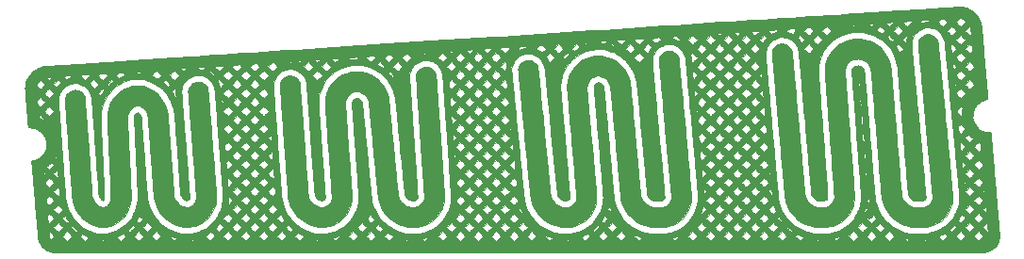
<source format=gbr>
G04 #@! TF.FileFunction,Copper,L1,Top,Signal*
%FSLAX46Y46*%
G04 Gerber Fmt 4.6, Leading zero omitted, Abs format (unit mm)*
G04 Created by KiCad (PCBNEW (2015-05-13 BZR 5653)-product) date Tue 26 May 2015 06:54:25 PM CEST*
%MOMM*%
G01*
G04 APERTURE LIST*
%ADD10C,0.100000*%
%ADD11C,0.800000*%
G04 APERTURE END LIST*
D10*
G36*
X170942162Y-83745532D02*
X170936246Y-83829552D01*
X170919933Y-83935344D01*
X170895372Y-84053221D01*
X170864715Y-84173499D01*
X170830112Y-84286494D01*
X170809066Y-84344917D01*
X170755588Y-84453089D01*
X170678245Y-84568933D01*
X170583600Y-84685256D01*
X170478220Y-84794867D01*
X170368671Y-84890575D01*
X170261517Y-84965189D01*
X170223714Y-84986050D01*
X170053362Y-85065402D01*
X169903734Y-85122412D01*
X169903734Y-83327481D01*
X169902164Y-83277000D01*
X169898328Y-83204741D01*
X169892668Y-83116673D01*
X169885624Y-83018769D01*
X169877637Y-82916998D01*
X169869147Y-82817333D01*
X169860594Y-82725742D01*
X169852419Y-82648198D01*
X169848279Y-82613974D01*
X169838655Y-82539456D01*
X169768510Y-82609417D01*
X169768510Y-81649496D01*
X169767307Y-81614009D01*
X169766568Y-81608993D01*
X169762100Y-81572387D01*
X169755852Y-81509842D01*
X169748554Y-81429197D01*
X169740936Y-81338286D01*
X169738559Y-81308427D01*
X169731527Y-81221352D01*
X169725181Y-81147343D01*
X169720068Y-81092448D01*
X169716736Y-81062715D01*
X169715995Y-81059180D01*
X169703558Y-81068970D01*
X169672096Y-81098371D01*
X169626339Y-81142858D01*
X169618756Y-81150403D01*
X169618756Y-79904293D01*
X169617466Y-79862573D01*
X169613862Y-79802355D01*
X169611603Y-79771726D01*
X169605172Y-79702419D01*
X169597933Y-79645044D01*
X169591118Y-79608770D01*
X169588867Y-79602371D01*
X169572162Y-79599587D01*
X169538196Y-79623577D01*
X169502837Y-79657421D01*
X169502837Y-78928813D01*
X169465486Y-78891544D01*
X169465486Y-78117799D01*
X169462259Y-78112613D01*
X169445974Y-78108667D01*
X169439212Y-78125432D01*
X169444966Y-78144166D01*
X169457952Y-78156987D01*
X169465359Y-78144234D01*
X169465486Y-78117799D01*
X169465486Y-78891544D01*
X169409695Y-78835877D01*
X169409695Y-77431409D01*
X169404132Y-77323575D01*
X169398568Y-77215741D01*
X169286463Y-77104056D01*
X169286463Y-75944945D01*
X169266215Y-75701452D01*
X169245967Y-75457960D01*
X169158283Y-75369030D01*
X169070600Y-75280100D01*
X168850925Y-75500263D01*
X168631250Y-75720427D01*
X168850939Y-75940604D01*
X169070627Y-76160781D01*
X169178545Y-76052863D01*
X169286463Y-75944945D01*
X169286463Y-77104056D01*
X169234525Y-77052313D01*
X169070481Y-76888885D01*
X168850866Y-77108989D01*
X168706971Y-77253203D01*
X168706971Y-76524280D01*
X168626981Y-76444467D01*
X168626981Y-74995480D01*
X168510338Y-74914097D01*
X168443556Y-74863338D01*
X168367241Y-74799001D01*
X168294728Y-74732488D01*
X168273131Y-74711226D01*
X168152566Y-74589739D01*
X167989561Y-74752744D01*
X167902304Y-74840000D01*
X167902304Y-70911524D01*
X167682495Y-70691226D01*
X167462686Y-70470929D01*
X167242553Y-70691062D01*
X167098217Y-70835398D01*
X167098217Y-70106041D01*
X166983236Y-69991940D01*
X166868254Y-69877840D01*
X166888403Y-70077100D01*
X166896390Y-70155054D01*
X166903185Y-70219456D01*
X166908064Y-70263558D01*
X166910290Y-70280593D01*
X166915148Y-70283546D01*
X166927358Y-70275909D01*
X166951812Y-70253502D01*
X166993403Y-70212142D01*
X167009935Y-70195434D01*
X167098217Y-70106041D01*
X167098217Y-70835398D01*
X167022420Y-70911195D01*
X167242229Y-71131493D01*
X167462037Y-71351791D01*
X167682171Y-71131658D01*
X167902304Y-70911524D01*
X167902304Y-74840000D01*
X167856143Y-74886161D01*
X167856143Y-71691396D01*
X167853827Y-71690293D01*
X167838374Y-71702214D01*
X167834895Y-71707227D01*
X167830580Y-71723057D01*
X167832896Y-71724160D01*
X167848350Y-71712239D01*
X167851829Y-71707227D01*
X167856143Y-71691396D01*
X167856143Y-74886161D01*
X167850255Y-74892049D01*
X167850255Y-74163953D01*
X167802074Y-74063147D01*
X167757144Y-73987583D01*
X167689285Y-73902751D01*
X167624205Y-73834206D01*
X167624205Y-72242781D01*
X167543748Y-72161096D01*
X167463291Y-72079410D01*
X167287848Y-72253152D01*
X167112406Y-72426893D01*
X167120909Y-72526811D01*
X167129413Y-72626728D01*
X167295196Y-72793135D01*
X167460978Y-72959542D01*
X167496877Y-72925817D01*
X167512652Y-72906479D01*
X167524807Y-72878256D01*
X167534763Y-72834945D01*
X167543938Y-72770342D01*
X167553751Y-72678244D01*
X167553930Y-72676426D01*
X167564333Y-72582006D01*
X167576635Y-72488197D01*
X167589235Y-72406375D01*
X167599644Y-72351771D01*
X167624205Y-72242781D01*
X167624205Y-73834206D01*
X167607715Y-73816839D01*
X167461537Y-73671339D01*
X167354936Y-73778895D01*
X167248336Y-73886452D01*
X167269926Y-74130339D01*
X167291517Y-74374227D01*
X167375982Y-74463993D01*
X167460448Y-74553760D01*
X167655351Y-74358857D01*
X167850255Y-74163953D01*
X167850255Y-74892049D01*
X167826555Y-74915749D01*
X168042148Y-75131821D01*
X168111599Y-75200951D01*
X168172759Y-75260921D01*
X168221669Y-75307927D01*
X168254374Y-75338162D01*
X168266753Y-75347893D01*
X168281249Y-75336535D01*
X168315086Y-75305277D01*
X168363837Y-75258345D01*
X168423075Y-75199964D01*
X168451374Y-75171686D01*
X168626981Y-74995480D01*
X168626981Y-76444467D01*
X168486833Y-76304631D01*
X168266695Y-76084982D01*
X168046557Y-76304631D01*
X167902130Y-76448737D01*
X167902130Y-75720417D01*
X167682560Y-75500359D01*
X167462991Y-75280301D01*
X167425085Y-75318330D01*
X167387179Y-75356360D01*
X167423927Y-75750060D01*
X167434697Y-75861259D01*
X167445037Y-75960287D01*
X167454397Y-76042469D01*
X167462228Y-76103130D01*
X167467978Y-76137596D01*
X167470239Y-76143760D01*
X167484709Y-76132353D01*
X167518963Y-76100697D01*
X167568988Y-76052642D01*
X167630771Y-75992035D01*
X167690967Y-75932088D01*
X167902130Y-75720417D01*
X167902130Y-76448737D01*
X167826420Y-76524280D01*
X168042080Y-76740420D01*
X168111539Y-76809560D01*
X168172701Y-76869542D01*
X168221611Y-76916561D01*
X168254314Y-76946811D01*
X168266695Y-76956560D01*
X168280943Y-76945152D01*
X168315044Y-76913465D01*
X168365046Y-76865304D01*
X168426993Y-76804476D01*
X168491311Y-76740420D01*
X168706971Y-76524280D01*
X168706971Y-77253203D01*
X168631250Y-77329093D01*
X168850873Y-77549204D01*
X169070495Y-77769315D01*
X169240095Y-77600362D01*
X169409695Y-77431409D01*
X169409695Y-78835877D01*
X169282700Y-78709164D01*
X169062562Y-78489515D01*
X168842424Y-78709164D01*
X168706971Y-78844316D01*
X168706971Y-78132947D01*
X168486833Y-77913298D01*
X168266695Y-77693648D01*
X168046557Y-77913298D01*
X167902205Y-78057330D01*
X167902205Y-77329275D01*
X167725472Y-77151939D01*
X167663294Y-77090066D01*
X167610136Y-77038154D01*
X167570256Y-77000281D01*
X167547911Y-76980529D01*
X167544681Y-76978663D01*
X167544620Y-76996102D01*
X167547417Y-77040655D01*
X167552468Y-77105750D01*
X167559174Y-77184810D01*
X167566932Y-77271262D01*
X167575140Y-77358531D01*
X167583198Y-77440042D01*
X167590503Y-77509221D01*
X167596453Y-77559494D01*
X167599878Y-77581889D01*
X167605076Y-77597436D01*
X167614918Y-77601613D01*
X167633484Y-77591645D01*
X167664857Y-77564753D01*
X167713119Y-77518163D01*
X167755333Y-77476147D01*
X167902205Y-77329275D01*
X167902205Y-78057330D01*
X167826420Y-78132947D01*
X168042080Y-78349087D01*
X168111539Y-78418226D01*
X168172701Y-78478208D01*
X168221611Y-78525227D01*
X168254314Y-78555478D01*
X168266695Y-78565226D01*
X168280943Y-78553818D01*
X168315044Y-78522131D01*
X168365046Y-78473971D01*
X168426993Y-78413142D01*
X168491311Y-78349087D01*
X168706971Y-78132947D01*
X168706971Y-78844316D01*
X168622286Y-78928813D01*
X168837946Y-79144953D01*
X168907405Y-79214093D01*
X168968567Y-79274075D01*
X169017477Y-79321094D01*
X169050181Y-79351344D01*
X169062562Y-79361093D01*
X169076809Y-79349685D01*
X169110911Y-79317998D01*
X169160913Y-79269837D01*
X169222860Y-79209009D01*
X169287177Y-79144953D01*
X169502837Y-78928813D01*
X169502837Y-79657421D01*
X169502786Y-79657470D01*
X169427915Y-79733758D01*
X169519827Y-79826825D01*
X169564004Y-79870868D01*
X169598193Y-79903655D01*
X169616244Y-79919325D01*
X169617433Y-79919893D01*
X169618756Y-79904293D01*
X169618756Y-81150403D01*
X169571016Y-81197904D01*
X169570025Y-81198900D01*
X169502837Y-81266438D01*
X169502837Y-80537480D01*
X169282700Y-80317831D01*
X169062562Y-80098182D01*
X168842424Y-80317831D01*
X168698171Y-80461763D01*
X168698171Y-79733791D01*
X168478362Y-79513493D01*
X168258553Y-79293195D01*
X168038420Y-79513329D01*
X167902222Y-79649526D01*
X167902222Y-78937721D01*
X167803558Y-78840374D01*
X167704894Y-78743026D01*
X167714279Y-78827693D01*
X167722258Y-78898105D01*
X167731301Y-78975719D01*
X167734595Y-79003389D01*
X167745525Y-79094417D01*
X167823874Y-79016069D01*
X167902222Y-78937721D01*
X167902222Y-79649526D01*
X167818286Y-79733462D01*
X168038095Y-79953760D01*
X168257904Y-80174058D01*
X168478037Y-79953924D01*
X168698171Y-79733791D01*
X168698171Y-80461763D01*
X168622286Y-80537480D01*
X168837946Y-80753620D01*
X168907405Y-80822760D01*
X168968567Y-80882742D01*
X169017477Y-80929761D01*
X169050181Y-80960011D01*
X169062562Y-80969760D01*
X169076809Y-80958352D01*
X169110911Y-80926665D01*
X169160913Y-80878504D01*
X169222860Y-80817676D01*
X169287177Y-80753620D01*
X169502837Y-80537480D01*
X169502837Y-81266438D01*
X169427337Y-81342333D01*
X169587515Y-81503180D01*
X169647495Y-81562430D01*
X169699378Y-81611846D01*
X169738351Y-81646978D01*
X169759600Y-81663373D01*
X169761495Y-81664027D01*
X169768510Y-81649496D01*
X169768510Y-82609417D01*
X169636860Y-82740724D01*
X169510971Y-82866285D01*
X169510971Y-82138324D01*
X169291162Y-81918027D01*
X169071353Y-81697729D01*
X168851220Y-81917862D01*
X168706971Y-82062110D01*
X168706971Y-81333347D01*
X168486833Y-81113698D01*
X168266695Y-80894048D01*
X168046557Y-81113698D01*
X167890450Y-81269458D01*
X167890450Y-80526091D01*
X167877042Y-80504909D01*
X167867880Y-80494652D01*
X167835187Y-80458526D01*
X167824029Y-80498243D01*
X167814153Y-80548835D01*
X167811183Y-80579908D01*
X167809495Y-80621857D01*
X167855034Y-80576318D01*
X167883781Y-80545655D01*
X167890450Y-80526091D01*
X167890450Y-81269458D01*
X167826420Y-81333347D01*
X168042080Y-81549487D01*
X168111539Y-81618626D01*
X168172701Y-81678608D01*
X168221611Y-81725627D01*
X168254314Y-81755878D01*
X168266695Y-81765627D01*
X168280943Y-81754218D01*
X168315044Y-81722531D01*
X168365046Y-81674371D01*
X168426993Y-81613542D01*
X168491311Y-81549487D01*
X168706971Y-81333347D01*
X168706971Y-82062110D01*
X168631086Y-82137995D01*
X168850895Y-82358293D01*
X169070704Y-82578591D01*
X169290837Y-82358458D01*
X169510971Y-82138324D01*
X169510971Y-82866285D01*
X169435066Y-82941993D01*
X169650736Y-83158143D01*
X169720513Y-83227360D01*
X169782393Y-83287394D01*
X169832329Y-83334426D01*
X169866273Y-83364638D01*
X169879882Y-83374293D01*
X169897076Y-83360920D01*
X169902599Y-83350213D01*
X169903734Y-83327481D01*
X169903734Y-85122412D01*
X169891496Y-85127075D01*
X169744055Y-85168998D01*
X169651336Y-85185645D01*
X169630249Y-85186173D01*
X169575862Y-85186693D01*
X169510971Y-85187072D01*
X169510971Y-83746991D01*
X169291162Y-83526693D01*
X169071353Y-83306395D01*
X168851220Y-83526529D01*
X168706971Y-83670777D01*
X168706971Y-82942013D01*
X168486833Y-82722364D01*
X168266695Y-82502715D01*
X168046557Y-82722364D01*
X167902260Y-82866341D01*
X167902260Y-82138369D01*
X167716466Y-81951998D01*
X167651957Y-81887999D01*
X167595655Y-81833481D01*
X167551918Y-81792561D01*
X167525104Y-81769353D01*
X167519084Y-81765627D01*
X167506950Y-81780009D01*
X167488729Y-81816744D01*
X167477278Y-81844753D01*
X167457348Y-81889454D01*
X167424513Y-81954981D01*
X167383096Y-82033007D01*
X167337424Y-82115201D01*
X167330789Y-82126825D01*
X167326660Y-82134031D01*
X167326660Y-80196463D01*
X167318803Y-80001732D01*
X167315171Y-79957849D01*
X167308527Y-79882474D01*
X167299003Y-79776988D01*
X167286729Y-79642770D01*
X167271837Y-79481201D01*
X167254457Y-79293661D01*
X167234720Y-79081532D01*
X167212758Y-78846194D01*
X167188702Y-78589027D01*
X167162682Y-78311412D01*
X167134830Y-78014730D01*
X167105276Y-77700360D01*
X167089661Y-77534458D01*
X167089661Y-71720180D01*
X167079387Y-71697931D01*
X167070604Y-71687761D01*
X167046198Y-71664109D01*
X167037125Y-71667727D01*
X167040561Y-71701041D01*
X167042570Y-71711835D01*
X167052101Y-71743012D01*
X167066549Y-71745333D01*
X167075368Y-71739041D01*
X167089661Y-71720180D01*
X167089661Y-77534458D01*
X167074152Y-77369684D01*
X167041589Y-77024083D01*
X167007718Y-76664935D01*
X166972669Y-76293623D01*
X166936575Y-75911527D01*
X166899565Y-75520027D01*
X166861771Y-75120504D01*
X166823324Y-74714338D01*
X166784355Y-74302911D01*
X166744995Y-73887601D01*
X166705375Y-73469791D01*
X166665626Y-73050860D01*
X166625879Y-72632190D01*
X166586266Y-72215160D01*
X166546916Y-71801151D01*
X166507962Y-71391544D01*
X166469534Y-70987720D01*
X166431764Y-70591058D01*
X166394781Y-70202940D01*
X166358719Y-69824746D01*
X166323706Y-69457856D01*
X166289875Y-69103651D01*
X166257356Y-68763512D01*
X166226281Y-68438819D01*
X166196781Y-68130953D01*
X166168985Y-67841294D01*
X166143027Y-67571223D01*
X166119036Y-67322120D01*
X166097144Y-67095366D01*
X166077482Y-66892342D01*
X166060180Y-66714427D01*
X166045370Y-66563003D01*
X166033183Y-66439451D01*
X166023750Y-66345149D01*
X166017201Y-66281480D01*
X166013669Y-66249824D01*
X166013291Y-66247182D01*
X165972884Y-66069676D01*
X165912471Y-65905851D01*
X165828107Y-65746773D01*
X165726144Y-65597204D01*
X165591265Y-65441429D01*
X165433908Y-65302450D01*
X165261048Y-65185476D01*
X165079657Y-65095716D01*
X165028829Y-65076361D01*
X164923127Y-65046680D01*
X164795180Y-65023296D01*
X164696718Y-65012339D01*
X164696718Y-64488484D01*
X164603310Y-64395076D01*
X164509901Y-64301667D01*
X164238150Y-64317543D01*
X163966399Y-64333419D01*
X163889922Y-64408476D01*
X163813445Y-64483532D01*
X163858838Y-64530913D01*
X163883209Y-64555399D01*
X163904669Y-64569963D01*
X163930780Y-64575027D01*
X163969102Y-64571011D01*
X164027197Y-64558336D01*
X164087322Y-64543640D01*
X164187766Y-64524328D01*
X164311977Y-64509152D01*
X164449981Y-64499305D01*
X164462406Y-64498736D01*
X164696718Y-64488484D01*
X164696718Y-65012339D01*
X164656287Y-65007841D01*
X164517747Y-65001950D01*
X164513900Y-65001939D01*
X164302469Y-65017863D01*
X164099056Y-65064860D01*
X163906140Y-65140592D01*
X163726194Y-65242721D01*
X163561694Y-65368909D01*
X163415118Y-65516819D01*
X163288940Y-65684113D01*
X163185637Y-65868454D01*
X163107685Y-66067503D01*
X163085942Y-66159210D01*
X163085942Y-64483840D01*
X163038952Y-64440164D01*
X162991962Y-64396487D01*
X162619429Y-64421607D01*
X162509631Y-64429730D01*
X162410617Y-64438420D01*
X162327599Y-64447109D01*
X162265788Y-64455228D01*
X162230397Y-64462210D01*
X162224678Y-64464655D01*
X162221676Y-64476556D01*
X162233051Y-64498929D01*
X162261120Y-64534575D01*
X162308201Y-64586296D01*
X162376612Y-64656892D01*
X162419167Y-64699772D01*
X162488800Y-64769088D01*
X162550141Y-64829256D01*
X162599247Y-64876479D01*
X162632172Y-64906962D01*
X162644829Y-64916960D01*
X162659074Y-64905551D01*
X162693178Y-64873860D01*
X162743191Y-64825688D01*
X162805161Y-64764837D01*
X162869863Y-64700400D01*
X163085942Y-64483840D01*
X163085942Y-66159210D01*
X163057559Y-66278924D01*
X163043560Y-66390160D01*
X163043147Y-66407234D01*
X163043983Y-66436273D01*
X163046145Y-66478126D01*
X163049711Y-66533640D01*
X163054758Y-66603663D01*
X163061364Y-66689043D01*
X163069606Y-66790629D01*
X163079563Y-66909268D01*
X163091310Y-67045809D01*
X163104927Y-67201100D01*
X163120491Y-67375987D01*
X163138079Y-67571321D01*
X163157769Y-67787948D01*
X163179638Y-68026717D01*
X163203765Y-68288475D01*
X163230226Y-68574072D01*
X163259099Y-68884354D01*
X163290462Y-69220170D01*
X163324392Y-69582368D01*
X163360967Y-69971796D01*
X163400265Y-70389302D01*
X163442362Y-70835734D01*
X163487338Y-71311940D01*
X163535268Y-71818769D01*
X163586231Y-72357067D01*
X163640305Y-72927684D01*
X163676750Y-73312022D01*
X163722047Y-73789871D01*
X163766523Y-74259620D01*
X163810071Y-74720119D01*
X163852584Y-75170218D01*
X163893955Y-75608768D01*
X163934077Y-76034619D01*
X163972842Y-76446622D01*
X164010143Y-76843629D01*
X164045874Y-77224488D01*
X164079926Y-77588051D01*
X164112192Y-77933169D01*
X164142566Y-78258692D01*
X164170940Y-78563470D01*
X164197207Y-78846355D01*
X164221260Y-79106196D01*
X164242991Y-79341844D01*
X164262294Y-79552150D01*
X164279060Y-79735965D01*
X164293183Y-79892139D01*
X164304556Y-80019523D01*
X164313071Y-80116966D01*
X164318621Y-80183321D01*
X164321100Y-80217436D01*
X164321229Y-80221086D01*
X164313457Y-80321399D01*
X164288166Y-80397007D01*
X164242391Y-80453785D01*
X164184509Y-80491966D01*
X164160518Y-80503775D01*
X164136987Y-80512839D01*
X164109353Y-80519463D01*
X164073053Y-80523950D01*
X164023524Y-80526606D01*
X163956205Y-80527734D01*
X163866530Y-80527639D01*
X163749938Y-80526626D01*
X163676810Y-80525833D01*
X163244058Y-80521027D01*
X163115104Y-80457258D01*
X162987729Y-80377424D01*
X162880254Y-80275695D01*
X162797156Y-80157219D01*
X162743866Y-80030442D01*
X162741341Y-80009817D01*
X162736148Y-79956679D01*
X162728390Y-79872270D01*
X162718172Y-79757830D01*
X162705600Y-79614600D01*
X162690778Y-79443821D01*
X162683213Y-79355945D01*
X162683213Y-65719691D01*
X162681421Y-65696494D01*
X162669702Y-65679644D01*
X162669472Y-65679413D01*
X162658199Y-65672884D01*
X162642462Y-65675542D01*
X162618782Y-65690151D01*
X162583678Y-65719474D01*
X162533670Y-65766274D01*
X162465278Y-65833313D01*
X162424552Y-65873836D01*
X162280437Y-66017631D01*
X162280437Y-65289658D01*
X162060629Y-65069360D01*
X161840820Y-64849062D01*
X161620686Y-65069195D01*
X161458748Y-65231133D01*
X161458748Y-64504665D01*
X161440426Y-64503656D01*
X161394191Y-64504891D01*
X161325895Y-64507989D01*
X161241388Y-64512565D01*
X161146521Y-64518239D01*
X161047148Y-64524627D01*
X160949118Y-64531346D01*
X160858283Y-64538014D01*
X160780495Y-64544248D01*
X160721605Y-64549666D01*
X160687465Y-64553884D01*
X160681411Y-64555498D01*
X160690073Y-64569200D01*
X160718958Y-64602447D01*
X160764168Y-64651009D01*
X160821808Y-64710657D01*
X160859025Y-64748292D01*
X161044256Y-64934099D01*
X161255362Y-64722994D01*
X161323038Y-64654515D01*
X161380842Y-64594484D01*
X161425098Y-64546848D01*
X161452128Y-64515552D01*
X161458748Y-64504665D01*
X161458748Y-65231133D01*
X161400553Y-65289329D01*
X161620362Y-65509627D01*
X161840171Y-65729924D01*
X162060304Y-65509791D01*
X162280437Y-65289658D01*
X162280437Y-66017631D01*
X162204636Y-66093264D01*
X162360898Y-66250179D01*
X162420060Y-66308641D01*
X162471016Y-66357217D01*
X162508904Y-66391403D01*
X162528867Y-66406695D01*
X162530194Y-66407093D01*
X162538282Y-66392040D01*
X162542850Y-66354340D01*
X162543229Y-66337786D01*
X162548048Y-66274132D01*
X162561131Y-66187989D01*
X162580411Y-66089123D01*
X162603822Y-65987300D01*
X162629299Y-65892284D01*
X162653093Y-65818431D01*
X162674097Y-65757561D01*
X162683213Y-65719691D01*
X162683213Y-79355945D01*
X162673811Y-79246732D01*
X162654803Y-79024575D01*
X162633860Y-78778591D01*
X162611086Y-78510020D01*
X162586587Y-78220102D01*
X162560466Y-77910079D01*
X162532828Y-77581191D01*
X162503779Y-77234679D01*
X162473423Y-76871783D01*
X162441865Y-76493744D01*
X162409210Y-76101803D01*
X162375562Y-75697200D01*
X162341027Y-75281177D01*
X162305708Y-74854973D01*
X162280200Y-74546623D01*
X162280200Y-66898086D01*
X162060682Y-66678080D01*
X161841164Y-66458073D01*
X161729101Y-66569277D01*
X161617038Y-66680482D01*
X161724680Y-66859707D01*
X161772024Y-66940311D01*
X161817777Y-67021302D01*
X161856231Y-67092405D01*
X161878742Y-67137029D01*
X161903890Y-67187631D01*
X161923938Y-67223358D01*
X161933946Y-67235976D01*
X161948397Y-67224941D01*
X161982081Y-67194047D01*
X162030484Y-67147581D01*
X162089091Y-67089830D01*
X162111465Y-67067456D01*
X162280200Y-66898086D01*
X162280200Y-74546623D01*
X162269711Y-74419829D01*
X162255450Y-74247227D01*
X162219111Y-73807768D01*
X162183346Y-73376222D01*
X162148263Y-72953860D01*
X162113969Y-72541950D01*
X162080572Y-72141763D01*
X162048180Y-71754568D01*
X162016902Y-71381636D01*
X161986844Y-71024235D01*
X161958116Y-70683636D01*
X161930824Y-70361109D01*
X161905077Y-70057924D01*
X161880983Y-69775350D01*
X161858649Y-69514656D01*
X161838184Y-69277114D01*
X161819695Y-69063993D01*
X161803291Y-68876561D01*
X161789078Y-68716091D01*
X161777166Y-68583850D01*
X161767662Y-68481109D01*
X161760673Y-68409138D01*
X161756309Y-68369207D01*
X161755422Y-68363040D01*
X161682009Y-68038527D01*
X161576666Y-67718418D01*
X161476930Y-67489047D01*
X161476930Y-66094488D01*
X161256797Y-65874355D01*
X161036664Y-65654221D01*
X160945017Y-65744729D01*
X160853371Y-65835237D01*
X161076000Y-66052261D01*
X161298629Y-66269286D01*
X161387779Y-66181887D01*
X161476930Y-66094488D01*
X161476930Y-67489047D01*
X161441330Y-67407175D01*
X161277938Y-67109263D01*
X161091881Y-66833767D01*
X161022032Y-66746687D01*
X160932765Y-66645229D01*
X160830923Y-66536398D01*
X160723351Y-66427199D01*
X160680907Y-66386309D01*
X160680907Y-65298465D01*
X160460608Y-65078166D01*
X160240309Y-64857867D01*
X160052907Y-65045269D01*
X159865505Y-65232671D01*
X160040200Y-65318903D01*
X160124543Y-65361711D01*
X160211009Y-65407557D01*
X160287215Y-65449788D01*
X160324962Y-65471895D01*
X160435029Y-65538655D01*
X160557968Y-65418560D01*
X160680907Y-65298465D01*
X160680907Y-66386309D01*
X160616891Y-66324638D01*
X160518389Y-66235720D01*
X160460429Y-66187407D01*
X160178975Y-65984647D01*
X159879663Y-65810606D01*
X159741607Y-65747349D01*
X159741607Y-64616734D01*
X159741558Y-64615779D01*
X159723060Y-64614409D01*
X159677716Y-64615535D01*
X159612417Y-64618672D01*
X159534053Y-64623336D01*
X159449513Y-64629042D01*
X159365688Y-64635307D01*
X159289468Y-64641645D01*
X159227742Y-64647572D01*
X159187402Y-64652605D01*
X159175214Y-64655597D01*
X159183023Y-64670140D01*
X159210570Y-64703275D01*
X159253386Y-64749911D01*
X159301040Y-64798974D01*
X159435246Y-64933972D01*
X159591698Y-64778171D01*
X159649342Y-64719820D01*
X159696382Y-64670385D01*
X159728558Y-64634484D01*
X159741607Y-64616734D01*
X159741607Y-65747349D01*
X159562787Y-65665415D01*
X159228641Y-65549201D01*
X158877519Y-65462092D01*
X158750162Y-65438418D01*
X158680435Y-65430235D01*
X158583847Y-65424070D01*
X158467343Y-65419916D01*
X158337868Y-65417764D01*
X158202368Y-65417609D01*
X158067787Y-65419443D01*
X158040907Y-65420252D01*
X158040907Y-64719279D01*
X157942568Y-64725507D01*
X157866870Y-64731013D01*
X157786757Y-64737890D01*
X157753194Y-64741166D01*
X157662160Y-64750597D01*
X157744091Y-64833778D01*
X157786277Y-64875294D01*
X157819040Y-64905107D01*
X157835479Y-64916948D01*
X157835655Y-64916960D01*
X157851197Y-64905745D01*
X157884079Y-64875911D01*
X157928089Y-64833173D01*
X157943098Y-64818119D01*
X158040907Y-64719279D01*
X158040907Y-65420252D01*
X157941071Y-65423258D01*
X157829164Y-65429047D01*
X157739012Y-65436802D01*
X157717229Y-65439514D01*
X157416190Y-65492123D01*
X157134588Y-65565735D01*
X156863362Y-65663050D01*
X156656586Y-65755495D01*
X156478824Y-65845071D01*
X156324442Y-65931459D01*
X156317665Y-65935790D01*
X156317665Y-64832293D01*
X156265298Y-64832293D01*
X156218466Y-64835633D01*
X156185416Y-64842852D01*
X156167492Y-64853336D01*
X156173316Y-64869667D01*
X156186655Y-64885185D01*
X156213336Y-64910328D01*
X156235123Y-64912375D01*
X156263085Y-64890048D01*
X156277895Y-64874626D01*
X156317665Y-64832293D01*
X156317665Y-65935790D01*
X156185378Y-66020344D01*
X156053567Y-66117408D01*
X155920947Y-66228336D01*
X155862684Y-66282061D01*
X155862684Y-65289678D01*
X155659656Y-65085788D01*
X155583748Y-65010260D01*
X155527217Y-64956158D01*
X155486112Y-64920360D01*
X155456479Y-64899742D01*
X155434367Y-64891182D01*
X155415824Y-64891557D01*
X155414295Y-64891898D01*
X155388215Y-64906923D01*
X155343676Y-64941924D01*
X155285764Y-64992529D01*
X155219561Y-65054366D01*
X155177396Y-65095618D01*
X154982830Y-65289339D01*
X155202634Y-65509632D01*
X155422437Y-65729924D01*
X155642561Y-65509801D01*
X155862684Y-65289678D01*
X155862684Y-66282061D01*
X155779454Y-66358810D01*
X155722497Y-66413904D01*
X155550830Y-66589943D01*
X155403486Y-66760511D01*
X155274099Y-66934455D01*
X155156303Y-67120627D01*
X155058704Y-67300311D01*
X155058704Y-66093347D01*
X154838566Y-65873698D01*
X154618429Y-65654048D01*
X154398291Y-65873698D01*
X154262928Y-66008760D01*
X154262928Y-65297390D01*
X154105820Y-65140935D01*
X153948713Y-64984481D01*
X153813671Y-64995053D01*
X153678629Y-65005626D01*
X153530403Y-65151498D01*
X153382177Y-65297371D01*
X153597892Y-65513565D01*
X153667360Y-65582714D01*
X153728531Y-65642706D01*
X153777451Y-65689736D01*
X153810166Y-65719998D01*
X153822562Y-65729760D01*
X153836809Y-65718352D01*
X153870911Y-65686664D01*
X153920914Y-65638502D01*
X153982864Y-65577671D01*
X154047222Y-65513575D01*
X154262928Y-65297390D01*
X154262928Y-66008760D01*
X154178153Y-66093347D01*
X154393813Y-66309487D01*
X154463272Y-66378626D01*
X154524434Y-66438608D01*
X154573344Y-66485627D01*
X154606047Y-66515878D01*
X154618429Y-66525626D01*
X154632676Y-66514218D01*
X154666778Y-66482531D01*
X154716780Y-66434371D01*
X154778727Y-66373542D01*
X154843044Y-66309487D01*
X155058704Y-66093347D01*
X155058704Y-67300311D01*
X155043731Y-67327877D01*
X154996675Y-67422927D01*
X154875172Y-67711452D01*
X154780579Y-68016677D01*
X154714096Y-68333256D01*
X154676923Y-68655847D01*
X154668983Y-68882926D01*
X154670245Y-68914586D01*
X154674005Y-68978713D01*
X154680169Y-69074004D01*
X154688638Y-69199159D01*
X154699319Y-69352877D01*
X154712115Y-69533856D01*
X154726930Y-69740796D01*
X154743669Y-69972395D01*
X154762235Y-70227352D01*
X154782533Y-70504367D01*
X154804467Y-70802137D01*
X154827941Y-71119362D01*
X154852858Y-71454741D01*
X154879125Y-71806973D01*
X154906643Y-72174756D01*
X154935319Y-72556789D01*
X154965055Y-72951772D01*
X154995756Y-73358403D01*
X155027326Y-73775381D01*
X155059669Y-74201404D01*
X155092689Y-74635173D01*
X155093933Y-74651481D01*
X155133671Y-75172464D01*
X155170946Y-75660746D01*
X155205816Y-76117400D01*
X155238342Y-76543497D01*
X155268585Y-76940109D01*
X155296606Y-77308309D01*
X155322464Y-77649167D01*
X155346219Y-77963756D01*
X155367934Y-78253149D01*
X155387667Y-78518416D01*
X155405479Y-78760630D01*
X155421431Y-78980862D01*
X155435583Y-79180185D01*
X155447995Y-79359670D01*
X155458728Y-79520389D01*
X155467843Y-79663415D01*
X155475399Y-79789819D01*
X155481457Y-79900673D01*
X155486077Y-79997049D01*
X155489321Y-80080019D01*
X155491248Y-80150654D01*
X155491918Y-80210027D01*
X155491393Y-80259210D01*
X155489732Y-80299274D01*
X155486996Y-80331292D01*
X155483246Y-80356335D01*
X155478541Y-80375475D01*
X155472942Y-80389785D01*
X155466510Y-80400335D01*
X155459306Y-80408198D01*
X155451388Y-80414447D01*
X155442818Y-80420152D01*
X155433657Y-80426385D01*
X155423964Y-80434219D01*
X155420046Y-80437947D01*
X155386273Y-80467926D01*
X155349325Y-80490831D01*
X155304414Y-80507465D01*
X155246749Y-80518631D01*
X155171539Y-80525131D01*
X155073996Y-80527767D01*
X154949329Y-80527342D01*
X154891397Y-80526504D01*
X154559162Y-80521027D01*
X154445541Y-80464003D01*
X154339656Y-80397271D01*
X154262837Y-80329187D01*
X154262837Y-66889213D01*
X154042700Y-66669564D01*
X153822562Y-66449915D01*
X153602424Y-66669564D01*
X153467257Y-66804430D01*
X153467257Y-66094281D01*
X153247014Y-65874039D01*
X153026772Y-65653796D01*
X152913935Y-65766634D01*
X152801098Y-65879471D01*
X152907276Y-65995115D01*
X152969580Y-66067784D01*
X153035940Y-66152754D01*
X153093238Y-66233136D01*
X153099511Y-66242633D01*
X153185567Y-66374507D01*
X153326412Y-66234394D01*
X153467257Y-66094281D01*
X153467257Y-66804430D01*
X153382286Y-66889213D01*
X153597946Y-67105353D01*
X153667405Y-67174493D01*
X153728567Y-67234475D01*
X153777477Y-67281494D01*
X153810181Y-67311744D01*
X153822562Y-67321493D01*
X153836809Y-67310085D01*
X153870911Y-67278398D01*
X153920913Y-67230237D01*
X153982860Y-67169409D01*
X154047177Y-67105353D01*
X154262837Y-66889213D01*
X154262837Y-80329187D01*
X154262829Y-80329180D01*
X154262829Y-76524760D01*
X154254362Y-76516293D01*
X154245895Y-76524760D01*
X154254362Y-76533226D01*
X154262829Y-76524760D01*
X154262829Y-80329180D01*
X154241073Y-80309899D01*
X154156181Y-80209406D01*
X154091371Y-80103314D01*
X154053967Y-80003136D01*
X154051733Y-79983276D01*
X154046630Y-79930848D01*
X154038762Y-79847020D01*
X154028235Y-79732958D01*
X154015152Y-79589832D01*
X153999618Y-79418807D01*
X153981737Y-79221053D01*
X153961613Y-78997736D01*
X153939351Y-78750025D01*
X153915056Y-78479087D01*
X153888831Y-78186090D01*
X153860781Y-77872201D01*
X153831010Y-77538588D01*
X153799623Y-77186419D01*
X153766725Y-76816861D01*
X153732418Y-76431082D01*
X153696809Y-76030250D01*
X153660001Y-75615533D01*
X153622098Y-75188097D01*
X153583205Y-74749111D01*
X153543427Y-74299743D01*
X153502867Y-73841159D01*
X153475773Y-73534603D01*
X153424401Y-72953480D01*
X153375886Y-72405270D01*
X153330151Y-71889144D01*
X153287122Y-71404276D01*
X153246722Y-70949839D01*
X153208876Y-70525006D01*
X153173506Y-70128948D01*
X153140538Y-69760840D01*
X153109895Y-69419853D01*
X153081502Y-69105161D01*
X153055282Y-68815937D01*
X153031159Y-68551352D01*
X153009058Y-68310581D01*
X152988903Y-68092795D01*
X152970618Y-67897168D01*
X152954126Y-67722872D01*
X152939352Y-67569080D01*
X152926220Y-67434965D01*
X152914654Y-67319700D01*
X152904578Y-67222458D01*
X152895916Y-67142411D01*
X152888592Y-67078732D01*
X152882530Y-67030593D01*
X152877654Y-66997169D01*
X152873889Y-66977631D01*
X152873760Y-66977126D01*
X152802761Y-66767891D01*
X152703564Y-66574841D01*
X152662085Y-66516752D01*
X152662085Y-65289288D01*
X152558518Y-65185722D01*
X152454952Y-65082155D01*
X152204669Y-65099880D01*
X151954385Y-65117606D01*
X151868802Y-65203189D01*
X151783219Y-65288772D01*
X151837273Y-65344541D01*
X151887133Y-65384558D01*
X151953187Y-65414606D01*
X152006044Y-65430405D01*
X152082793Y-65454312D01*
X152169328Y-65486854D01*
X152239295Y-65517474D01*
X152296510Y-65544640D01*
X152341099Y-65565183D01*
X152365009Y-65575410D01*
X152366669Y-65575905D01*
X152381326Y-65565175D01*
X152414731Y-65534877D01*
X152461943Y-65489643D01*
X152518019Y-65434106D01*
X152518797Y-65433324D01*
X152662085Y-65289288D01*
X152662085Y-66516752D01*
X152578763Y-66400065D01*
X152430953Y-66245651D01*
X152262728Y-66113685D01*
X152076684Y-66006257D01*
X151875415Y-65925452D01*
X151661514Y-65873360D01*
X151477295Y-65853475D01*
X151384703Y-65850324D01*
X151311490Y-65852090D01*
X151243355Y-65860154D01*
X151165995Y-65875895D01*
X151113229Y-65888599D01*
X151052715Y-65907970D01*
X151052715Y-65288898D01*
X150999874Y-65236056D01*
X150947032Y-65183214D01*
X150590110Y-65205115D01*
X150469254Y-65212838D01*
X150377722Y-65219614D01*
X150311013Y-65226070D01*
X150264620Y-65232833D01*
X150234039Y-65240533D01*
X150214767Y-65249796D01*
X150204329Y-65258904D01*
X150193344Y-65273609D01*
X150191476Y-65288971D01*
X150201904Y-65309885D01*
X150227801Y-65341244D01*
X150272343Y-65387942D01*
X150318009Y-65434077D01*
X150374230Y-65489743D01*
X150421869Y-65535319D01*
X150455887Y-65566095D01*
X150471237Y-65577360D01*
X150490566Y-65570712D01*
X150532560Y-65553033D01*
X150589244Y-65527721D01*
X150608137Y-65519046D01*
X150685025Y-65486087D01*
X150766860Y-65455013D01*
X150836335Y-65432382D01*
X150838258Y-65431844D01*
X150927746Y-65397684D01*
X150993344Y-65350064D01*
X150997442Y-65345926D01*
X151052715Y-65288898D01*
X151052715Y-65907970D01*
X150889697Y-65960156D01*
X150685398Y-66058345D01*
X150501937Y-66181472D01*
X150340921Y-66327844D01*
X150203954Y-66495765D01*
X150092643Y-66683541D01*
X150046350Y-66796966D01*
X150046350Y-65889641D01*
X149927751Y-65771950D01*
X149809151Y-65654259D01*
X149589168Y-65873753D01*
X149436840Y-66025743D01*
X149436840Y-65289737D01*
X149420886Y-65289056D01*
X149376766Y-65290344D01*
X149310103Y-65293269D01*
X149226520Y-65297497D01*
X149131639Y-65302696D01*
X149031084Y-65308533D01*
X148930477Y-65314674D01*
X148835441Y-65320787D01*
X148751598Y-65326538D01*
X148684571Y-65331595D01*
X148639983Y-65335624D01*
X148624305Y-65337866D01*
X148632821Y-65349969D01*
X148661610Y-65381895D01*
X148706886Y-65429632D01*
X148764863Y-65489165D01*
X148810316Y-65535047D01*
X149004517Y-65729801D01*
X149220673Y-65514125D01*
X149289812Y-65444680D01*
X149349796Y-65383554D01*
X149396820Y-65334696D01*
X149427079Y-65302056D01*
X149436840Y-65289737D01*
X149436840Y-66025743D01*
X149369186Y-66093248D01*
X149515751Y-66240495D01*
X149662316Y-66387742D01*
X149718265Y-66294830D01*
X149758908Y-66230640D01*
X149803225Y-66165530D01*
X149828511Y-66130939D01*
X149870337Y-66079658D01*
X149923151Y-66019418D01*
X149964579Y-65974800D01*
X150046350Y-65889641D01*
X150046350Y-66796966D01*
X150008593Y-66889477D01*
X149953411Y-67111880D01*
X149953298Y-67112523D01*
X149941150Y-67193954D01*
X149932166Y-67276598D01*
X149928004Y-67344683D01*
X149927895Y-67354214D01*
X149929378Y-67378444D01*
X149933744Y-67434986D01*
X149940867Y-67522420D01*
X149950621Y-67639325D01*
X149962882Y-67784280D01*
X149977523Y-67955865D01*
X149994419Y-68152659D01*
X150013445Y-68373241D01*
X150034475Y-68616191D01*
X150057384Y-68880089D01*
X150082046Y-69163513D01*
X150108335Y-69465043D01*
X150136127Y-69783259D01*
X150165296Y-70116740D01*
X150195716Y-70464064D01*
X150227261Y-70823813D01*
X150259807Y-71194564D01*
X150293228Y-71574897D01*
X150327398Y-71963392D01*
X150362191Y-72358629D01*
X150397483Y-72759186D01*
X150433148Y-73163642D01*
X150469060Y-73570578D01*
X150505094Y-73978573D01*
X150541125Y-74386205D01*
X150577026Y-74792055D01*
X150612672Y-75194702D01*
X150647939Y-75592725D01*
X150682700Y-75984703D01*
X150716830Y-76369217D01*
X150750203Y-76744845D01*
X150782694Y-77110166D01*
X150814178Y-77463761D01*
X150844528Y-77804207D01*
X150873621Y-78130086D01*
X150901329Y-78439976D01*
X150927527Y-78732457D01*
X150952091Y-79006108D01*
X150974894Y-79259508D01*
X150995811Y-79491237D01*
X151014717Y-79699874D01*
X151031486Y-79883998D01*
X151045992Y-80042190D01*
X151058111Y-80173027D01*
X151067716Y-80275091D01*
X151074682Y-80346959D01*
X151078884Y-80387212D01*
X151079745Y-80394027D01*
X151138331Y-80686506D01*
X151226281Y-80983714D01*
X151340927Y-81279391D01*
X151479600Y-81567273D01*
X151639631Y-81841098D01*
X151786976Y-82053493D01*
X151856712Y-82139826D01*
X151946332Y-82240948D01*
X152049376Y-82350366D01*
X152159386Y-82461585D01*
X152269900Y-82568114D01*
X152374460Y-82663458D01*
X152466606Y-82741124D01*
X152486686Y-82756820D01*
X152774921Y-82957603D01*
X153077605Y-83129753D01*
X153391981Y-83272051D01*
X153715294Y-83383280D01*
X154044787Y-83462224D01*
X154110429Y-83473904D01*
X154189665Y-83487209D01*
X154254698Y-83497783D01*
X154310833Y-83505960D01*
X154363378Y-83512073D01*
X154417639Y-83516457D01*
X154478924Y-83519445D01*
X154552539Y-83521370D01*
X154643792Y-83522567D01*
X154757989Y-83523368D01*
X154900437Y-83524108D01*
X154909661Y-83524156D01*
X155093206Y-83524257D01*
X155247057Y-83522383D01*
X155375335Y-83518394D01*
X155482162Y-83512153D01*
X155571662Y-83503521D01*
X155588967Y-83501348D01*
X155907448Y-83443639D01*
X156220334Y-83355592D01*
X156523411Y-83239034D01*
X156812467Y-83095792D01*
X157083289Y-82927694D01*
X157309845Y-82755078D01*
X157524629Y-82560443D01*
X157715121Y-82356472D01*
X157884973Y-82138136D01*
X158037834Y-81900405D01*
X158177354Y-81638252D01*
X158273079Y-81428100D01*
X158308550Y-81334461D01*
X158346180Y-81216503D01*
X158383470Y-81083452D01*
X158417924Y-80944535D01*
X158447043Y-80808978D01*
X158460431Y-80735959D01*
X158467142Y-80697273D01*
X158473480Y-80661565D01*
X158479379Y-80627711D01*
X158484771Y-80594592D01*
X158489590Y-80561084D01*
X158493769Y-80526066D01*
X158497243Y-80488416D01*
X158499944Y-80447013D01*
X158501807Y-80400735D01*
X158502763Y-80348460D01*
X158502748Y-80289066D01*
X158501694Y-80221431D01*
X158499535Y-80144435D01*
X158496204Y-80056954D01*
X158491635Y-79957868D01*
X158485761Y-79846054D01*
X158478515Y-79720391D01*
X158469832Y-79579757D01*
X158459645Y-79423031D01*
X158447886Y-79249090D01*
X158434490Y-79056813D01*
X158419390Y-78845077D01*
X158402520Y-78612763D01*
X158383812Y-78358746D01*
X158363201Y-78081907D01*
X158340619Y-77781122D01*
X158316001Y-77455271D01*
X158289280Y-77103232D01*
X158260389Y-76723882D01*
X158254429Y-76645805D01*
X158254429Y-69304174D01*
X158242839Y-69279990D01*
X158228068Y-69264140D01*
X158191362Y-69227434D01*
X158191362Y-69290464D01*
X158196210Y-69337306D01*
X158211045Y-69351966D01*
X158236302Y-69334754D01*
X158242928Y-69327170D01*
X158254429Y-69304174D01*
X158254429Y-76645805D01*
X158229261Y-76316101D01*
X158195831Y-75878765D01*
X158160031Y-75410755D01*
X158121795Y-74910947D01*
X158091109Y-74509693D01*
X158058111Y-74077887D01*
X158025784Y-73654406D01*
X157994224Y-73240518D01*
X157963527Y-72837494D01*
X157933788Y-72446604D01*
X157905104Y-72069116D01*
X157877569Y-71706301D01*
X157851280Y-71359427D01*
X157826333Y-71029765D01*
X157802822Y-70718584D01*
X157780845Y-70427153D01*
X157760496Y-70156743D01*
X157741871Y-69908621D01*
X157725066Y-69684059D01*
X157710178Y-69484326D01*
X157697300Y-69310691D01*
X157686530Y-69164423D01*
X157677963Y-69046793D01*
X157671695Y-68959069D01*
X157667821Y-68902522D01*
X157666437Y-68878420D01*
X157666435Y-68878143D01*
X157682622Y-68757911D01*
X157729056Y-68647950D01*
X157802517Y-68553352D01*
X157899784Y-68479207D01*
X157928435Y-68463976D01*
X157983197Y-68440584D01*
X158039669Y-68425273D01*
X158109148Y-68415691D01*
X158186233Y-68410328D01*
X158269687Y-68407150D01*
X158330860Y-68408792D01*
X158381150Y-68416493D01*
X158431951Y-68431490D01*
X158453829Y-68439384D01*
X158545301Y-68486456D01*
X158632406Y-68554548D01*
X158706687Y-68635336D01*
X158759686Y-68720491D01*
X158772904Y-68753522D01*
X158776466Y-68771899D01*
X158781562Y-68810395D01*
X158788251Y-68869678D01*
X158796591Y-68950415D01*
X158806638Y-69053276D01*
X158818450Y-69178927D01*
X158832084Y-69328037D01*
X158847598Y-69501273D01*
X158865049Y-69699304D01*
X158884495Y-69922797D01*
X158905993Y-70172421D01*
X158929600Y-70448844D01*
X158955374Y-70752732D01*
X158983373Y-71084755D01*
X159013653Y-71445579D01*
X159046272Y-71835874D01*
X159081288Y-72256307D01*
X159118757Y-72707546D01*
X159158738Y-73190259D01*
X159201288Y-73705114D01*
X159246463Y-74252778D01*
X159266235Y-74492760D01*
X159302255Y-74929733D01*
X159337696Y-75359006D01*
X159372450Y-75779288D01*
X159406409Y-76189290D01*
X159439465Y-76587720D01*
X159471508Y-76973289D01*
X159502431Y-77344706D01*
X159532125Y-77700680D01*
X159560482Y-78039921D01*
X159587394Y-78361140D01*
X159612751Y-78663044D01*
X159636446Y-78944344D01*
X159658370Y-79203750D01*
X159678415Y-79439971D01*
X159696472Y-79651717D01*
X159712433Y-79837697D01*
X159726189Y-79996620D01*
X159737632Y-80127198D01*
X159746655Y-80228138D01*
X159753147Y-80298151D01*
X159757001Y-80335946D01*
X159757427Y-80339380D01*
X159819774Y-80681588D01*
X159914221Y-81013956D01*
X160040051Y-81335012D01*
X160196548Y-81643287D01*
X160382995Y-81937311D01*
X160598675Y-82215613D01*
X160756762Y-82390041D01*
X161011825Y-82631410D01*
X161286032Y-82846510D01*
X161577088Y-83034188D01*
X161882698Y-83193295D01*
X162200568Y-83322678D01*
X162528404Y-83421187D01*
X162863910Y-83487671D01*
X162973377Y-83502094D01*
X163050317Y-83510026D01*
X163130533Y-83516119D01*
X163218898Y-83520493D01*
X163320286Y-83523268D01*
X163439570Y-83524566D01*
X163581626Y-83524508D01*
X163751326Y-83523213D01*
X163803110Y-83522660D01*
X163963028Y-83520757D01*
X164093838Y-83518782D01*
X164200298Y-83516433D01*
X164287167Y-83513407D01*
X164359203Y-83509402D01*
X164421164Y-83504114D01*
X164477809Y-83497242D01*
X164533894Y-83488481D01*
X164594180Y-83477530D01*
X164634495Y-83469752D01*
X164967755Y-83387805D01*
X165287923Y-83274689D01*
X165594316Y-83130704D01*
X165886250Y-82956149D01*
X166015308Y-82865808D01*
X166105466Y-82793818D01*
X166209324Y-82701371D01*
X166320328Y-82595147D01*
X166431921Y-82481830D01*
X166537547Y-82368101D01*
X166630650Y-82260644D01*
X166704674Y-82166140D01*
X166712625Y-82155054D01*
X166777112Y-82057110D01*
X166848255Y-81937628D01*
X166920999Y-81806115D01*
X166990291Y-81672075D01*
X167051076Y-81545014D01*
X167098303Y-81434439D01*
X167104896Y-81417226D01*
X167202070Y-81116817D01*
X167272024Y-80809240D01*
X167313855Y-80500465D01*
X167326660Y-80196463D01*
X167326660Y-82134031D01*
X167214518Y-82329771D01*
X167338188Y-82454271D01*
X167461857Y-82578772D01*
X167682058Y-82358570D01*
X167902260Y-82138369D01*
X167902260Y-82866341D01*
X167826420Y-82942013D01*
X168042080Y-83158153D01*
X168111539Y-83227293D01*
X168172701Y-83287275D01*
X168221611Y-83334294D01*
X168254314Y-83364544D01*
X168266695Y-83374293D01*
X168280943Y-83362885D01*
X168315044Y-83331198D01*
X168365046Y-83283037D01*
X168426993Y-83222209D01*
X168491311Y-83158153D01*
X168706971Y-82942013D01*
X168706971Y-83670777D01*
X168631086Y-83746662D01*
X168850895Y-83966960D01*
X169070704Y-84187258D01*
X169290837Y-83967124D01*
X169510971Y-83746991D01*
X169510971Y-85187072D01*
X169488733Y-85187203D01*
X169369421Y-85187704D01*
X169218482Y-85188196D01*
X169036474Y-85188679D01*
X168823954Y-85189152D01*
X168581481Y-85189617D01*
X168359059Y-85189989D01*
X168359059Y-84204027D01*
X168312877Y-84157845D01*
X168266695Y-84111663D01*
X168220513Y-84157845D01*
X168174332Y-84204027D01*
X168266695Y-84204027D01*
X168359059Y-84204027D01*
X168359059Y-85189989D01*
X168309611Y-85190072D01*
X168008902Y-85190518D01*
X167902304Y-85190659D01*
X167902304Y-83746991D01*
X167682495Y-83526693D01*
X167462686Y-83306395D01*
X167242553Y-83526529D01*
X167098591Y-83670491D01*
X167098591Y-82941726D01*
X167001076Y-82845544D01*
X166903562Y-82749362D01*
X166680520Y-82965970D01*
X166457479Y-83182578D01*
X166553336Y-83278436D01*
X166599082Y-83323148D01*
X166635408Y-83356729D01*
X166656028Y-83373426D01*
X166658089Y-83374293D01*
X166672316Y-83362885D01*
X166706401Y-83331198D01*
X166756392Y-83283035D01*
X166818337Y-83222200D01*
X166882787Y-83158009D01*
X167098591Y-82941726D01*
X167098591Y-83670491D01*
X167022420Y-83746662D01*
X167242229Y-83966960D01*
X167462037Y-84187258D01*
X167682171Y-83967124D01*
X167902304Y-83746991D01*
X167902304Y-85190659D01*
X167679911Y-85190955D01*
X167323197Y-85191383D01*
X166939316Y-85191802D01*
X166750392Y-85191990D01*
X166750392Y-84204027D01*
X166704210Y-84157845D01*
X166658029Y-84111663D01*
X166611847Y-84157845D01*
X166565665Y-84204027D01*
X166658029Y-84204027D01*
X166750392Y-84204027D01*
X166750392Y-85191990D01*
X166528827Y-85192212D01*
X166293484Y-85192427D01*
X166293484Y-83747145D01*
X166160558Y-83613435D01*
X166027632Y-83479725D01*
X165805197Y-83593600D01*
X165719329Y-83636931D01*
X165637588Y-83677054D01*
X165567816Y-83710196D01*
X165517858Y-83732582D01*
X165507853Y-83736657D01*
X165432945Y-83765840D01*
X165643153Y-83976554D01*
X165853361Y-84187268D01*
X166073422Y-83967206D01*
X166293484Y-83747145D01*
X166293484Y-85192427D01*
X166092286Y-85192612D01*
X165630251Y-85193004D01*
X165143280Y-85193386D01*
X165141725Y-85193387D01*
X165141725Y-84204027D01*
X165095544Y-84157845D01*
X165049362Y-84111663D01*
X165003180Y-84157845D01*
X164956998Y-84204027D01*
X165049362Y-84204027D01*
X165141725Y-84204027D01*
X165141725Y-85193387D01*
X164631930Y-85193760D01*
X164397816Y-85193919D01*
X164397816Y-84020970D01*
X164397795Y-84020948D01*
X164378755Y-84018969D01*
X164334173Y-84019948D01*
X164272220Y-84023627D01*
X164243905Y-84025837D01*
X164097335Y-84038047D01*
X164170536Y-84112633D01*
X164243737Y-84187219D01*
X164324426Y-84107744D01*
X164364005Y-84066776D01*
X164390360Y-84035613D01*
X164397816Y-84020970D01*
X164397816Y-85193919D01*
X164096759Y-85194124D01*
X163542295Y-85194476D01*
X163542295Y-84198728D01*
X163531325Y-84184843D01*
X163504051Y-84156892D01*
X163494730Y-84147859D01*
X163447164Y-84102288D01*
X163398428Y-84153157D01*
X163349692Y-84204027D01*
X163445994Y-84204027D01*
X163497991Y-84203182D01*
X163532957Y-84200997D01*
X163542295Y-84198728D01*
X163542295Y-85194476D01*
X163538324Y-85194479D01*
X162957183Y-85194825D01*
X162819012Y-85194902D01*
X162819012Y-84001350D01*
X162818260Y-84000112D01*
X162797085Y-83992743D01*
X162750477Y-83981627D01*
X162686412Y-83968568D01*
X162644829Y-83960891D01*
X162568632Y-83947234D01*
X162499627Y-83934685D01*
X162448364Y-83925168D01*
X162433162Y-83922245D01*
X162413311Y-83919911D01*
X162407162Y-83925560D01*
X162417113Y-83942819D01*
X162445565Y-83975320D01*
X162494919Y-84026691D01*
X162517364Y-84049586D01*
X162652367Y-84186958D01*
X162741596Y-84098838D01*
X162782882Y-84055220D01*
X162810377Y-84020549D01*
X162819012Y-84001350D01*
X162819012Y-85194902D01*
X162353894Y-85195163D01*
X161941325Y-85195379D01*
X161941325Y-84204027D01*
X161895144Y-84157845D01*
X161848962Y-84111663D01*
X161802780Y-84157845D01*
X161756598Y-84204027D01*
X161848962Y-84204027D01*
X161941325Y-84204027D01*
X161941325Y-85195379D01*
X161729013Y-85195491D01*
X161484571Y-85195611D01*
X161484571Y-83746991D01*
X161264762Y-83526693D01*
X161044953Y-83306395D01*
X160824820Y-83526529D01*
X160629526Y-83721822D01*
X160629526Y-82992999D01*
X160412040Y-82770394D01*
X160194553Y-82547788D01*
X159997364Y-82744978D01*
X159875904Y-82866438D01*
X159875904Y-82138324D01*
X159656095Y-81918027D01*
X159436286Y-81697729D01*
X159337048Y-81796967D01*
X159337048Y-80862652D01*
X159335893Y-80845220D01*
X159328462Y-80804297D01*
X159318298Y-80757366D01*
X159304014Y-80688375D01*
X159288706Y-80603912D01*
X159275654Y-80522097D01*
X159275499Y-80521027D01*
X159262521Y-80429311D01*
X159252291Y-80368282D01*
X159240939Y-80335412D01*
X159224595Y-80328174D01*
X159199390Y-80344040D01*
X159161453Y-80380484D01*
X159138042Y-80403998D01*
X159138042Y-79046334D01*
X159136457Y-79002619D01*
X159131712Y-78943355D01*
X159131059Y-78936734D01*
X159118851Y-78815169D01*
X159071852Y-78862167D01*
X159071852Y-78132405D01*
X158960681Y-78022849D01*
X158939763Y-78002234D01*
X158939763Y-76660226D01*
X158929210Y-76516361D01*
X158918657Y-76372495D01*
X158822678Y-76275504D01*
X158819373Y-76272227D01*
X158819373Y-75168212D01*
X158798352Y-74898219D01*
X158777331Y-74628227D01*
X158705475Y-74552027D01*
X158690612Y-74536811D01*
X158690612Y-73646076D01*
X158688912Y-73596572D01*
X158684311Y-73526600D01*
X158676773Y-73431823D01*
X158666263Y-73307902D01*
X158665564Y-73299764D01*
X158655757Y-73187835D01*
X158646611Y-73087725D01*
X158638590Y-73004182D01*
X158632160Y-72941952D01*
X158627783Y-72905782D01*
X158626306Y-72898526D01*
X158612753Y-72906728D01*
X158582851Y-72933350D01*
X158559201Y-72956608D01*
X158559201Y-72038799D01*
X158556810Y-71992893D01*
X158552042Y-71924502D01*
X158545281Y-71839244D01*
X158538892Y-71764893D01*
X158530414Y-71666984D01*
X158523113Y-71578301D01*
X158517502Y-71505451D01*
X158514098Y-71455039D01*
X158513303Y-71436516D01*
X158511575Y-71415340D01*
X158503150Y-71411311D01*
X158482741Y-71426845D01*
X158445059Y-71464359D01*
X158439193Y-71470383D01*
X158409973Y-71500423D01*
X158409973Y-70292003D01*
X158409498Y-70246593D01*
X158406876Y-70181696D01*
X158403088Y-70116405D01*
X158397342Y-70041404D01*
X158391082Y-69980722D01*
X158385118Y-69941164D01*
X158380817Y-69929226D01*
X158363717Y-69939992D01*
X158332029Y-69967224D01*
X158314935Y-69983348D01*
X158277242Y-70027157D01*
X158261331Y-70070531D01*
X158259095Y-70105474D01*
X158263273Y-70149916D01*
X158279904Y-70187468D01*
X158315133Y-70230287D01*
X158330006Y-70245731D01*
X158368558Y-70282804D01*
X158397100Y-70306148D01*
X158408116Y-70310783D01*
X158409973Y-70292003D01*
X158409973Y-71500423D01*
X158365291Y-71546360D01*
X158380539Y-71724160D01*
X158395788Y-71901960D01*
X158474587Y-71982003D01*
X158515112Y-72021657D01*
X158545400Y-72048464D01*
X158558830Y-72056603D01*
X158559201Y-72038799D01*
X158559201Y-72956608D01*
X158550173Y-72965487D01*
X158479297Y-73037705D01*
X158503839Y-73340243D01*
X158528381Y-73642781D01*
X158583544Y-73699695D01*
X158617834Y-73733365D01*
X158638825Y-73745212D01*
X158656244Y-73738246D01*
X158669137Y-73726178D01*
X158678674Y-73715163D01*
X158685457Y-73701033D01*
X158689449Y-73679450D01*
X158690612Y-73646076D01*
X158690612Y-74536811D01*
X158671825Y-74517580D01*
X158645650Y-74495696D01*
X158626377Y-74489002D01*
X158613431Y-74500128D01*
X158606238Y-74531702D01*
X158604222Y-74586355D01*
X158606811Y-74666715D01*
X158613430Y-74775410D01*
X158623505Y-74915071D01*
X158624184Y-74924183D01*
X158654656Y-75332929D01*
X158737014Y-75250571D01*
X158819373Y-75168212D01*
X158819373Y-76272227D01*
X158777823Y-76231040D01*
X158743171Y-76198319D01*
X158724555Y-76182794D01*
X158722972Y-76182303D01*
X158723058Y-76199553D01*
X158725632Y-76244983D01*
X158730315Y-76313028D01*
X158736729Y-76398122D01*
X158742789Y-76473960D01*
X158750619Y-76571323D01*
X158757393Y-76658644D01*
X158762637Y-76729578D01*
X158765881Y-76777783D01*
X158766714Y-76795057D01*
X158771445Y-76808125D01*
X158787881Y-76802536D01*
X158820125Y-76775885D01*
X158853429Y-76744257D01*
X158939763Y-76660226D01*
X158939763Y-78002234D01*
X158849510Y-77913293D01*
X158859773Y-78040293D01*
X158867692Y-78131142D01*
X158875592Y-78209188D01*
X158882804Y-78268713D01*
X158888658Y-78303996D01*
X158891478Y-78311226D01*
X158904267Y-78300115D01*
X158934598Y-78270758D01*
X158976330Y-78229116D01*
X158983552Y-78221816D01*
X159071852Y-78132405D01*
X159071852Y-78862167D01*
X159057815Y-78876204D01*
X158996780Y-78937239D01*
X159062871Y-79004922D01*
X159099984Y-79040583D01*
X159126981Y-79062172D01*
X159136114Y-79065452D01*
X159138042Y-79046334D01*
X159138042Y-80403998D01*
X159121602Y-80420512D01*
X159079507Y-80462284D01*
X159079507Y-79733541D01*
X159033368Y-79687402D01*
X158987229Y-79641263D01*
X158987229Y-79710022D01*
X158990859Y-79765772D01*
X159002973Y-79790148D01*
X159025404Y-79784984D01*
X159045127Y-79767921D01*
X159079507Y-79733541D01*
X159079507Y-80462284D01*
X159004010Y-80537202D01*
X159168323Y-80702133D01*
X159228178Y-80761610D01*
X159278934Y-80810898D01*
X159316158Y-80845782D01*
X159335420Y-80862046D01*
X159337048Y-80862652D01*
X159337048Y-81796967D01*
X159216153Y-81917862D01*
X159079623Y-82054392D01*
X159079623Y-81342835D01*
X158995962Y-81257898D01*
X158952934Y-81215840D01*
X158918800Y-81185463D01*
X158900590Y-81173002D01*
X158900167Y-81172960D01*
X158889576Y-81187879D01*
X158874386Y-81226616D01*
X158860911Y-81270327D01*
X158842802Y-81331385D01*
X158818405Y-81406336D01*
X158785949Y-81500390D01*
X158743662Y-81618762D01*
X158724177Y-81672493D01*
X158731034Y-81673104D01*
X158757974Y-81652782D01*
X158801306Y-81614711D01*
X158857335Y-81562073D01*
X158895739Y-81524598D01*
X159079623Y-81342835D01*
X159079623Y-82054392D01*
X158996020Y-82137995D01*
X159215829Y-82358293D01*
X159435637Y-82578591D01*
X159655771Y-82358458D01*
X159875904Y-82138324D01*
X159875904Y-82866438D01*
X159800174Y-82942168D01*
X160015757Y-83158230D01*
X160085205Y-83227358D01*
X160146359Y-83287327D01*
X160195262Y-83334331D01*
X160227957Y-83364563D01*
X160240327Y-83374293D01*
X160254723Y-83362916D01*
X160288668Y-83331489D01*
X160337924Y-83284070D01*
X160398255Y-83224717D01*
X160439420Y-83183646D01*
X160629526Y-82992999D01*
X160629526Y-83721822D01*
X160604686Y-83746662D01*
X160824495Y-83966960D01*
X161044304Y-84187258D01*
X161264437Y-83967124D01*
X161484571Y-83746991D01*
X161484571Y-85195611D01*
X161083099Y-85195810D01*
X160416708Y-85196120D01*
X160332659Y-85196156D01*
X160332659Y-84204027D01*
X160286477Y-84157845D01*
X160240295Y-84111663D01*
X160194113Y-84157845D01*
X160147932Y-84204027D01*
X160240295Y-84204027D01*
X160332659Y-84204027D01*
X160332659Y-85196156D01*
X159875904Y-85196357D01*
X159875904Y-83746991D01*
X159656095Y-83526693D01*
X159436286Y-83306395D01*
X159216153Y-83526529D01*
X159071904Y-83670778D01*
X159071904Y-82942013D01*
X158851766Y-82722364D01*
X158631629Y-82502715D01*
X158411491Y-82722364D01*
X158191353Y-82942013D01*
X158407013Y-83158153D01*
X158476472Y-83227293D01*
X158537634Y-83287275D01*
X158586544Y-83334294D01*
X158619247Y-83364544D01*
X158631629Y-83374293D01*
X158645876Y-83362885D01*
X158679978Y-83331198D01*
X158729980Y-83283037D01*
X158791927Y-83222209D01*
X158856244Y-83158153D01*
X159071904Y-82942013D01*
X159071904Y-83670778D01*
X158996020Y-83746662D01*
X159215829Y-83966960D01*
X159435637Y-84187258D01*
X159655771Y-83967124D01*
X159875904Y-83746991D01*
X159875904Y-85196357D01*
X159730399Y-85196421D01*
X159024729Y-85196713D01*
X158723992Y-85196830D01*
X158723992Y-84204027D01*
X158677810Y-84157845D01*
X158631629Y-84111663D01*
X158585447Y-84157845D01*
X158539265Y-84204027D01*
X158631629Y-84204027D01*
X158723992Y-84204027D01*
X158723992Y-85196830D01*
X158300255Y-85196996D01*
X158267237Y-85197008D01*
X158267237Y-83746991D01*
X158047429Y-83526693D01*
X157827620Y-83306395D01*
X157607486Y-83526529D01*
X157387353Y-83746662D01*
X157607162Y-83966960D01*
X157826971Y-84187258D01*
X158047104Y-83967124D01*
X158267237Y-83746991D01*
X158267237Y-85197008D01*
X157557535Y-85197270D01*
X157124562Y-85197420D01*
X157124562Y-84198728D01*
X157113592Y-84184843D01*
X157086318Y-84156892D01*
X157076996Y-84147859D01*
X157029431Y-84102288D01*
X156980695Y-84153157D01*
X156931959Y-84204027D01*
X157028260Y-84204027D01*
X157080258Y-84203182D01*
X157115224Y-84200997D01*
X157124562Y-84198728D01*
X157124562Y-85197420D01*
X156797127Y-85197535D01*
X156667362Y-85197577D01*
X156667362Y-83745193D01*
X156652713Y-83746214D01*
X156613257Y-83757492D01*
X156555731Y-83776958D01*
X156512416Y-83792804D01*
X156422456Y-83824337D01*
X156317816Y-83857630D01*
X156216838Y-83886931D01*
X156186449Y-83895001D01*
X156114981Y-83913753D01*
X156056639Y-83929750D01*
X156018642Y-83940973D01*
X156007893Y-83944992D01*
X156015769Y-83958675D01*
X156043051Y-83990710D01*
X156084982Y-84035717D01*
X156117614Y-84069150D01*
X156234871Y-84187312D01*
X156451116Y-83971547D01*
X156520301Y-83901957D01*
X156580320Y-83840518D01*
X156627364Y-83791219D01*
X156657623Y-83758046D01*
X156667362Y-83745193D01*
X156667362Y-85197577D01*
X156019588Y-85197791D01*
X155523592Y-85197945D01*
X155523592Y-84204027D01*
X155477410Y-84157845D01*
X155431229Y-84111663D01*
X155385047Y-84157845D01*
X155338865Y-84204027D01*
X155431229Y-84204027D01*
X155523592Y-84204027D01*
X155523592Y-85197945D01*
X155225476Y-85198038D01*
X154754069Y-85198176D01*
X154754069Y-84051341D01*
X154748743Y-84041070D01*
X154742139Y-84039700D01*
X154710540Y-84037236D01*
X154656544Y-84034047D01*
X154591595Y-84030807D01*
X154588824Y-84030681D01*
X154466087Y-84025123D01*
X154545852Y-84106106D01*
X154625618Y-84187089D01*
X154699167Y-84115124D01*
X154738374Y-84074569D01*
X154754069Y-84051341D01*
X154754069Y-85198176D01*
X154415347Y-85198276D01*
X153914925Y-85198414D01*
X153914925Y-84204027D01*
X153868744Y-84157845D01*
X153822562Y-84111663D01*
X153776380Y-84157845D01*
X153730198Y-84204027D01*
X153822562Y-84204027D01*
X153914925Y-84204027D01*
X153914925Y-85198414D01*
X153589760Y-85198505D01*
X153369316Y-85198562D01*
X153369316Y-83813631D01*
X153348888Y-83803171D01*
X153304660Y-83784031D01*
X153244491Y-83759554D01*
X153212962Y-83747165D01*
X153126954Y-83712005D01*
X153029317Y-83669467D01*
X152938542Y-83627652D01*
X152922226Y-83619791D01*
X152775423Y-83548354D01*
X152677080Y-83647734D01*
X152578737Y-83747114D01*
X152798223Y-83967088D01*
X153017708Y-84187061D01*
X153199722Y-84005611D01*
X153261909Y-83942196D01*
X153313306Y-83887039D01*
X153350079Y-83844481D01*
X153368398Y-83818859D01*
X153369316Y-83813631D01*
X153369316Y-85198562D01*
X152749273Y-85198725D01*
X152314533Y-85198832D01*
X152314533Y-83270640D01*
X152314261Y-83267728D01*
X152229266Y-83203387D01*
X152134100Y-83128433D01*
X152040934Y-83052626D01*
X151961938Y-82985723D01*
X151955170Y-82979796D01*
X151900543Y-82932343D01*
X151864863Y-82904430D01*
X151841789Y-82893074D01*
X151824980Y-82895289D01*
X151808093Y-82908091D01*
X151806284Y-82909723D01*
X151794882Y-82921345D01*
X151790269Y-82933559D01*
X151795180Y-82950080D01*
X151812348Y-82974624D01*
X151844509Y-83010908D01*
X151894396Y-83062646D01*
X151964744Y-83133556D01*
X151988564Y-83157436D01*
X152058199Y-83226710D01*
X152119613Y-83286829D01*
X152168842Y-83333989D01*
X152201922Y-83364392D01*
X152214716Y-83374293D01*
X152231451Y-83363186D01*
X152261485Y-83335403D01*
X152272993Y-83323670D01*
X152301354Y-83291310D01*
X152314533Y-83270640D01*
X152314533Y-85198832D01*
X152306259Y-85198834D01*
X152306259Y-84204027D01*
X152260077Y-84157845D01*
X152213895Y-84111663D01*
X152167713Y-84157845D01*
X152121532Y-84204027D01*
X152213895Y-84204027D01*
X152306259Y-84204027D01*
X152306259Y-85198834D01*
X151894442Y-85198936D01*
X151849504Y-85198946D01*
X151849504Y-83746991D01*
X151629695Y-83526693D01*
X151487938Y-83384620D01*
X151487938Y-82499281D01*
X151375742Y-82350524D01*
X151320198Y-82275105D01*
X151263696Y-82195431D01*
X151214786Y-82123675D01*
X151194372Y-82092236D01*
X151125196Y-81982704D01*
X151047479Y-82060421D01*
X150969762Y-82138138D01*
X151189348Y-82358212D01*
X151408933Y-82578286D01*
X151448435Y-82538783D01*
X151487938Y-82499281D01*
X151487938Y-83384620D01*
X151409886Y-83306395D01*
X151189753Y-83526529D01*
X151045504Y-83670778D01*
X151045504Y-82942013D01*
X150879429Y-82776306D01*
X150879429Y-81516569D01*
X150816689Y-81349060D01*
X150786067Y-81265479D01*
X150756128Y-81180663D01*
X150731437Y-81107667D01*
X150722248Y-81078913D01*
X150699031Y-81017928D01*
X150671543Y-80965657D01*
X150651467Y-80939562D01*
X150612387Y-80902848D01*
X150534570Y-80980838D01*
X150534570Y-80063363D01*
X150532386Y-80016846D01*
X150527739Y-79947281D01*
X150520988Y-79860003D01*
X150512489Y-79760349D01*
X150512109Y-79756087D01*
X150503038Y-79656252D01*
X150494779Y-79568817D01*
X150487857Y-79499059D01*
X150482797Y-79452253D01*
X150480122Y-79433677D01*
X150480067Y-79433590D01*
X150467516Y-79443443D01*
X150435803Y-79473021D01*
X150389532Y-79517917D01*
X150381608Y-79525782D01*
X150381608Y-78302959D01*
X150379230Y-78258348D01*
X150374074Y-78194735D01*
X150368876Y-78140944D01*
X150360995Y-78068214D01*
X150353824Y-78009320D01*
X150348299Y-77971559D01*
X150345857Y-77961544D01*
X150332445Y-77970054D01*
X150301987Y-77997279D01*
X150260870Y-78037484D01*
X150257658Y-78040737D01*
X150249637Y-78048880D01*
X150249637Y-77320147D01*
X150232695Y-77303242D01*
X150232695Y-76536049D01*
X150225032Y-76499499D01*
X150204155Y-76492020D01*
X150187478Y-76501753D01*
X150173690Y-76524705D01*
X150183760Y-76543940D01*
X150211146Y-76565385D01*
X150228915Y-76557155D01*
X150232695Y-76536049D01*
X150232695Y-77303242D01*
X150166056Y-77236751D01*
X150166056Y-75811884D01*
X150154923Y-75717159D01*
X150149605Y-75678647D01*
X150141355Y-75647424D01*
X150126176Y-75617634D01*
X150100072Y-75583422D01*
X150059048Y-75538934D01*
X150033301Y-75512896D01*
X150033301Y-74335609D01*
X150012263Y-74098165D01*
X149991225Y-73860721D01*
X149900125Y-73770753D01*
X149899946Y-73770576D01*
X149899946Y-72858678D01*
X149868753Y-72476933D01*
X149859107Y-72366736D01*
X149849250Y-72268132D01*
X149839776Y-72186041D01*
X149831276Y-72125385D01*
X149824343Y-72091085D01*
X149821611Y-72085331D01*
X149805142Y-72093564D01*
X149769072Y-72122432D01*
X149756085Y-72133981D01*
X149756085Y-71257569D01*
X149753985Y-71210835D01*
X149749421Y-71140785D01*
X149742741Y-71052622D01*
X149734287Y-70951549D01*
X149732698Y-70933455D01*
X149723318Y-70830615D01*
X149714485Y-70739765D01*
X149706751Y-70666126D01*
X149700669Y-70614920D01*
X149696792Y-70591369D01*
X149696398Y-70590498D01*
X149682699Y-70598922D01*
X149649810Y-70627315D01*
X149605603Y-70668448D01*
X149605603Y-69524307D01*
X149604378Y-69483517D01*
X149600273Y-69425745D01*
X149599504Y-69416993D01*
X149592188Y-69339100D01*
X149584212Y-69259456D01*
X149578234Y-69203749D01*
X149567999Y-69113272D01*
X149468494Y-69211738D01*
X149453762Y-69226316D01*
X149453762Y-67729278D01*
X149448213Y-67686251D01*
X149444971Y-67675268D01*
X149444971Y-66898324D01*
X149225162Y-66678026D01*
X149005353Y-66457729D01*
X148785220Y-66677862D01*
X148640971Y-66822110D01*
X148640971Y-66093347D01*
X148420833Y-65873698D01*
X148200695Y-65654048D01*
X147980557Y-65873698D01*
X147760420Y-66093347D01*
X147976080Y-66309487D01*
X148045539Y-66378626D01*
X148106701Y-66438608D01*
X148155611Y-66485627D01*
X148188314Y-66515878D01*
X148200695Y-66525626D01*
X148214943Y-66514218D01*
X148249044Y-66482531D01*
X148299046Y-66434371D01*
X148360993Y-66373542D01*
X148425311Y-66309487D01*
X148640971Y-66093347D01*
X148640971Y-66822110D01*
X148565086Y-66897995D01*
X148784895Y-67118293D01*
X149004704Y-67338591D01*
X149224837Y-67118458D01*
X149444971Y-66898324D01*
X149444971Y-67675268D01*
X149443203Y-67669280D01*
X149432721Y-67651390D01*
X149416374Y-67657206D01*
X149400733Y-67670644D01*
X149379197Y-67694451D01*
X149383304Y-67714312D01*
X149396983Y-67730642D01*
X149429265Y-67757893D01*
X149448547Y-67754896D01*
X149453762Y-67729278D01*
X149453762Y-69226316D01*
X149444971Y-69235015D01*
X149444971Y-68506991D01*
X149225162Y-68286693D01*
X149005353Y-68066395D01*
X148785220Y-68286529D01*
X148640971Y-68430777D01*
X148640971Y-67702013D01*
X148420833Y-67482364D01*
X148200695Y-67262715D01*
X147980557Y-67482364D01*
X147836304Y-67626297D01*
X147836304Y-66898324D01*
X147720710Y-66782472D01*
X147720710Y-65396530D01*
X147702884Y-65395732D01*
X147657936Y-65397149D01*
X147592503Y-65400344D01*
X147513226Y-65404880D01*
X147426745Y-65410321D01*
X147339698Y-65416229D01*
X147258725Y-65422169D01*
X147190465Y-65427702D01*
X147141559Y-65432393D01*
X147118645Y-65435805D01*
X147117853Y-65436186D01*
X147126088Y-65450017D01*
X147154098Y-65482729D01*
X147197507Y-65529456D01*
X147251941Y-65585336D01*
X147252981Y-65586382D01*
X147395685Y-65729831D01*
X147560576Y-65565559D01*
X147620021Y-65505687D01*
X147669236Y-65454876D01*
X147704013Y-65417564D01*
X147720147Y-65398194D01*
X147720710Y-65396530D01*
X147720710Y-66782472D01*
X147616495Y-66678026D01*
X147396686Y-66457729D01*
X147176553Y-66677862D01*
X147032304Y-66822111D01*
X147032304Y-66093347D01*
X146812166Y-65873698D01*
X146592028Y-65654048D01*
X146371891Y-65873698D01*
X146151753Y-66093347D01*
X146367413Y-66309487D01*
X146436872Y-66378626D01*
X146498034Y-66438608D01*
X146546944Y-66485627D01*
X146579647Y-66515878D01*
X146592028Y-66525626D01*
X146606276Y-66514218D01*
X146640378Y-66482531D01*
X146690380Y-66434371D01*
X146752327Y-66373542D01*
X146816644Y-66309487D01*
X147032304Y-66093347D01*
X147032304Y-66822111D01*
X146956420Y-66897995D01*
X147176228Y-67118293D01*
X147396037Y-67338591D01*
X147616171Y-67118458D01*
X147836304Y-66898324D01*
X147836304Y-67626297D01*
X147760420Y-67702013D01*
X147976080Y-67918153D01*
X148045539Y-67987293D01*
X148106701Y-68047275D01*
X148155611Y-68094294D01*
X148188314Y-68124544D01*
X148200695Y-68134293D01*
X148214943Y-68122885D01*
X148249044Y-68091198D01*
X148299046Y-68043037D01*
X148360993Y-67982209D01*
X148425311Y-67918153D01*
X148640971Y-67702013D01*
X148640971Y-68430777D01*
X148565086Y-68506662D01*
X148784895Y-68726960D01*
X149004704Y-68947258D01*
X149224837Y-68727124D01*
X149444971Y-68506991D01*
X149444971Y-69235015D01*
X149368990Y-69310204D01*
X149482888Y-69424982D01*
X149532539Y-69474338D01*
X149572768Y-69513058D01*
X149598042Y-69535880D01*
X149603662Y-69539760D01*
X149605603Y-69524307D01*
X149605603Y-70668448D01*
X149602306Y-70671516D01*
X149544756Y-70727359D01*
X149529388Y-70742598D01*
X149453771Y-70817900D01*
X149453771Y-70106547D01*
X149233633Y-69886898D01*
X149013495Y-69667248D01*
X148793357Y-69886898D01*
X148649104Y-70030831D01*
X148649104Y-69302858D01*
X148429295Y-69082560D01*
X148209486Y-68862262D01*
X147989353Y-69082395D01*
X147845104Y-69226644D01*
X147845104Y-68497880D01*
X147624966Y-68278231D01*
X147404828Y-68058582D01*
X147184691Y-68278231D01*
X147040437Y-68422164D01*
X147040437Y-67694191D01*
X146820628Y-67473893D01*
X146600820Y-67253595D01*
X146380686Y-67473729D01*
X146236437Y-67617978D01*
X146236437Y-66889213D01*
X146024762Y-66678007D01*
X146024762Y-65505641D01*
X145822059Y-65517014D01*
X145742811Y-65522053D01*
X145676692Y-65527376D01*
X145630593Y-65532351D01*
X145611400Y-65536344D01*
X145611385Y-65536359D01*
X145618761Y-65550606D01*
X145643848Y-65581123D01*
X145679853Y-65620798D01*
X145719987Y-65662521D01*
X145757458Y-65699179D01*
X145785476Y-65723662D01*
X145796073Y-65729760D01*
X145811307Y-65718439D01*
X145844238Y-65688077D01*
X145889121Y-65644080D01*
X145915184Y-65617701D01*
X146024762Y-65505641D01*
X146024762Y-66678007D01*
X146016300Y-66669564D01*
X145796162Y-66449915D01*
X145576024Y-66669564D01*
X145440571Y-66804716D01*
X145440571Y-66093347D01*
X145220433Y-65873698D01*
X145000295Y-65654048D01*
X144780157Y-65873698D01*
X144560020Y-66093347D01*
X144775680Y-66309487D01*
X144845139Y-66378626D01*
X144906301Y-66438608D01*
X144955211Y-66485627D01*
X144987914Y-66515878D01*
X145000295Y-66525626D01*
X145014543Y-66514218D01*
X145048644Y-66482531D01*
X145098646Y-66434371D01*
X145160593Y-66373542D01*
X145224911Y-66309487D01*
X145440571Y-66093347D01*
X145440571Y-66804716D01*
X145355886Y-66889213D01*
X145571546Y-67105353D01*
X145641005Y-67174493D01*
X145702167Y-67234475D01*
X145751077Y-67281494D01*
X145783781Y-67311744D01*
X145796162Y-67321493D01*
X145810409Y-67310085D01*
X145844511Y-67278398D01*
X145894513Y-67230237D01*
X145956460Y-67169409D01*
X146020777Y-67105353D01*
X146236437Y-66889213D01*
X146236437Y-67617978D01*
X146160553Y-67693862D01*
X146380362Y-67914160D01*
X146600171Y-68134458D01*
X146820304Y-67914324D01*
X147040437Y-67694191D01*
X147040437Y-68422164D01*
X146964553Y-68497880D01*
X147180213Y-68714020D01*
X147249672Y-68783160D01*
X147310834Y-68843142D01*
X147359744Y-68890161D01*
X147392447Y-68920411D01*
X147404828Y-68930160D01*
X147419076Y-68918752D01*
X147453178Y-68887065D01*
X147503180Y-68838904D01*
X147565127Y-68778076D01*
X147629444Y-68714020D01*
X147845104Y-68497880D01*
X147845104Y-69226644D01*
X147769220Y-69302529D01*
X147989028Y-69522827D01*
X148208837Y-69743124D01*
X148428971Y-69522991D01*
X148649104Y-69302858D01*
X148649104Y-70030831D01*
X148573220Y-70106547D01*
X148788880Y-70322687D01*
X148858339Y-70391826D01*
X148919501Y-70451808D01*
X148968411Y-70498827D01*
X149001114Y-70529078D01*
X149013495Y-70538826D01*
X149027743Y-70527418D01*
X149061844Y-70495731D01*
X149111846Y-70447571D01*
X149173793Y-70386742D01*
X149238111Y-70322687D01*
X149453771Y-70106547D01*
X149453771Y-70817900D01*
X149369026Y-70902294D01*
X149558718Y-71092525D01*
X149623435Y-71156596D01*
X149679551Y-71210577D01*
X149722899Y-71250586D01*
X149749314Y-71272740D01*
X149755379Y-71275787D01*
X149756085Y-71257569D01*
X149756085Y-72133981D01*
X149717452Y-72168337D01*
X149654338Y-72227680D01*
X149587374Y-72293277D01*
X149444971Y-72435363D01*
X149444971Y-71707391D01*
X149225162Y-71487093D01*
X149005353Y-71266795D01*
X148785220Y-71486929D01*
X148649104Y-71623044D01*
X148649104Y-70911524D01*
X148429295Y-70691226D01*
X148209486Y-70470929D01*
X147989353Y-70691062D01*
X147845104Y-70835311D01*
X147845104Y-70106547D01*
X147624966Y-69886898D01*
X147404828Y-69667248D01*
X147184691Y-69886898D01*
X147040437Y-70030831D01*
X147040437Y-69302858D01*
X146820628Y-69082560D01*
X146600820Y-68862262D01*
X146380686Y-69082395D01*
X146236437Y-69226644D01*
X146236437Y-68497880D01*
X146016300Y-68278231D01*
X145796162Y-68058582D01*
X145576024Y-68278231D01*
X145431771Y-68422163D01*
X145431771Y-67694191D01*
X145211962Y-67473893D01*
X144992153Y-67253595D01*
X144772020Y-67473729D01*
X144635904Y-67609844D01*
X144635904Y-66898324D01*
X144416095Y-66678026D01*
X144287719Y-66549364D01*
X144287719Y-65624628D01*
X144287230Y-65620650D01*
X144266946Y-65617648D01*
X144224192Y-65619225D01*
X144189916Y-65622563D01*
X144101197Y-65633070D01*
X144147876Y-65681793D01*
X144194555Y-65730515D01*
X144245190Y-65679880D01*
X144274377Y-65647072D01*
X144287719Y-65624628D01*
X144287719Y-66549364D01*
X144196286Y-66457729D01*
X143976153Y-66677862D01*
X143831895Y-66822120D01*
X143831895Y-66094315D01*
X143624716Y-65886638D01*
X143555488Y-65818653D01*
X143493082Y-65760005D01*
X143441906Y-65714629D01*
X143406367Y-65686461D01*
X143392127Y-65678960D01*
X143372313Y-65690429D01*
X143333271Y-65722218D01*
X143279419Y-65770402D01*
X143215175Y-65831054D01*
X143159030Y-65886148D01*
X142951343Y-66093337D01*
X143167008Y-66309482D01*
X143236435Y-66378614D01*
X143297521Y-66438592D01*
X143346324Y-66485611D01*
X143378897Y-66515866D01*
X143391149Y-66525626D01*
X143405265Y-66514246D01*
X143439297Y-66482637D01*
X143489291Y-66434593D01*
X143551294Y-66373911D01*
X143615760Y-66309971D01*
X143831895Y-66094315D01*
X143831895Y-66822120D01*
X143756020Y-66897995D01*
X143975828Y-67118293D01*
X144195637Y-67338591D01*
X144415771Y-67118458D01*
X144635904Y-66898324D01*
X144635904Y-67609844D01*
X144551886Y-67693862D01*
X144771695Y-67914160D01*
X144991504Y-68134458D01*
X145211637Y-67914324D01*
X145431771Y-67694191D01*
X145431771Y-68422163D01*
X145355886Y-68497880D01*
X145571546Y-68714020D01*
X145641005Y-68783160D01*
X145702167Y-68843142D01*
X145751077Y-68890161D01*
X145783781Y-68920411D01*
X145796162Y-68930160D01*
X145810409Y-68918752D01*
X145844511Y-68887065D01*
X145894513Y-68838904D01*
X145956460Y-68778076D01*
X146020777Y-68714020D01*
X146236437Y-68497880D01*
X146236437Y-69226644D01*
X146160553Y-69302529D01*
X146380362Y-69522827D01*
X146600171Y-69743124D01*
X146820304Y-69522991D01*
X147040437Y-69302858D01*
X147040437Y-70030831D01*
X146964553Y-70106547D01*
X147180213Y-70322687D01*
X147249672Y-70391826D01*
X147310834Y-70451808D01*
X147359744Y-70498827D01*
X147392447Y-70529078D01*
X147404828Y-70538826D01*
X147419076Y-70527418D01*
X147453178Y-70495731D01*
X147503180Y-70447571D01*
X147565127Y-70386742D01*
X147629444Y-70322687D01*
X147845104Y-70106547D01*
X147845104Y-70835311D01*
X147769220Y-70911195D01*
X147989028Y-71131493D01*
X148208837Y-71351791D01*
X148428971Y-71131658D01*
X148649104Y-70911524D01*
X148649104Y-71623044D01*
X148565086Y-71707062D01*
X148784895Y-71927360D01*
X149004704Y-72147658D01*
X149224837Y-71927524D01*
X149444971Y-71707391D01*
X149444971Y-72435363D01*
X149369086Y-72511080D01*
X149584746Y-72727220D01*
X149654278Y-72796377D01*
X149715604Y-72856371D01*
X149764749Y-72903392D01*
X149797736Y-72933633D01*
X149810399Y-72943360D01*
X149827580Y-72932238D01*
X149856330Y-72905057D01*
X149860169Y-72901019D01*
X149899946Y-72858678D01*
X149899946Y-73770576D01*
X149809025Y-73680784D01*
X149589056Y-73900266D01*
X149444971Y-74044030D01*
X149444971Y-73316058D01*
X149225162Y-73095760D01*
X149005353Y-72875462D01*
X148785220Y-73095595D01*
X148640971Y-73239844D01*
X148640971Y-72511080D01*
X148420833Y-72291431D01*
X148200695Y-72071782D01*
X147980557Y-72291431D01*
X147845104Y-72426583D01*
X147845104Y-71715213D01*
X147624966Y-71495564D01*
X147404828Y-71275915D01*
X147184691Y-71495564D01*
X147040437Y-71639497D01*
X147040437Y-70911524D01*
X146820628Y-70691226D01*
X146600820Y-70470929D01*
X146380686Y-70691062D01*
X146236437Y-70835311D01*
X146236437Y-70106547D01*
X146016300Y-69886898D01*
X145796162Y-69667248D01*
X145576024Y-69886898D01*
X145431771Y-70030830D01*
X145431771Y-69302858D01*
X145211962Y-69082560D01*
X144992153Y-68862262D01*
X144772020Y-69082395D01*
X144627771Y-69226644D01*
X144627771Y-68497880D01*
X144407633Y-68278231D01*
X144187495Y-68058582D01*
X143967357Y-68278231D01*
X143831904Y-68413383D01*
X143831904Y-67702013D01*
X143611729Y-67482327D01*
X143391553Y-67262640D01*
X143291372Y-67364033D01*
X143191191Y-67465427D01*
X143214059Y-67575493D01*
X143226200Y-67643769D01*
X143238793Y-67730618D01*
X143249704Y-67820849D01*
X143252871Y-67851879D01*
X143261036Y-67929637D01*
X143269519Y-67982266D01*
X143281100Y-68018413D01*
X143298564Y-68046725D01*
X143324694Y-68075850D01*
X143325077Y-68076245D01*
X143359919Y-68110293D01*
X143384838Y-68131178D01*
X143390961Y-68134293D01*
X143405426Y-68122881D01*
X143439724Y-68091184D01*
X143489885Y-68043009D01*
X143551942Y-67982164D01*
X143616244Y-67918153D01*
X143831904Y-67702013D01*
X143831904Y-68413383D01*
X143747220Y-68497880D01*
X143962880Y-68714020D01*
X144032339Y-68783160D01*
X144093501Y-68843142D01*
X144142411Y-68890161D01*
X144175114Y-68920411D01*
X144187495Y-68930160D01*
X144201743Y-68918752D01*
X144235844Y-68887065D01*
X144285846Y-68838904D01*
X144347793Y-68778076D01*
X144412111Y-68714020D01*
X144627771Y-68497880D01*
X144627771Y-69226644D01*
X144551886Y-69302529D01*
X144771695Y-69522827D01*
X144991504Y-69743124D01*
X145211637Y-69522991D01*
X145431771Y-69302858D01*
X145431771Y-70030830D01*
X145355886Y-70106547D01*
X145571546Y-70322687D01*
X145641005Y-70391826D01*
X145702167Y-70451808D01*
X145751077Y-70498827D01*
X145783781Y-70529078D01*
X145796162Y-70538826D01*
X145810409Y-70527418D01*
X145844511Y-70495731D01*
X145894513Y-70447571D01*
X145956460Y-70386742D01*
X146020777Y-70322687D01*
X146236437Y-70106547D01*
X146236437Y-70835311D01*
X146160553Y-70911195D01*
X146380362Y-71131493D01*
X146600171Y-71351791D01*
X146820304Y-71131658D01*
X147040437Y-70911524D01*
X147040437Y-71639497D01*
X146964553Y-71715213D01*
X147180213Y-71931353D01*
X147249672Y-72000493D01*
X147310834Y-72060475D01*
X147359744Y-72107494D01*
X147392447Y-72137744D01*
X147404828Y-72147493D01*
X147419076Y-72136085D01*
X147453178Y-72104398D01*
X147503180Y-72056237D01*
X147565127Y-71995409D01*
X147629444Y-71931353D01*
X147845104Y-71715213D01*
X147845104Y-72426583D01*
X147760420Y-72511080D01*
X147976080Y-72727220D01*
X148045539Y-72796360D01*
X148106701Y-72856342D01*
X148155611Y-72903361D01*
X148188314Y-72933611D01*
X148200695Y-72943360D01*
X148214943Y-72931952D01*
X148249044Y-72900265D01*
X148299046Y-72852104D01*
X148360993Y-72791276D01*
X148425311Y-72727220D01*
X148640971Y-72511080D01*
X148640971Y-73239844D01*
X148565086Y-73315729D01*
X148784895Y-73536027D01*
X149004704Y-73756324D01*
X149224837Y-73536191D01*
X149444971Y-73316058D01*
X149444971Y-74044030D01*
X149369086Y-74119747D01*
X149584746Y-74335887D01*
X149654222Y-74405030D01*
X149715423Y-74465015D01*
X149764388Y-74512035D01*
X149797159Y-74542283D01*
X149809607Y-74552027D01*
X149824810Y-74540793D01*
X149857762Y-74510722D01*
X149902604Y-74467258D01*
X149926054Y-74443818D01*
X150033301Y-74335609D01*
X150033301Y-75512896D01*
X149999106Y-75478315D01*
X149976539Y-75455812D01*
X149809288Y-75289189D01*
X149589187Y-75508801D01*
X149444971Y-75652696D01*
X149444971Y-74924724D01*
X149225162Y-74704427D01*
X149005353Y-74484129D01*
X148785220Y-74704262D01*
X148640971Y-74848510D01*
X148640971Y-74119747D01*
X148420833Y-73900098D01*
X148200695Y-73680448D01*
X147980557Y-73900098D01*
X147836304Y-74044031D01*
X147836304Y-73316058D01*
X147616495Y-73095760D01*
X147396686Y-72875462D01*
X147176553Y-73095595D01*
X147040437Y-73231711D01*
X147040437Y-72520191D01*
X146820628Y-72299893D01*
X146600820Y-72079595D01*
X146380686Y-72299729D01*
X146236437Y-72443978D01*
X146236437Y-71715213D01*
X146016300Y-71495564D01*
X145796162Y-71275915D01*
X145576024Y-71495564D01*
X145431771Y-71639496D01*
X145431771Y-70911524D01*
X145211962Y-70691226D01*
X144992153Y-70470929D01*
X144772020Y-70691062D01*
X144627771Y-70835310D01*
X144627771Y-70106547D01*
X144407633Y-69886898D01*
X144187495Y-69667248D01*
X143967357Y-69886898D01*
X143823094Y-70030841D01*
X143823094Y-69302848D01*
X143603673Y-69082939D01*
X143515113Y-68995973D01*
X143446523Y-68932541D01*
X143398585Y-68893229D01*
X143371980Y-68878625D01*
X143367653Y-68879629D01*
X143362770Y-68903378D01*
X143362339Y-68959762D01*
X143366324Y-69047849D01*
X143374691Y-69166706D01*
X143381387Y-69247627D01*
X143392921Y-69387368D01*
X143401962Y-69495704D01*
X143410606Y-69574787D01*
X143420950Y-69626764D01*
X143435091Y-69653788D01*
X143455126Y-69658006D01*
X143483152Y-69641570D01*
X143521266Y-69606629D01*
X143571564Y-69555333D01*
X143626749Y-69499193D01*
X143823094Y-69302848D01*
X143823094Y-70030841D01*
X143747220Y-70106547D01*
X143962880Y-70322687D01*
X144032339Y-70391826D01*
X144093501Y-70451808D01*
X144142411Y-70498827D01*
X144175114Y-70529078D01*
X144187495Y-70538826D01*
X144201743Y-70527418D01*
X144235844Y-70495731D01*
X144285846Y-70447571D01*
X144347793Y-70386742D01*
X144412111Y-70322687D01*
X144627771Y-70106547D01*
X144627771Y-70835310D01*
X144551886Y-70911195D01*
X144771695Y-71131493D01*
X144991504Y-71351791D01*
X145211637Y-71131658D01*
X145431771Y-70911524D01*
X145431771Y-71639496D01*
X145355886Y-71715213D01*
X145571546Y-71931353D01*
X145641005Y-72000493D01*
X145702167Y-72060475D01*
X145751077Y-72107494D01*
X145783781Y-72137744D01*
X145796162Y-72147493D01*
X145810409Y-72136085D01*
X145844511Y-72104398D01*
X145894513Y-72056237D01*
X145956460Y-71995409D01*
X146020777Y-71931353D01*
X146236437Y-71715213D01*
X146236437Y-72443978D01*
X146160553Y-72519862D01*
X146380362Y-72740160D01*
X146600171Y-72960458D01*
X146820304Y-72740324D01*
X147040437Y-72520191D01*
X147040437Y-73231711D01*
X146956420Y-73315729D01*
X147176228Y-73536027D01*
X147396037Y-73756324D01*
X147616171Y-73536191D01*
X147836304Y-73316058D01*
X147836304Y-74044031D01*
X147760420Y-74119747D01*
X147976080Y-74335887D01*
X148045539Y-74405026D01*
X148106701Y-74465008D01*
X148155611Y-74512027D01*
X148188314Y-74542278D01*
X148200695Y-74552027D01*
X148214943Y-74540618D01*
X148249044Y-74508931D01*
X148299046Y-74460771D01*
X148360993Y-74399942D01*
X148425311Y-74335887D01*
X148640971Y-74119747D01*
X148640971Y-74848510D01*
X148565086Y-74924395D01*
X148784895Y-75144693D01*
X149004704Y-75364991D01*
X149224837Y-75144858D01*
X149444971Y-74924724D01*
X149444971Y-75652696D01*
X149369086Y-75728413D01*
X149584746Y-75944553D01*
X149654209Y-76013694D01*
X149715381Y-76073677D01*
X149764304Y-76120696D01*
X149797023Y-76150946D01*
X149809420Y-76160693D01*
X149823928Y-76149338D01*
X149857750Y-76118104D01*
X149906435Y-76071239D01*
X149965529Y-76012989D01*
X149992245Y-75986289D01*
X150166056Y-75811884D01*
X150166056Y-77236751D01*
X150029500Y-77100498D01*
X149809362Y-76880848D01*
X149589224Y-77100498D01*
X149453771Y-77235650D01*
X149453771Y-76524280D01*
X149233633Y-76304631D01*
X149013495Y-76084982D01*
X148793357Y-76304631D01*
X148649104Y-76448564D01*
X148649104Y-75720591D01*
X148429295Y-75500293D01*
X148209486Y-75279995D01*
X147989353Y-75500129D01*
X147845104Y-75644378D01*
X147845104Y-74915613D01*
X147624966Y-74695964D01*
X147404828Y-74476315D01*
X147184691Y-74695964D01*
X147040437Y-74839897D01*
X147040437Y-74111924D01*
X146820628Y-73891627D01*
X146600820Y-73671329D01*
X146380686Y-73891462D01*
X146244571Y-74027577D01*
X146244571Y-73316058D01*
X146024762Y-73095760D01*
X145804953Y-72875462D01*
X145584820Y-73095595D01*
X145440571Y-73239844D01*
X145440571Y-72511080D01*
X145220433Y-72291431D01*
X145000295Y-72071782D01*
X144780157Y-72291431D01*
X144635904Y-72435364D01*
X144635904Y-71707391D01*
X144416095Y-71487093D01*
X144196286Y-71266795D01*
X143976153Y-71486929D01*
X143831974Y-71631108D01*
X143831974Y-70903609D01*
X143676173Y-70747157D01*
X143617762Y-70689573D01*
X143568164Y-70642698D01*
X143532017Y-70610767D01*
X143513964Y-70598019D01*
X143512946Y-70598132D01*
X143511868Y-70616553D01*
X143513744Y-70661650D01*
X143517991Y-70726420D01*
X143524027Y-70803856D01*
X143531271Y-70886955D01*
X143539139Y-70968710D01*
X143547050Y-71042117D01*
X143554423Y-71100171D01*
X143554963Y-71103877D01*
X143564620Y-71169395D01*
X143698297Y-71036502D01*
X143831974Y-70903609D01*
X143831974Y-71631108D01*
X143756020Y-71707062D01*
X143975828Y-71927360D01*
X144195637Y-72147658D01*
X144415771Y-71927524D01*
X144635904Y-71707391D01*
X144635904Y-72435364D01*
X144560020Y-72511080D01*
X144775680Y-72727220D01*
X144845139Y-72796360D01*
X144906301Y-72856342D01*
X144955211Y-72903361D01*
X144987914Y-72933611D01*
X145000295Y-72943360D01*
X145014543Y-72931952D01*
X145048644Y-72900265D01*
X145098646Y-72852104D01*
X145160593Y-72791276D01*
X145224911Y-72727220D01*
X145440571Y-72511080D01*
X145440571Y-73239844D01*
X145364686Y-73315729D01*
X145584495Y-73536027D01*
X145804304Y-73756324D01*
X146024437Y-73536191D01*
X146244571Y-73316058D01*
X146244571Y-74027577D01*
X146160553Y-74111595D01*
X146380362Y-74331893D01*
X146600171Y-74552191D01*
X146820304Y-74332058D01*
X147040437Y-74111924D01*
X147040437Y-74839897D01*
X146964553Y-74915613D01*
X147180213Y-75131753D01*
X147249672Y-75200893D01*
X147310834Y-75260875D01*
X147359744Y-75307894D01*
X147392447Y-75338144D01*
X147404828Y-75347893D01*
X147419076Y-75336485D01*
X147453178Y-75304798D01*
X147503180Y-75256637D01*
X147565127Y-75195809D01*
X147629444Y-75131753D01*
X147845104Y-74915613D01*
X147845104Y-75644378D01*
X147769220Y-75720262D01*
X147989028Y-75940560D01*
X148208837Y-76160858D01*
X148428971Y-75940724D01*
X148649104Y-75720591D01*
X148649104Y-76448564D01*
X148573220Y-76524280D01*
X148788880Y-76740420D01*
X148858339Y-76809560D01*
X148919501Y-76869542D01*
X148968411Y-76916561D01*
X149001114Y-76946811D01*
X149013495Y-76956560D01*
X149027743Y-76945152D01*
X149061844Y-76913465D01*
X149111846Y-76865304D01*
X149173793Y-76804476D01*
X149238111Y-76740420D01*
X149453771Y-76524280D01*
X149453771Y-77235650D01*
X149369086Y-77320147D01*
X149584746Y-77536287D01*
X149654205Y-77605426D01*
X149715367Y-77665408D01*
X149764277Y-77712427D01*
X149796981Y-77742678D01*
X149809362Y-77752426D01*
X149823609Y-77741018D01*
X149857711Y-77709331D01*
X149907713Y-77661171D01*
X149969660Y-77600342D01*
X150033977Y-77536287D01*
X150249637Y-77320147D01*
X150249637Y-78048880D01*
X150174595Y-78125068D01*
X150274644Y-78226171D01*
X150320761Y-78271442D01*
X150357190Y-78304702D01*
X150378098Y-78320722D01*
X150380725Y-78321241D01*
X150381608Y-78302959D01*
X150381608Y-79525782D01*
X150333303Y-79573728D01*
X150325275Y-79581782D01*
X150249637Y-79657772D01*
X150249637Y-78928813D01*
X150029500Y-78709164D01*
X149809362Y-78489515D01*
X149589224Y-78709164D01*
X149444971Y-78853096D01*
X149444971Y-78125124D01*
X149225162Y-77904826D01*
X149005353Y-77684529D01*
X148785220Y-77904662D01*
X148649104Y-78040777D01*
X148649104Y-77329258D01*
X148429295Y-77108960D01*
X148209486Y-76888662D01*
X147989353Y-77108795D01*
X147845104Y-77253044D01*
X147845104Y-76524280D01*
X147624966Y-76304631D01*
X147404828Y-76084982D01*
X147184691Y-76304631D01*
X147040437Y-76448564D01*
X147040437Y-75720591D01*
X146820628Y-75500293D01*
X146600820Y-75279995D01*
X146380686Y-75500129D01*
X146236437Y-75644378D01*
X146236437Y-74915613D01*
X146016300Y-74695964D01*
X145796162Y-74476315D01*
X145576024Y-74695964D01*
X145440571Y-74831116D01*
X145440571Y-74119747D01*
X145220433Y-73900098D01*
X145000295Y-73680448D01*
X144780157Y-73900098D01*
X144635904Y-74044031D01*
X144635904Y-73316058D01*
X144416095Y-73095760D01*
X144196286Y-72875462D01*
X143976153Y-73095595D01*
X143832051Y-73239697D01*
X143832051Y-72513001D01*
X143760714Y-72440314D01*
X143721335Y-72401753D01*
X143691485Y-72375397D01*
X143679370Y-72367627D01*
X143674124Y-72382188D01*
X143674977Y-72426709D01*
X143681994Y-72502444D01*
X143689854Y-72568707D01*
X143699138Y-72642788D01*
X143765594Y-72577894D01*
X143832051Y-72513001D01*
X143832051Y-73239697D01*
X143756020Y-73315729D01*
X143975828Y-73536027D01*
X144195637Y-73756324D01*
X144415771Y-73536191D01*
X144635904Y-73316058D01*
X144635904Y-74044031D01*
X144560020Y-74119747D01*
X144775680Y-74335887D01*
X144845139Y-74405026D01*
X144906301Y-74465008D01*
X144955211Y-74512027D01*
X144987914Y-74542278D01*
X145000295Y-74552027D01*
X145014543Y-74540618D01*
X145048644Y-74508931D01*
X145098646Y-74460771D01*
X145160593Y-74399942D01*
X145224911Y-74335887D01*
X145440571Y-74119747D01*
X145440571Y-74831116D01*
X145355886Y-74915613D01*
X145571546Y-75131753D01*
X145641005Y-75200893D01*
X145702167Y-75260875D01*
X145751077Y-75307894D01*
X145783781Y-75338144D01*
X145796162Y-75347893D01*
X145810409Y-75336485D01*
X145844511Y-75304798D01*
X145894513Y-75256637D01*
X145956460Y-75195809D01*
X146020777Y-75131753D01*
X146236437Y-74915613D01*
X146236437Y-75644378D01*
X146160553Y-75720262D01*
X146380362Y-75940560D01*
X146600171Y-76160858D01*
X146820304Y-75940724D01*
X147040437Y-75720591D01*
X147040437Y-76448564D01*
X146964553Y-76524280D01*
X147180213Y-76740420D01*
X147249672Y-76809560D01*
X147310834Y-76869542D01*
X147359744Y-76916561D01*
X147392447Y-76946811D01*
X147404828Y-76956560D01*
X147419076Y-76945152D01*
X147453178Y-76913465D01*
X147503180Y-76865304D01*
X147565127Y-76804476D01*
X147629444Y-76740420D01*
X147845104Y-76524280D01*
X147845104Y-77253044D01*
X147769220Y-77328929D01*
X147989028Y-77549226D01*
X148208837Y-77769524D01*
X148428971Y-77549391D01*
X148649104Y-77329258D01*
X148649104Y-78040777D01*
X148565086Y-78124795D01*
X148784895Y-78345093D01*
X149004704Y-78565391D01*
X149224837Y-78345258D01*
X149444971Y-78125124D01*
X149444971Y-78853096D01*
X149369086Y-78928813D01*
X149584746Y-79144953D01*
X149654205Y-79214093D01*
X149715367Y-79274075D01*
X149764277Y-79321094D01*
X149796981Y-79351344D01*
X149809362Y-79361093D01*
X149823609Y-79349685D01*
X149857711Y-79317998D01*
X149907713Y-79269837D01*
X149969660Y-79209009D01*
X150033977Y-79144953D01*
X150249637Y-78928813D01*
X150249637Y-79657772D01*
X150174084Y-79733677D01*
X150350700Y-79910897D01*
X150413020Y-79972584D01*
X150466604Y-80024024D01*
X150507133Y-80061195D01*
X150530289Y-80080077D01*
X150533934Y-80081499D01*
X150534570Y-80063363D01*
X150534570Y-80980838D01*
X150393152Y-81122571D01*
X150249637Y-81266404D01*
X150249637Y-80537480D01*
X150029500Y-80317831D01*
X149809362Y-80098182D01*
X149589224Y-80317831D01*
X149444971Y-80461763D01*
X149444971Y-79733791D01*
X149225162Y-79513493D01*
X149005353Y-79293195D01*
X148785220Y-79513329D01*
X148640971Y-79657577D01*
X148640971Y-78928813D01*
X148420833Y-78709164D01*
X148200695Y-78489515D01*
X147980557Y-78709164D01*
X147845104Y-78844316D01*
X147845104Y-78132947D01*
X147624966Y-77913298D01*
X147404828Y-77693648D01*
X147184691Y-77913298D01*
X147040437Y-78057231D01*
X147040437Y-77329258D01*
X146820628Y-77108960D01*
X146600820Y-76888662D01*
X146380686Y-77108795D01*
X146236437Y-77253044D01*
X146236437Y-76524280D01*
X146016300Y-76304631D01*
X145796162Y-76084982D01*
X145576024Y-76304631D01*
X145431771Y-76448563D01*
X145431771Y-75720591D01*
X145211962Y-75500293D01*
X144992153Y-75279995D01*
X144772020Y-75500129D01*
X144635904Y-75636244D01*
X144635904Y-74924724D01*
X144416222Y-74704554D01*
X144196541Y-74484384D01*
X144046560Y-74632505D01*
X143896579Y-74780627D01*
X143907305Y-74933027D01*
X143918031Y-75085427D01*
X144056769Y-75225274D01*
X144195507Y-75365121D01*
X144415706Y-75144923D01*
X144635904Y-74924724D01*
X144635904Y-75636244D01*
X144551886Y-75720262D01*
X144771695Y-75940560D01*
X144991504Y-76160858D01*
X145211637Y-75940724D01*
X145431771Y-75720591D01*
X145431771Y-76448563D01*
X145355886Y-76524280D01*
X145571546Y-76740420D01*
X145641005Y-76809560D01*
X145702167Y-76869542D01*
X145751077Y-76916561D01*
X145783781Y-76946811D01*
X145796162Y-76956560D01*
X145810409Y-76945152D01*
X145844511Y-76913465D01*
X145894513Y-76865304D01*
X145956460Y-76804476D01*
X146020777Y-76740420D01*
X146236437Y-76524280D01*
X146236437Y-77253044D01*
X146160553Y-77328929D01*
X146380362Y-77549226D01*
X146600171Y-77769524D01*
X146820304Y-77549391D01*
X147040437Y-77329258D01*
X147040437Y-78057231D01*
X146964553Y-78132947D01*
X147180213Y-78349087D01*
X147249672Y-78418226D01*
X147310834Y-78478208D01*
X147359744Y-78525227D01*
X147392447Y-78555478D01*
X147404828Y-78565226D01*
X147419076Y-78553818D01*
X147453178Y-78522131D01*
X147503180Y-78473971D01*
X147565127Y-78413142D01*
X147629444Y-78349087D01*
X147845104Y-78132947D01*
X147845104Y-78844316D01*
X147760420Y-78928813D01*
X147976080Y-79144953D01*
X148045539Y-79214093D01*
X148106701Y-79274075D01*
X148155611Y-79321094D01*
X148188314Y-79351344D01*
X148200695Y-79361093D01*
X148214943Y-79349685D01*
X148249044Y-79317998D01*
X148299046Y-79269837D01*
X148360993Y-79209009D01*
X148425311Y-79144953D01*
X148640971Y-78928813D01*
X148640971Y-79657577D01*
X148565086Y-79733462D01*
X148784895Y-79953760D01*
X149004704Y-80174058D01*
X149224837Y-79953924D01*
X149444971Y-79733791D01*
X149444971Y-80461763D01*
X149369086Y-80537480D01*
X149584746Y-80753620D01*
X149654205Y-80822760D01*
X149715367Y-80882742D01*
X149764277Y-80929761D01*
X149796981Y-80960011D01*
X149809362Y-80969760D01*
X149823609Y-80958352D01*
X149857711Y-80926665D01*
X149907713Y-80878504D01*
X149969660Y-80817676D01*
X150033977Y-80753620D01*
X150249637Y-80537480D01*
X150249637Y-81266404D01*
X150173917Y-81342293D01*
X150393620Y-81562485D01*
X150613322Y-81782676D01*
X150746376Y-81649623D01*
X150879429Y-81516569D01*
X150879429Y-82776306D01*
X150825366Y-82722364D01*
X150605229Y-82502715D01*
X150385091Y-82722364D01*
X150249637Y-82857517D01*
X150249637Y-82146147D01*
X150029500Y-81926498D01*
X149809362Y-81706848D01*
X149589224Y-81926498D01*
X149444971Y-82070430D01*
X149444971Y-81342458D01*
X149225162Y-81122160D01*
X149005353Y-80901862D01*
X148785220Y-81121995D01*
X148640971Y-81266244D01*
X148640971Y-80537480D01*
X148420833Y-80317831D01*
X148200695Y-80098182D01*
X147980557Y-80317831D01*
X147836304Y-80461764D01*
X147836304Y-79733791D01*
X147616495Y-79513493D01*
X147396686Y-79293195D01*
X147176553Y-79513329D01*
X147040437Y-79649445D01*
X147040437Y-78937924D01*
X146820628Y-78717626D01*
X146600820Y-78497329D01*
X146380686Y-78717462D01*
X146236437Y-78861711D01*
X146236437Y-78132947D01*
X146016300Y-77913298D01*
X145796162Y-77693648D01*
X145576024Y-77913298D01*
X145431771Y-78057230D01*
X145431771Y-77329258D01*
X145211962Y-77108960D01*
X144992153Y-76888662D01*
X144772020Y-77108795D01*
X144627771Y-77253044D01*
X144627771Y-76524280D01*
X144407622Y-76304620D01*
X144187474Y-76084960D01*
X144107844Y-76164590D01*
X144028214Y-76244220D01*
X144055025Y-76550778D01*
X144064756Y-76659818D01*
X144072824Y-76740453D01*
X144080347Y-76798034D01*
X144088439Y-76837909D01*
X144098219Y-76865427D01*
X144110801Y-76885937D01*
X144127303Y-76904787D01*
X144129367Y-76906948D01*
X144161430Y-76938132D01*
X144183396Y-76955364D01*
X144186674Y-76956560D01*
X144201189Y-76945147D01*
X144235532Y-76913448D01*
X144285730Y-76865269D01*
X144347812Y-76804420D01*
X144412111Y-76740420D01*
X144627771Y-76524280D01*
X144627771Y-77253044D01*
X144551886Y-77328929D01*
X144771695Y-77549226D01*
X144991504Y-77769524D01*
X145211637Y-77549391D01*
X145431771Y-77329258D01*
X145431771Y-78057230D01*
X145355886Y-78132947D01*
X145571546Y-78349087D01*
X145641005Y-78418226D01*
X145702167Y-78478208D01*
X145751077Y-78525227D01*
X145783781Y-78555478D01*
X145796162Y-78565226D01*
X145810409Y-78553818D01*
X145844511Y-78522131D01*
X145894513Y-78473971D01*
X145956460Y-78413142D01*
X146020777Y-78349087D01*
X146236437Y-78132947D01*
X146236437Y-78861711D01*
X146160553Y-78937595D01*
X146380362Y-79157893D01*
X146600171Y-79378191D01*
X146820304Y-79158058D01*
X147040437Y-78937924D01*
X147040437Y-79649445D01*
X146956420Y-79733462D01*
X147176228Y-79953760D01*
X147396037Y-80174058D01*
X147616171Y-79953924D01*
X147836304Y-79733791D01*
X147836304Y-80461764D01*
X147760420Y-80537480D01*
X147976080Y-80753620D01*
X148045539Y-80822760D01*
X148106701Y-80882742D01*
X148155611Y-80929761D01*
X148188314Y-80960011D01*
X148200695Y-80969760D01*
X148214943Y-80958352D01*
X148249044Y-80926665D01*
X148299046Y-80878504D01*
X148360993Y-80817676D01*
X148425311Y-80753620D01*
X148640971Y-80537480D01*
X148640971Y-81266244D01*
X148565086Y-81342129D01*
X148784895Y-81562427D01*
X149004704Y-81782724D01*
X149224837Y-81562591D01*
X149444971Y-81342458D01*
X149444971Y-82070430D01*
X149369086Y-82146147D01*
X149584746Y-82362287D01*
X149654205Y-82431426D01*
X149715367Y-82491408D01*
X149764277Y-82538427D01*
X149796981Y-82568678D01*
X149809362Y-82578427D01*
X149823609Y-82567018D01*
X149857711Y-82535331D01*
X149907713Y-82487171D01*
X149969660Y-82426342D01*
X150033977Y-82362287D01*
X150249637Y-82146147D01*
X150249637Y-82857517D01*
X150164953Y-82942013D01*
X150380613Y-83158153D01*
X150450072Y-83227293D01*
X150511234Y-83287275D01*
X150560144Y-83334294D01*
X150592847Y-83364544D01*
X150605229Y-83374293D01*
X150619476Y-83362885D01*
X150653578Y-83331198D01*
X150703580Y-83283037D01*
X150765527Y-83222209D01*
X150829844Y-83158153D01*
X151045504Y-82942013D01*
X151045504Y-83670778D01*
X150969620Y-83746662D01*
X151189429Y-83966960D01*
X151409237Y-84187258D01*
X151629371Y-83967124D01*
X151849504Y-83746991D01*
X151849504Y-85198946D01*
X151025825Y-85199138D01*
X150706829Y-85199208D01*
X150706829Y-84198728D01*
X150695858Y-84184843D01*
X150668585Y-84156892D01*
X150659263Y-84147859D01*
X150611697Y-84102288D01*
X150562962Y-84153157D01*
X150514226Y-84204027D01*
X150610527Y-84204027D01*
X150662524Y-84203182D01*
X150697491Y-84200997D01*
X150706829Y-84198728D01*
X150706829Y-85199208D01*
X150249637Y-85199308D01*
X150249637Y-83737880D01*
X150029500Y-83518231D01*
X149809362Y-83298582D01*
X149589224Y-83518231D01*
X149453771Y-83653383D01*
X149453771Y-82942013D01*
X149233633Y-82722364D01*
X149013495Y-82502715D01*
X148793357Y-82722364D01*
X148649104Y-82866297D01*
X148649104Y-82138324D01*
X148429295Y-81918027D01*
X148209486Y-81697729D01*
X147989353Y-81917862D01*
X147845104Y-82062111D01*
X147845104Y-81333347D01*
X147624966Y-81113698D01*
X147404828Y-80894048D01*
X147184691Y-81113698D01*
X147040437Y-81257631D01*
X147040437Y-80529658D01*
X146820628Y-80309360D01*
X146600820Y-80089062D01*
X146380686Y-80309195D01*
X146244571Y-80445310D01*
X146244571Y-79733791D01*
X146024762Y-79513493D01*
X145804953Y-79293195D01*
X145584820Y-79513329D01*
X145440571Y-79657577D01*
X145440571Y-78928813D01*
X145220433Y-78709164D01*
X145000295Y-78489515D01*
X144780157Y-78709164D01*
X144635894Y-78853107D01*
X144635894Y-78125114D01*
X144416473Y-77905205D01*
X144327913Y-77818240D01*
X144259323Y-77754808D01*
X144211385Y-77715496D01*
X144184780Y-77700892D01*
X144180453Y-77701895D01*
X144175529Y-77725651D01*
X144174977Y-77782052D01*
X144178766Y-77870165D01*
X144186862Y-77989058D01*
X144193362Y-78069894D01*
X144204599Y-78209904D01*
X144213429Y-78318491D01*
X144221939Y-78397797D01*
X144232216Y-78449967D01*
X144246348Y-78477143D01*
X144266422Y-78481470D01*
X144294527Y-78465090D01*
X144332748Y-78430147D01*
X144383174Y-78378785D01*
X144438944Y-78322064D01*
X144635894Y-78125114D01*
X144635894Y-78853107D01*
X144560020Y-78928813D01*
X144775680Y-79144953D01*
X144845139Y-79214093D01*
X144906301Y-79274075D01*
X144955211Y-79321094D01*
X144987914Y-79351344D01*
X145000295Y-79361093D01*
X145014543Y-79349685D01*
X145048644Y-79317998D01*
X145098646Y-79269837D01*
X145160593Y-79209009D01*
X145224911Y-79144953D01*
X145440571Y-78928813D01*
X145440571Y-79657577D01*
X145364686Y-79733462D01*
X145584495Y-79953760D01*
X145804304Y-80174058D01*
X146024437Y-79953924D01*
X146244571Y-79733791D01*
X146244571Y-80445310D01*
X146160553Y-80529329D01*
X146380362Y-80749627D01*
X146600171Y-80969924D01*
X146820304Y-80749791D01*
X147040437Y-80529658D01*
X147040437Y-81257631D01*
X146964553Y-81333347D01*
X147180213Y-81549487D01*
X147249672Y-81618626D01*
X147310834Y-81678608D01*
X147359744Y-81725627D01*
X147392447Y-81755878D01*
X147404828Y-81765627D01*
X147419076Y-81754218D01*
X147453178Y-81722531D01*
X147503180Y-81674371D01*
X147565127Y-81613542D01*
X147629444Y-81549487D01*
X147845104Y-81333347D01*
X147845104Y-82062111D01*
X147769220Y-82137995D01*
X147989028Y-82358293D01*
X148208837Y-82578591D01*
X148428971Y-82358458D01*
X148649104Y-82138324D01*
X148649104Y-82866297D01*
X148573220Y-82942013D01*
X148788880Y-83158153D01*
X148858339Y-83227293D01*
X148919501Y-83287275D01*
X148968411Y-83334294D01*
X149001114Y-83364544D01*
X149013495Y-83374293D01*
X149027743Y-83362885D01*
X149061844Y-83331198D01*
X149111846Y-83283037D01*
X149173793Y-83222209D01*
X149238111Y-83158153D01*
X149453771Y-82942013D01*
X149453771Y-83653383D01*
X149369086Y-83737880D01*
X149584746Y-83954020D01*
X149654205Y-84023160D01*
X149715367Y-84083142D01*
X149764277Y-84130161D01*
X149796981Y-84160411D01*
X149809362Y-84170160D01*
X149823609Y-84158752D01*
X149857711Y-84127065D01*
X149907713Y-84078904D01*
X149969660Y-84018076D01*
X150033977Y-83954020D01*
X150249637Y-83737880D01*
X150249637Y-85199308D01*
X150143980Y-85199332D01*
X149249464Y-85199516D01*
X149098162Y-85199545D01*
X149098162Y-84198728D01*
X149087192Y-84184843D01*
X149059918Y-84156892D01*
X149050596Y-84147859D01*
X149003031Y-84102288D01*
X148954295Y-84153157D01*
X148905559Y-84204027D01*
X149001860Y-84204027D01*
X149053858Y-84203182D01*
X149088824Y-84200997D01*
X149098162Y-84198728D01*
X149098162Y-85199545D01*
X148649104Y-85199631D01*
X148649104Y-83746991D01*
X148429295Y-83526693D01*
X148209486Y-83306395D01*
X147989353Y-83526529D01*
X147845104Y-83670778D01*
X147845104Y-82942013D01*
X147624966Y-82722364D01*
X147404828Y-82502715D01*
X147184691Y-82722364D01*
X147040437Y-82866297D01*
X147040437Y-82138324D01*
X146820628Y-81918027D01*
X146600820Y-81697729D01*
X146380686Y-81917862D01*
X146236437Y-82062111D01*
X146236437Y-81333347D01*
X146016300Y-81113698D01*
X145796162Y-80894048D01*
X145576024Y-81113698D01*
X145440571Y-81248850D01*
X145440571Y-80537480D01*
X145220433Y-80317831D01*
X145000295Y-80098182D01*
X144780157Y-80317831D01*
X144635738Y-80461929D01*
X144635738Y-79733843D01*
X144484464Y-79581865D01*
X144427000Y-79525139D01*
X144378469Y-79479131D01*
X144343567Y-79448153D01*
X144326989Y-79436520D01*
X144326411Y-79436666D01*
X144325425Y-79454918D01*
X144327278Y-79499692D01*
X144331385Y-79563821D01*
X144337163Y-79640132D01*
X144344027Y-79721457D01*
X144351393Y-79800626D01*
X144358677Y-79870469D01*
X144365294Y-79923816D01*
X144367041Y-79935397D01*
X144376348Y-79993234D01*
X144506043Y-79863539D01*
X144635738Y-79733843D01*
X144635738Y-80461929D01*
X144560020Y-80537480D01*
X144775680Y-80753620D01*
X144845139Y-80822760D01*
X144906301Y-80882742D01*
X144955211Y-80929761D01*
X144987914Y-80960011D01*
X145000295Y-80969760D01*
X145014543Y-80958352D01*
X145048644Y-80926665D01*
X145098646Y-80878504D01*
X145160593Y-80817676D01*
X145224911Y-80753620D01*
X145440571Y-80537480D01*
X145440571Y-81248850D01*
X145355886Y-81333347D01*
X145571546Y-81549487D01*
X145641005Y-81618626D01*
X145702167Y-81678608D01*
X145751077Y-81725627D01*
X145783781Y-81755878D01*
X145796162Y-81765627D01*
X145810409Y-81754218D01*
X145844511Y-81722531D01*
X145894513Y-81674371D01*
X145956460Y-81613542D01*
X146020777Y-81549487D01*
X146236437Y-81333347D01*
X146236437Y-82062111D01*
X146160553Y-82137995D01*
X146380362Y-82358293D01*
X146600171Y-82578591D01*
X146820304Y-82358458D01*
X147040437Y-82138324D01*
X147040437Y-82866297D01*
X146964553Y-82942013D01*
X147180213Y-83158153D01*
X147249672Y-83227293D01*
X147310834Y-83287275D01*
X147359744Y-83334294D01*
X147392447Y-83364544D01*
X147404828Y-83374293D01*
X147419076Y-83362885D01*
X147453178Y-83331198D01*
X147503180Y-83283037D01*
X147565127Y-83222209D01*
X147629444Y-83158153D01*
X147845104Y-82942013D01*
X147845104Y-83670778D01*
X147769220Y-83746662D01*
X147989028Y-83966960D01*
X148208837Y-84187258D01*
X148428971Y-83967124D01*
X148649104Y-83746991D01*
X148649104Y-85199631D01*
X148342834Y-85199691D01*
X147497192Y-85199844D01*
X147497192Y-84204027D01*
X147451010Y-84157845D01*
X147404828Y-84111663D01*
X147358647Y-84157845D01*
X147312465Y-84204027D01*
X147404828Y-84204027D01*
X147497192Y-84204027D01*
X147497192Y-85199844D01*
X147424649Y-85199858D01*
X147040437Y-85199922D01*
X147040437Y-83746991D01*
X146820628Y-83526693D01*
X146600820Y-83306395D01*
X146380686Y-83526529D01*
X146236437Y-83670778D01*
X146236437Y-82942013D01*
X146016300Y-82722364D01*
X145796162Y-82502715D01*
X145576024Y-82722364D01*
X145431771Y-82866296D01*
X145431771Y-82138324D01*
X145211962Y-81918027D01*
X144992153Y-81697729D01*
X144772020Y-81917862D01*
X144635814Y-82054067D01*
X144635814Y-81342548D01*
X144475489Y-81181554D01*
X144415714Y-81122324D01*
X144364335Y-81072904D01*
X144326077Y-81037732D01*
X144305669Y-81021244D01*
X144303954Y-81020560D01*
X144294983Y-81035757D01*
X144281536Y-81075922D01*
X144266277Y-81132917D01*
X144263782Y-81143327D01*
X144246565Y-81209302D01*
X144221722Y-81295590D01*
X144192716Y-81390505D01*
X144165875Y-81473755D01*
X144096930Y-81681417D01*
X144145863Y-81732492D01*
X144194796Y-81783566D01*
X144415305Y-81563057D01*
X144635814Y-81342548D01*
X144635814Y-82054067D01*
X144551886Y-82137995D01*
X144771695Y-82358293D01*
X144991504Y-82578591D01*
X145211637Y-82358458D01*
X145431771Y-82138324D01*
X145431771Y-82866296D01*
X145355886Y-82942013D01*
X145571546Y-83158153D01*
X145641005Y-83227293D01*
X145702167Y-83287275D01*
X145751077Y-83334294D01*
X145783781Y-83364544D01*
X145796162Y-83374293D01*
X145810409Y-83362885D01*
X145844511Y-83331198D01*
X145894513Y-83283037D01*
X145956460Y-83222209D01*
X146020777Y-83158153D01*
X146236437Y-82942013D01*
X146236437Y-83670778D01*
X146160553Y-83746662D01*
X146380362Y-83966960D01*
X146600171Y-84187258D01*
X146820304Y-83967124D01*
X147040437Y-83746991D01*
X147040437Y-85199922D01*
X146495466Y-85200015D01*
X145888525Y-85200111D01*
X145888525Y-84204027D01*
X145842344Y-84157845D01*
X145796162Y-84111663D01*
X145749980Y-84157845D01*
X145703798Y-84204027D01*
X145796162Y-84204027D01*
X145888525Y-84204027D01*
X145888525Y-85200111D01*
X145555842Y-85200164D01*
X145431771Y-85200182D01*
X145431771Y-83746991D01*
X145211962Y-83526693D01*
X144992153Y-83306395D01*
X144772020Y-83526529D01*
X144627771Y-83670777D01*
X144627771Y-82942013D01*
X144407633Y-82722364D01*
X144187495Y-82502715D01*
X143967357Y-82722364D01*
X143864580Y-82824913D01*
X143864580Y-80395853D01*
X143864465Y-80344781D01*
X143863338Y-80286648D01*
X143861114Y-80220379D01*
X143857710Y-80144899D01*
X143853042Y-80059134D01*
X143847025Y-79962011D01*
X143839577Y-79852454D01*
X143830612Y-79729388D01*
X143820048Y-79591741D01*
X143807799Y-79438436D01*
X143793783Y-79268400D01*
X143777915Y-79080559D01*
X143760112Y-78873837D01*
X143740289Y-78647161D01*
X143718362Y-78399456D01*
X143694248Y-78129647D01*
X143667863Y-77836661D01*
X143639122Y-77519423D01*
X143607942Y-77176858D01*
X143574239Y-76807892D01*
X143537929Y-76411450D01*
X143498927Y-75986459D01*
X143457151Y-75531843D01*
X143412516Y-75046528D01*
X143364938Y-74529441D01*
X143323844Y-74082864D01*
X143273117Y-73531546D01*
X143225404Y-73012934D01*
X143180607Y-72526012D01*
X143138628Y-72069762D01*
X143099368Y-71643167D01*
X143062730Y-71245210D01*
X143028614Y-70874875D01*
X143007938Y-70650616D01*
X143007938Y-66912537D01*
X143006485Y-66897727D01*
X142993698Y-66875792D01*
X142966804Y-66843277D01*
X142923027Y-66796727D01*
X142859592Y-66732686D01*
X142799908Y-66673531D01*
X142738013Y-66612992D01*
X142693682Y-66570829D01*
X142668388Y-66548322D01*
X142663604Y-66546749D01*
X142680802Y-66567390D01*
X142692073Y-66579865D01*
X142754598Y-66651580D01*
X142819304Y-66731120D01*
X142875437Y-66805097D01*
X142892999Y-66830011D01*
X142933252Y-66887514D01*
X142960092Y-66920656D01*
X142978336Y-66933622D01*
X142992799Y-66930593D01*
X143000835Y-66923677D01*
X143007938Y-66912537D01*
X143007938Y-70650616D01*
X142996923Y-70531144D01*
X142967558Y-70213000D01*
X142940421Y-69919427D01*
X142915415Y-69649406D01*
X142892440Y-69401922D01*
X142871398Y-69175957D01*
X142852191Y-68970495D01*
X142834721Y-68784517D01*
X142818890Y-68617008D01*
X142804599Y-68466949D01*
X142791750Y-68333325D01*
X142780245Y-68215118D01*
X142769986Y-68111311D01*
X142760873Y-68020888D01*
X142752810Y-67942830D01*
X142745698Y-67876121D01*
X142739438Y-67819745D01*
X142733933Y-67772683D01*
X142729083Y-67733920D01*
X142724792Y-67702437D01*
X142720960Y-67677219D01*
X142717489Y-67657247D01*
X142714281Y-67641506D01*
X142711238Y-67628978D01*
X142708261Y-67618645D01*
X142705253Y-67609491D01*
X142702114Y-67600500D01*
X142698748Y-67590653D01*
X142695690Y-67581038D01*
X142613183Y-67366547D01*
X142502922Y-67170156D01*
X142366964Y-66993890D01*
X142224006Y-66855845D01*
X142224006Y-66095212D01*
X142062514Y-65933113D01*
X141901022Y-65771013D01*
X141778492Y-65777377D01*
X141655962Y-65783740D01*
X141558595Y-65878987D01*
X141513229Y-65924646D01*
X141479134Y-65961401D01*
X141462133Y-65982894D01*
X141461228Y-65985282D01*
X141476437Y-65993425D01*
X141515519Y-66002529D01*
X141550128Y-66007916D01*
X141674514Y-66030208D01*
X141811621Y-66064765D01*
X141944754Y-66107074D01*
X142012157Y-66132802D01*
X142130095Y-66181382D01*
X142177050Y-66138297D01*
X142224006Y-66095212D01*
X142224006Y-66855845D01*
X142207363Y-66839774D01*
X142026175Y-66709834D01*
X141825454Y-66606093D01*
X141638325Y-66539243D01*
X141578438Y-66523310D01*
X141522357Y-66512400D01*
X141461432Y-66505674D01*
X141387014Y-66502294D01*
X141290453Y-66501422D01*
X141249562Y-66501555D01*
X141146945Y-66502641D01*
X141069601Y-66505361D01*
X141008943Y-66510764D01*
X140956382Y-66519898D01*
X140903330Y-66533810D01*
X140851628Y-66550111D01*
X140628339Y-66639373D01*
X140597628Y-66656775D01*
X140597628Y-66085773D01*
X140586382Y-66070245D01*
X140556325Y-66037137D01*
X140512980Y-65992425D01*
X140491795Y-65971280D01*
X140385962Y-65866646D01*
X140157362Y-65883724D01*
X139928762Y-65900803D01*
X139831297Y-65996881D01*
X139733833Y-66092960D01*
X139881744Y-66241560D01*
X139938288Y-66298157D01*
X139985315Y-66344829D01*
X140018179Y-66376995D01*
X140032237Y-66390075D01*
X140032415Y-66390160D01*
X140046942Y-66381759D01*
X140083990Y-66359073D01*
X140137431Y-66325878D01*
X140182605Y-66297600D01*
X140264200Y-66249586D01*
X140354384Y-66201534D01*
X140437740Y-66161517D01*
X140463832Y-66150336D01*
X140524338Y-66124525D01*
X140570595Y-66102750D01*
X140595360Y-66088508D01*
X140597628Y-66085773D01*
X140597628Y-66656775D01*
X140428351Y-66752699D01*
X140252325Y-66889449D01*
X140100921Y-67048982D01*
X139974798Y-67230659D01*
X139874618Y-67433839D01*
X139837826Y-67533160D01*
X139806727Y-67635326D01*
X139784307Y-67733889D01*
X139770161Y-67835186D01*
X139763883Y-67945555D01*
X139765071Y-68071332D01*
X139773320Y-68218854D01*
X139785046Y-68360248D01*
X139789124Y-68404745D01*
X139796186Y-68481634D01*
X139806110Y-68589581D01*
X139818772Y-68727255D01*
X139834051Y-68893324D01*
X139851824Y-69086455D01*
X139871968Y-69305315D01*
X139894360Y-69548572D01*
X139918877Y-69814895D01*
X139945397Y-70102949D01*
X139973798Y-70411404D01*
X140003956Y-70738927D01*
X140035749Y-71084185D01*
X140069054Y-71445846D01*
X140103748Y-71822578D01*
X140139710Y-72213048D01*
X140176815Y-72615924D01*
X140214942Y-73029873D01*
X140253968Y-73453564D01*
X140293770Y-73885663D01*
X140334226Y-74324839D01*
X140343167Y-74421907D01*
X140383454Y-74859550D01*
X140422934Y-75289041D01*
X140461492Y-75709124D01*
X140499017Y-76118539D01*
X140535393Y-76516028D01*
X140570507Y-76900333D01*
X140604245Y-77270196D01*
X140636493Y-77624360D01*
X140667138Y-77961565D01*
X140696066Y-78280553D01*
X140723163Y-78580067D01*
X140748315Y-78858849D01*
X140771409Y-79115640D01*
X140792330Y-79349182D01*
X140810965Y-79558216D01*
X140827201Y-79741486D01*
X140840922Y-79897732D01*
X140852017Y-80025697D01*
X140860370Y-80124123D01*
X140865868Y-80191750D01*
X140868398Y-80227322D01*
X140868562Y-80231769D01*
X140857872Y-80329031D01*
X140823272Y-80406812D01*
X140760968Y-80472880D01*
X140744537Y-80485603D01*
X140728409Y-80496425D01*
X140709984Y-80504788D01*
X140684958Y-80511008D01*
X140649029Y-80515401D01*
X140597892Y-80518283D01*
X140527245Y-80519968D01*
X140432785Y-80520774D01*
X140310208Y-80521016D01*
X140261937Y-80521027D01*
X139827162Y-80521027D01*
X139713313Y-80467094D01*
X139679361Y-80446738D01*
X139679361Y-66749670D01*
X139528840Y-66599847D01*
X139378319Y-66450024D01*
X139158236Y-66669619D01*
X139023396Y-66804159D01*
X139023396Y-66092787D01*
X138958539Y-66029456D01*
X138893681Y-65966124D01*
X138564555Y-65986006D01*
X138450910Y-65993051D01*
X138365990Y-65999085D01*
X138304706Y-66004963D01*
X138261969Y-66011541D01*
X138232689Y-66019674D01*
X138211777Y-66030216D01*
X138194142Y-66044023D01*
X138188439Y-66049198D01*
X138141449Y-66092507D01*
X138357528Y-66309067D01*
X138427056Y-66378277D01*
X138488290Y-66438334D01*
X138537278Y-66485435D01*
X138570071Y-66515778D01*
X138582562Y-66525626D01*
X138596808Y-66514218D01*
X138630911Y-66482528D01*
X138680920Y-66434360D01*
X138742883Y-66373517D01*
X138807456Y-66309207D01*
X139023396Y-66092787D01*
X139023396Y-66804159D01*
X138938153Y-66889213D01*
X139153817Y-67105358D01*
X139369482Y-67321502D01*
X139388540Y-67266464D01*
X139405245Y-67225061D01*
X139432268Y-67165140D01*
X139464355Y-67098262D01*
X139471240Y-67084426D01*
X139512906Y-67006736D01*
X139561412Y-66924256D01*
X139606384Y-66854611D01*
X139607122Y-66853548D01*
X139679361Y-66749670D01*
X139679361Y-80446738D01*
X139577933Y-80385928D01*
X139464022Y-80282373D01*
X139412295Y-80211325D01*
X139412295Y-69700626D01*
X139403828Y-69692160D01*
X139395362Y-69700626D01*
X139403828Y-69709093D01*
X139412295Y-69700626D01*
X139412295Y-80211325D01*
X139375234Y-80160422D01*
X139319264Y-80036563D01*
X139315082Y-80011691D01*
X139307967Y-79953523D01*
X139297959Y-79862499D01*
X139285101Y-79739058D01*
X139269434Y-79583640D01*
X139250999Y-79396684D01*
X139229839Y-79178630D01*
X139205995Y-78929917D01*
X139179509Y-78650985D01*
X139150421Y-78342274D01*
X139118775Y-78004224D01*
X139084611Y-77637273D01*
X139047971Y-77241862D01*
X139014037Y-76874139D01*
X139014037Y-67694191D01*
X138794228Y-67473893D01*
X138574420Y-67253595D01*
X138354286Y-67473729D01*
X138218171Y-67609844D01*
X138218171Y-66898324D01*
X137998362Y-66678026D01*
X137778553Y-66457729D01*
X137558420Y-66677862D01*
X137397177Y-66839104D01*
X137397177Y-66080157D01*
X137392378Y-66075938D01*
X137367633Y-66073774D01*
X137315026Y-66073873D01*
X137240462Y-66075935D01*
X137149849Y-66079661D01*
X137049093Y-66084754D01*
X136944101Y-66090914D01*
X136840780Y-66097844D01*
X136745036Y-66105244D01*
X136662791Y-66112814D01*
X136563354Y-66123032D01*
X136764126Y-66324329D01*
X136831063Y-66390931D01*
X136889620Y-66448232D01*
X136935687Y-66492284D01*
X136965150Y-66519141D01*
X136973875Y-66525626D01*
X136988112Y-66514214D01*
X137022238Y-66482496D01*
X137072329Y-66434248D01*
X137134462Y-66373246D01*
X137201774Y-66306216D01*
X137281404Y-66225506D01*
X137338530Y-66165239D01*
X137375381Y-66122720D01*
X137394187Y-66095257D01*
X137397177Y-66080157D01*
X137397177Y-66839104D01*
X137338286Y-66897995D01*
X137558095Y-67118293D01*
X137777904Y-67338591D01*
X137998037Y-67118458D01*
X138218171Y-66898324D01*
X138218171Y-67609844D01*
X138134153Y-67693862D01*
X138353962Y-67914160D01*
X138573771Y-68134458D01*
X138793904Y-67914324D01*
X139014037Y-67694191D01*
X139014037Y-76874139D01*
X139008896Y-76818429D01*
X138967429Y-76367416D01*
X138923611Y-75889261D01*
X138877484Y-75384403D01*
X138845599Y-75034627D01*
X138808437Y-74627024D01*
X138771905Y-74227149D01*
X138736133Y-73836385D01*
X138701251Y-73456117D01*
X138667386Y-73087729D01*
X138634668Y-72732605D01*
X138603226Y-72392131D01*
X138573190Y-72067690D01*
X138544687Y-71760666D01*
X138517848Y-71472445D01*
X138492802Y-71204410D01*
X138469677Y-70957946D01*
X138448603Y-70734437D01*
X138429708Y-70535268D01*
X138413122Y-70361822D01*
X138398974Y-70215485D01*
X138387392Y-70097641D01*
X138378507Y-70009674D01*
X138372447Y-69952968D01*
X138369760Y-69931299D01*
X138309238Y-69635460D01*
X138219723Y-69338392D01*
X138103966Y-69046025D01*
X137964716Y-68764289D01*
X137804725Y-68499118D01*
X137626741Y-68256441D01*
X137552152Y-68168160D01*
X137336215Y-67939062D01*
X137117004Y-67739282D01*
X136889203Y-67564330D01*
X136668184Y-67421867D01*
X136470182Y-67310444D01*
X136431631Y-67291475D01*
X136431631Y-66727148D01*
X136423767Y-66716688D01*
X136396324Y-66687010D01*
X136353723Y-66642788D01*
X136305184Y-66593517D01*
X136170668Y-66458207D01*
X136106007Y-66521347D01*
X136072567Y-66557075D01*
X136054806Y-66582340D01*
X136054654Y-66589912D01*
X136078753Y-66599082D01*
X136124971Y-66616191D01*
X136185541Y-66638409D01*
X136252692Y-66662909D01*
X136318657Y-66686862D01*
X136375668Y-66707441D01*
X136415955Y-66721818D01*
X136431631Y-66727148D01*
X136431631Y-67291475D01*
X136285241Y-67219447D01*
X136103193Y-67144655D01*
X135913870Y-67081849D01*
X135729295Y-67032190D01*
X135729295Y-66166892D01*
X135644628Y-66176451D01*
X135593075Y-66181156D01*
X135518397Y-66186566D01*
X135431305Y-66191956D01*
X135356762Y-66195920D01*
X135272360Y-66200604D01*
X135196149Y-66205863D01*
X135136919Y-66211026D01*
X135105015Y-66215109D01*
X135056469Y-66224387D01*
X135162944Y-66331816D01*
X135218596Y-66385883D01*
X135262208Y-66420070D01*
X135304360Y-66439703D01*
X135355630Y-66450109D01*
X135407936Y-66455183D01*
X135438282Y-66443342D01*
X135488388Y-66404938D01*
X135557642Y-66340463D01*
X135585736Y-66312392D01*
X135729295Y-66166892D01*
X135729295Y-67032190D01*
X135393584Y-66966792D01*
X135059010Y-66934750D01*
X134727363Y-66935562D01*
X134400435Y-66968723D01*
X134080015Y-67033730D01*
X134002095Y-67057783D01*
X134002095Y-66286199D01*
X133781962Y-66298005D01*
X133699279Y-66302901D01*
X133629575Y-66307900D01*
X133579416Y-66312468D01*
X133555367Y-66316069D01*
X133554330Y-66316562D01*
X133561994Y-66330276D01*
X133587602Y-66360636D01*
X133624618Y-66400884D01*
X133666508Y-66444261D01*
X133706738Y-66484009D01*
X133738771Y-66513370D01*
X133756074Y-66525586D01*
X133756486Y-66525626D01*
X133771625Y-66514330D01*
X133804800Y-66483899D01*
X133850483Y-66439524D01*
X133884016Y-66405913D01*
X134002095Y-66286199D01*
X134002095Y-67057783D01*
X133767894Y-67130080D01*
X133465863Y-67257269D01*
X133287694Y-67353998D01*
X133287694Y-66776642D01*
X133124262Y-66613211D01*
X132960831Y-66449780D01*
X132740753Y-66669369D01*
X132520674Y-66888959D01*
X132617388Y-66986693D01*
X132663759Y-67032075D01*
X132701463Y-67066252D01*
X132724032Y-67083443D01*
X132726804Y-67084426D01*
X132746058Y-67075825D01*
X132785915Y-67052982D01*
X132838729Y-67020338D01*
X132854334Y-67010345D01*
X132922429Y-66968840D01*
X133006929Y-66920813D01*
X133093631Y-66874237D01*
X133128428Y-66856453D01*
X133287694Y-66776642D01*
X133287694Y-67353998D01*
X133175712Y-67414794D01*
X132899233Y-67602150D01*
X132638215Y-67818834D01*
X132516319Y-67935749D01*
X132314329Y-68160133D01*
X132314329Y-67414627D01*
X132278818Y-67378171D01*
X132278818Y-66399197D01*
X132261284Y-66399227D01*
X132218968Y-66400859D01*
X132160897Y-66403740D01*
X132158753Y-66403856D01*
X132042611Y-66410146D01*
X132098671Y-66467985D01*
X132154731Y-66525825D01*
X132218736Y-66463326D01*
X132253680Y-66428274D01*
X132275201Y-66404869D01*
X132278818Y-66399197D01*
X132278818Y-67378171D01*
X132235706Y-67333913D01*
X132157082Y-67253199D01*
X131936949Y-67473332D01*
X131792304Y-67617977D01*
X131792304Y-66889213D01*
X131572166Y-66669564D01*
X131352029Y-66449915D01*
X131131891Y-66669564D01*
X130911753Y-66889213D01*
X131127413Y-67105353D01*
X131196872Y-67174493D01*
X131258034Y-67234475D01*
X131306944Y-67281494D01*
X131339647Y-67311744D01*
X131352029Y-67321493D01*
X131366276Y-67310085D01*
X131400378Y-67278398D01*
X131450380Y-67230237D01*
X131512327Y-67169409D01*
X131576644Y-67105353D01*
X131792304Y-66889213D01*
X131792304Y-67617977D01*
X131716816Y-67693466D01*
X131799673Y-67777588D01*
X131882531Y-67861710D01*
X132098430Y-67638168D01*
X132314329Y-67414627D01*
X132314329Y-68160133D01*
X132291326Y-68185687D01*
X132093363Y-68455730D01*
X131922930Y-68744932D01*
X131780528Y-69052346D01*
X131690436Y-69309228D01*
X131690436Y-68120594D01*
X131687696Y-68101643D01*
X131675989Y-68113952D01*
X131673762Y-68117360D01*
X131658803Y-68148385D01*
X131661290Y-68163193D01*
X131673762Y-68159693D01*
X131688496Y-68135527D01*
X131690436Y-68120594D01*
X131690436Y-69309228D01*
X131666658Y-69377027D01*
X131587113Y-69692160D01*
X131566698Y-69795871D01*
X131551790Y-69887674D01*
X131541276Y-69977968D01*
X131534043Y-70077152D01*
X131528977Y-70195623D01*
X131527303Y-70250960D01*
X131526493Y-70282824D01*
X131525927Y-70314657D01*
X131525704Y-70347695D01*
X131525924Y-70383173D01*
X131526686Y-70422328D01*
X131528089Y-70466394D01*
X131530232Y-70516608D01*
X131533214Y-70574205D01*
X131537135Y-70640420D01*
X131542094Y-70716490D01*
X131548191Y-70803650D01*
X131555523Y-70903135D01*
X131564192Y-71016181D01*
X131574295Y-71144024D01*
X131585932Y-71287900D01*
X131599202Y-71449043D01*
X131614206Y-71628691D01*
X131631040Y-71828077D01*
X131649806Y-72048439D01*
X131670602Y-72291011D01*
X131693528Y-72557029D01*
X131718683Y-72847729D01*
X131746165Y-73164347D01*
X131776074Y-73508118D01*
X131808510Y-73880277D01*
X131843572Y-74282061D01*
X131881358Y-74714705D01*
X131921969Y-75179445D01*
X131935951Y-75339427D01*
X131972187Y-75754659D01*
X132007421Y-76159709D01*
X132041545Y-76553284D01*
X132074449Y-76934089D01*
X132106026Y-77300829D01*
X132136166Y-77652211D01*
X132164760Y-77986941D01*
X132191700Y-78303723D01*
X132216876Y-78601265D01*
X132240181Y-78878272D01*
X132261505Y-79133450D01*
X132280739Y-79365504D01*
X132297775Y-79573141D01*
X132312503Y-79755067D01*
X132324816Y-79909986D01*
X132334603Y-80036605D01*
X132341757Y-80133631D01*
X132346169Y-80199767D01*
X132347729Y-80233722D01*
X132347689Y-80236534D01*
X132337619Y-80327398D01*
X132313876Y-80394005D01*
X132271495Y-80444830D01*
X132205512Y-80488343D01*
X132197704Y-80492473D01*
X132160770Y-80509946D01*
X132125130Y-80520929D01*
X132082066Y-80526540D01*
X132022856Y-80527899D01*
X131938780Y-80526128D01*
X131936229Y-80526051D01*
X131849667Y-80522547D01*
X131786466Y-80516761D01*
X131736120Y-80506609D01*
X131688125Y-80490003D01*
X131634788Y-80466185D01*
X131516793Y-80395050D01*
X131408349Y-80300364D01*
X131318211Y-80190810D01*
X131266445Y-80101046D01*
X131215690Y-79992584D01*
X130987637Y-77654770D01*
X130987637Y-67694191D01*
X130767933Y-67473998D01*
X130570100Y-67275725D01*
X130570100Y-66519431D01*
X130567451Y-66514338D01*
X130547355Y-66512311D01*
X130544873Y-66514338D01*
X130547197Y-66524404D01*
X130556162Y-66525626D01*
X130570100Y-66519431D01*
X130570100Y-67275725D01*
X130548228Y-67253805D01*
X130376876Y-67424574D01*
X130205524Y-67595342D01*
X130281594Y-67708184D01*
X130328794Y-67782972D01*
X130377337Y-67867436D01*
X130413979Y-67937829D01*
X130446793Y-68000846D01*
X130480056Y-68056574D01*
X130506901Y-68093563D01*
X130508295Y-68095082D01*
X130546296Y-68135532D01*
X130766967Y-67914862D01*
X130987637Y-67694191D01*
X130987637Y-77654770D01*
X130674883Y-74448672D01*
X130623371Y-73920594D01*
X130575048Y-73425162D01*
X130529805Y-72961317D01*
X130487536Y-72527999D01*
X130448134Y-72124149D01*
X130411491Y-71748707D01*
X130377502Y-71400613D01*
X130346059Y-71078809D01*
X130317056Y-70782233D01*
X130290385Y-70509827D01*
X130265939Y-70260532D01*
X130243612Y-70033286D01*
X130223296Y-69827032D01*
X130204885Y-69640709D01*
X130191460Y-69505390D01*
X130191460Y-66898160D01*
X130022762Y-66728826D01*
X129854064Y-66559493D01*
X129751829Y-66559493D01*
X129649593Y-66559493D01*
X129481572Y-66728147D01*
X129415416Y-66794811D01*
X129370201Y-66841970D01*
X129342952Y-66874099D01*
X129330697Y-66895675D01*
X129330461Y-66911172D01*
X129339272Y-66925068D01*
X129345836Y-66932477D01*
X129374075Y-66954918D01*
X129424773Y-66987283D01*
X129489936Y-67024682D01*
X129540882Y-67051757D01*
X129616403Y-67092089D01*
X129688033Y-67133029D01*
X129745666Y-67168672D01*
X129770069Y-67185623D01*
X129810195Y-67214834D01*
X129838339Y-67233200D01*
X129845280Y-67236355D01*
X129859733Y-67225181D01*
X129893425Y-67194166D01*
X129941837Y-67147609D01*
X130000452Y-67089807D01*
X130022762Y-67067493D01*
X130191460Y-66898160D01*
X130191460Y-69505390D01*
X130188272Y-69473257D01*
X130173350Y-69323618D01*
X130160013Y-69190731D01*
X130148152Y-69073537D01*
X130137661Y-68970976D01*
X130128434Y-68881989D01*
X130120363Y-68805516D01*
X130113342Y-68740497D01*
X130107263Y-68685874D01*
X130102021Y-68640585D01*
X130097506Y-68603573D01*
X130093614Y-68573776D01*
X130090237Y-68550136D01*
X130087268Y-68531593D01*
X130084600Y-68517087D01*
X130082126Y-68505559D01*
X130079740Y-68495949D01*
X130077334Y-68487197D01*
X130074802Y-68478245D01*
X130072037Y-68468031D01*
X130071128Y-68464493D01*
X130014695Y-68296756D01*
X129931719Y-68126579D01*
X129827512Y-67963027D01*
X129707384Y-67815165D01*
X129664899Y-67771106D01*
X129506697Y-67635370D01*
X129328607Y-67519458D01*
X129138929Y-67428115D01*
X128964429Y-67370646D01*
X128890614Y-67357985D01*
X128792572Y-67349832D01*
X128679626Y-67346106D01*
X128561102Y-67346725D01*
X128511497Y-67348835D01*
X128511497Y-66827456D01*
X128428929Y-66742485D01*
X128346362Y-66657514D01*
X128134695Y-66668152D01*
X127923029Y-66678790D01*
X127813583Y-66788011D01*
X127704137Y-66897232D01*
X127753668Y-66948932D01*
X127795859Y-66983650D01*
X127827614Y-66990198D01*
X127829247Y-66989586D01*
X127857775Y-66978521D01*
X127907443Y-66960164D01*
X127967030Y-66938657D01*
X128109642Y-66895654D01*
X128270752Y-66860513D01*
X128411996Y-66839219D01*
X128511497Y-66827456D01*
X128511497Y-67348835D01*
X128446326Y-67351608D01*
X128344623Y-67360673D01*
X128265318Y-67373837D01*
X128253229Y-67376883D01*
X128145040Y-67413161D01*
X128023135Y-67465108D01*
X127899923Y-67526843D01*
X127787810Y-67592484D01*
X127760703Y-67610350D01*
X127597723Y-67741018D01*
X127454684Y-67896323D01*
X127341171Y-68061518D01*
X127341171Y-67270693D01*
X127324189Y-67282076D01*
X127289395Y-67313134D01*
X127241289Y-67359231D01*
X127184366Y-67415728D01*
X127123124Y-67477989D01*
X127062060Y-67541378D01*
X127005672Y-67601257D01*
X126974459Y-67635455D01*
X126974459Y-66898303D01*
X126898410Y-66824130D01*
X126822362Y-66749956D01*
X126511729Y-66770949D01*
X126201097Y-66791943D01*
X126147948Y-66845092D01*
X126094798Y-66898241D01*
X126314485Y-67118416D01*
X126534171Y-67338591D01*
X126754315Y-67118447D01*
X126974459Y-66898303D01*
X126974459Y-67635455D01*
X126958456Y-67652989D01*
X126924910Y-67691938D01*
X126909532Y-67713466D01*
X126909264Y-67716017D01*
X126921781Y-67724789D01*
X126936034Y-67721933D01*
X126956765Y-67703375D01*
X126988713Y-67665040D01*
X127028434Y-67613593D01*
X127083119Y-67546700D01*
X127150514Y-67471075D01*
X127218128Y-67400606D01*
X127234046Y-67384993D01*
X127283090Y-67336627D01*
X127319822Y-67298397D01*
X127339587Y-67275272D01*
X127341171Y-67270693D01*
X127341171Y-68061518D01*
X127334031Y-68071909D01*
X127238207Y-68263417D01*
X127169654Y-68466491D01*
X127130817Y-68676771D01*
X127125123Y-68743893D01*
X127125964Y-68774220D01*
X127130050Y-68836732D01*
X127137233Y-68929921D01*
X127147366Y-69052276D01*
X127160302Y-69202287D01*
X127175892Y-69378444D01*
X127193989Y-69579237D01*
X127214445Y-69803156D01*
X127237112Y-70048691D01*
X127261844Y-70314331D01*
X127288492Y-70598567D01*
X127316908Y-70899889D01*
X127346945Y-71216787D01*
X127378456Y-71547750D01*
X127411292Y-71891268D01*
X127445306Y-72245832D01*
X127480350Y-72609932D01*
X127516277Y-72982056D01*
X127552939Y-73360696D01*
X127590188Y-73744341D01*
X127627877Y-74131482D01*
X127665858Y-74520607D01*
X127703983Y-74910207D01*
X127742105Y-75298773D01*
X127780075Y-75684793D01*
X127817747Y-76066758D01*
X127854973Y-76443158D01*
X127891605Y-76812483D01*
X127927495Y-77173223D01*
X127962496Y-77523867D01*
X127996460Y-77862905D01*
X128029240Y-78188829D01*
X128060687Y-78500126D01*
X128090654Y-78795289D01*
X128118993Y-79072805D01*
X128145558Y-79331166D01*
X128170199Y-79568861D01*
X128192770Y-79784380D01*
X128213122Y-79976213D01*
X128231109Y-80142851D01*
X128246582Y-80282782D01*
X128259394Y-80394498D01*
X128269397Y-80476487D01*
X128276444Y-80527240D01*
X128278484Y-80538868D01*
X128363942Y-80876455D01*
X128480890Y-81203654D01*
X128627984Y-81518371D01*
X128803878Y-81818512D01*
X129007229Y-82101981D01*
X129236691Y-82366686D01*
X129490919Y-82610531D01*
X129734895Y-82806816D01*
X129951499Y-82952499D01*
X130192565Y-83089142D01*
X130449050Y-83212646D01*
X130711911Y-83318912D01*
X130972106Y-83403843D01*
X131152994Y-83449542D01*
X131338354Y-83482523D01*
X131546488Y-83506709D01*
X131767360Y-83521704D01*
X131990932Y-83527109D01*
X132207169Y-83522526D01*
X132406036Y-83507559D01*
X132458523Y-83501284D01*
X132785987Y-83442019D01*
X133100471Y-83352741D01*
X133400534Y-83235087D01*
X133684736Y-83090691D01*
X133951636Y-82921189D01*
X134199794Y-82728216D01*
X134427770Y-82513407D01*
X134634122Y-82278398D01*
X134817412Y-82024823D01*
X134976197Y-81754319D01*
X135109038Y-81468520D01*
X135214495Y-81169062D01*
X135291126Y-80857579D01*
X135337492Y-80535708D01*
X135352189Y-80216227D01*
X135351320Y-80179406D01*
X135348761Y-80125021D01*
X135344441Y-80052218D01*
X135338289Y-79960144D01*
X135330236Y-79847947D01*
X135320209Y-79714773D01*
X135308138Y-79559770D01*
X135293952Y-79382085D01*
X135277581Y-79180864D01*
X135258953Y-78955256D01*
X135237998Y-78704406D01*
X135214645Y-78427462D01*
X135188822Y-78123571D01*
X135160460Y-77791879D01*
X135129487Y-77431535D01*
X135095833Y-77041686D01*
X135059426Y-76621477D01*
X135020196Y-76170057D01*
X134978072Y-75686572D01*
X134935159Y-75195078D01*
X134900252Y-74795367D01*
X134866121Y-74404006D01*
X134832883Y-74022366D01*
X134800657Y-73651822D01*
X134769561Y-73293745D01*
X134739712Y-72949507D01*
X134711229Y-72620482D01*
X134684230Y-72308041D01*
X134658833Y-72013558D01*
X134635155Y-71738404D01*
X134613315Y-71483952D01*
X134593432Y-71251575D01*
X134575622Y-71042645D01*
X134560004Y-70858535D01*
X134546696Y-70700616D01*
X134535816Y-70570263D01*
X134527483Y-70468846D01*
X134521813Y-70397739D01*
X134518925Y-70358314D01*
X134518562Y-70350928D01*
X134532493Y-70241403D01*
X134571406Y-70138605D01*
X134630976Y-70049942D01*
X134706880Y-69982822D01*
X134745964Y-69961278D01*
X134840517Y-69934526D01*
X134946691Y-69930761D01*
X135051505Y-69949694D01*
X135102762Y-69969159D01*
X135201663Y-70032556D01*
X135288271Y-70120771D01*
X135356246Y-70225285D01*
X135399249Y-70337578D01*
X135407457Y-70378679D01*
X135409793Y-70400899D01*
X135415071Y-70455501D01*
X135423169Y-70541138D01*
X135433962Y-70656464D01*
X135447326Y-70800134D01*
X135463139Y-70970801D01*
X135481277Y-71167120D01*
X135501615Y-71387743D01*
X135524030Y-71631326D01*
X135548400Y-71896523D01*
X135574599Y-72181986D01*
X135602504Y-72486370D01*
X135631993Y-72808330D01*
X135662940Y-73146518D01*
X135695224Y-73499590D01*
X135728719Y-73866198D01*
X135763302Y-74244998D01*
X135798850Y-74634642D01*
X135835239Y-75033785D01*
X135865400Y-75364827D01*
X135902510Y-75771787D01*
X135938984Y-76170874D01*
X135974693Y-76560713D01*
X136009509Y-76939925D01*
X136043303Y-77307133D01*
X136075947Y-77660961D01*
X136107310Y-78000031D01*
X136137266Y-78322965D01*
X136165684Y-78628388D01*
X136192437Y-78914921D01*
X136217395Y-79181187D01*
X136240430Y-79425810D01*
X136261412Y-79647412D01*
X136280214Y-79844616D01*
X136296706Y-80016045D01*
X136310759Y-80160321D01*
X136322246Y-80276069D01*
X136331036Y-80361909D01*
X136337002Y-80416466D01*
X136339601Y-80436360D01*
X136410631Y-80758055D01*
X136511651Y-81075448D01*
X136640456Y-81384091D01*
X136794844Y-81679535D01*
X136972610Y-81957333D01*
X137171552Y-82213036D01*
X137278393Y-82331336D01*
X137544682Y-82588565D01*
X137825322Y-82815121D01*
X138120333Y-83011015D01*
X138429735Y-83176260D01*
X138753548Y-83310868D01*
X139091792Y-83414851D01*
X139096663Y-83416098D01*
X139218056Y-83445521D01*
X139332486Y-83469445D01*
X139445429Y-83488384D01*
X139562364Y-83502851D01*
X139688768Y-83513359D01*
X139830117Y-83520421D01*
X139991890Y-83524552D01*
X140179564Y-83526264D01*
X140273215Y-83526383D01*
X140485143Y-83525033D01*
X140668817Y-83520776D01*
X140829776Y-83512903D01*
X140973562Y-83500706D01*
X141105715Y-83483477D01*
X141231776Y-83460507D01*
X141357285Y-83431088D01*
X141487783Y-83394512D01*
X141613628Y-83355034D01*
X141701130Y-83323402D01*
X141807465Y-83280154D01*
X141924061Y-83229240D01*
X142042345Y-83174607D01*
X142153746Y-83120205D01*
X142249692Y-83069984D01*
X142316019Y-83031450D01*
X142496830Y-82907361D01*
X142680747Y-82762336D01*
X142858256Y-82604688D01*
X143019848Y-82442730D01*
X143121889Y-82327045D01*
X143302954Y-82083314D01*
X143462684Y-81816287D01*
X143599132Y-81530436D01*
X143710353Y-81230230D01*
X143794400Y-80920141D01*
X143839124Y-80679143D01*
X143844087Y-80645884D01*
X143848709Y-80614159D01*
X143852906Y-80582894D01*
X143856594Y-80551013D01*
X143859690Y-80517443D01*
X143862108Y-80481110D01*
X143863767Y-80440938D01*
X143864580Y-80395853D01*
X143864580Y-82824913D01*
X143747220Y-82942013D01*
X143962880Y-83158153D01*
X144032339Y-83227293D01*
X144093501Y-83287275D01*
X144142411Y-83334294D01*
X144175114Y-83364544D01*
X144187495Y-83374293D01*
X144201743Y-83362885D01*
X144235844Y-83331198D01*
X144285846Y-83283037D01*
X144347793Y-83222209D01*
X144412111Y-83158153D01*
X144627771Y-82942013D01*
X144627771Y-83670777D01*
X144551886Y-83746662D01*
X144771695Y-83966960D01*
X144991504Y-84187258D01*
X145211637Y-83967124D01*
X145431771Y-83746991D01*
X145431771Y-85200182D01*
X144606336Y-85200304D01*
X144279859Y-85200348D01*
X144279859Y-84204027D01*
X144233677Y-84157845D01*
X144187495Y-84111663D01*
X144141313Y-84157845D01*
X144095132Y-84204027D01*
X144187495Y-84204027D01*
X144279859Y-84204027D01*
X144279859Y-85200348D01*
X143823104Y-85200411D01*
X143823104Y-83746991D01*
X143603295Y-83526693D01*
X143383486Y-83306395D01*
X143163353Y-83526529D01*
X142943220Y-83746662D01*
X143163028Y-83966960D01*
X143382837Y-84187258D01*
X143602971Y-83967124D01*
X143823104Y-83746991D01*
X143823104Y-85200411D01*
X143647503Y-85200435D01*
X142680428Y-85200556D01*
X142680428Y-84198728D01*
X142669458Y-84184843D01*
X142642185Y-84156892D01*
X142632863Y-84147859D01*
X142585297Y-84102288D01*
X142536562Y-84153157D01*
X142487826Y-84204027D01*
X142584127Y-84204027D01*
X142636124Y-84203182D01*
X142671091Y-84200997D01*
X142680428Y-84198728D01*
X142680428Y-85200556D01*
X142679902Y-85200557D01*
X142211988Y-85200611D01*
X142211988Y-83744142D01*
X142210791Y-83730193D01*
X142202286Y-83717901D01*
X142200999Y-83716463D01*
X142187295Y-83703293D01*
X142171563Y-83697192D01*
X142147599Y-83699354D01*
X142109199Y-83710971D01*
X142050159Y-83733236D01*
X141990215Y-83756997D01*
X141899965Y-83791485D01*
X141804176Y-83825655D01*
X141716853Y-83854614D01*
X141672895Y-83867865D01*
X141609822Y-83886103D01*
X141560401Y-83901096D01*
X141532790Y-83910346D01*
X141529865Y-83911703D01*
X141537984Y-83925070D01*
X141565752Y-83957221D01*
X141608684Y-84003185D01*
X141656625Y-84052294D01*
X141790950Y-84187411D01*
X142010440Y-83967922D01*
X142087744Y-83890325D01*
X142143754Y-83832839D01*
X142181266Y-83791774D01*
X142203078Y-83763439D01*
X142211988Y-83744142D01*
X142211988Y-85200611D01*
X141704091Y-85200670D01*
X141079459Y-85200736D01*
X141079459Y-84204027D01*
X141033277Y-84157845D01*
X140987095Y-84111663D01*
X140940913Y-84157845D01*
X140894732Y-84204027D01*
X140987095Y-84204027D01*
X141079459Y-84204027D01*
X141079459Y-85200736D01*
X140720627Y-85200774D01*
X140326695Y-85200811D01*
X140326695Y-84039634D01*
X140311043Y-84037425D01*
X140269206Y-84035726D01*
X140208869Y-84034794D01*
X140179236Y-84034693D01*
X140031777Y-84034693D01*
X140106595Y-84110927D01*
X140181412Y-84187160D01*
X140254054Y-84115868D01*
X140292471Y-84077411D01*
X140318801Y-84049615D01*
X140326695Y-84039634D01*
X140326695Y-85200811D01*
X139730067Y-85200869D01*
X139470792Y-85200891D01*
X139470792Y-84204027D01*
X139424610Y-84157845D01*
X139378428Y-84111663D01*
X139332247Y-84157845D01*
X139286065Y-84204027D01*
X139378428Y-84204027D01*
X139470792Y-84204027D01*
X139470792Y-85200891D01*
X138874163Y-85200943D01*
X138874163Y-83886338D01*
X138681796Y-83822411D01*
X138589645Y-83790668D01*
X138493744Y-83755776D01*
X138407450Y-83722681D01*
X138360006Y-83703272D01*
X138230583Y-83648061D01*
X138182869Y-83697863D01*
X138135155Y-83747666D01*
X138354381Y-83967380D01*
X138423857Y-84036980D01*
X138484329Y-84097500D01*
X138532045Y-84145192D01*
X138563253Y-84176303D01*
X138574204Y-84187093D01*
X138585628Y-84175843D01*
X138616393Y-84145122D01*
X138661961Y-84099472D01*
X138717793Y-84043435D01*
X138724482Y-84036715D01*
X138874163Y-83886338D01*
X138874163Y-85200943D01*
X138732969Y-85200956D01*
X137862125Y-85201023D01*
X137862125Y-84204027D01*
X137815944Y-84157845D01*
X137769762Y-84111663D01*
X137723580Y-84157845D01*
X137677398Y-84204027D01*
X137769762Y-84204027D01*
X137862125Y-84204027D01*
X137862125Y-85201023D01*
X137729890Y-85201034D01*
X137405371Y-85201055D01*
X137405371Y-83746991D01*
X137185562Y-83526693D01*
X136965753Y-83306395D01*
X136745620Y-83526529D01*
X136609504Y-83662644D01*
X136609504Y-82951124D01*
X136389695Y-82730827D01*
X136215137Y-82555880D01*
X136215137Y-81722554D01*
X136212149Y-81698203D01*
X136199859Y-81660112D01*
X136176857Y-81602708D01*
X136141728Y-81520420D01*
X136137720Y-81511131D01*
X136100535Y-81422946D01*
X136065476Y-81336160D01*
X136036342Y-81260403D01*
X136016929Y-81205308D01*
X136016070Y-81202593D01*
X135998442Y-81151182D01*
X135983422Y-81115895D01*
X135975515Y-81105227D01*
X135960067Y-81116494D01*
X135926590Y-81146834D01*
X135880682Y-81191050D01*
X135847724Y-81223865D01*
X135729994Y-81342504D01*
X135949421Y-81562419D01*
X136026965Y-81639836D01*
X136084396Y-81695908D01*
X136125367Y-81733416D01*
X136153532Y-81755143D01*
X136172544Y-81763869D01*
X136186057Y-81762377D01*
X136197724Y-81753446D01*
X136198863Y-81752318D01*
X136210238Y-81738735D01*
X136215137Y-81722554D01*
X136215137Y-82555880D01*
X136169886Y-82510529D01*
X135949753Y-82730662D01*
X135805613Y-82874802D01*
X135805613Y-82146038D01*
X135655493Y-81996613D01*
X135505373Y-81847188D01*
X135420262Y-82006478D01*
X135374398Y-82089816D01*
X135323745Y-82177934D01*
X135276568Y-82256578D01*
X135258699Y-82285041D01*
X135182247Y-82404315D01*
X135269303Y-82491371D01*
X135312851Y-82533782D01*
X135346829Y-82564763D01*
X135364572Y-82578267D01*
X135365271Y-82578427D01*
X135379504Y-82567019D01*
X135413594Y-82535332D01*
X135463587Y-82487171D01*
X135525530Y-82426340D01*
X135589898Y-82362232D01*
X135805613Y-82146038D01*
X135805613Y-82874802D01*
X135729620Y-82950795D01*
X135949428Y-83171093D01*
X136169237Y-83391391D01*
X136389371Y-83171258D01*
X136609504Y-82951124D01*
X136609504Y-83662644D01*
X136525486Y-83746662D01*
X136745295Y-83966960D01*
X136965104Y-84187258D01*
X137185237Y-83967124D01*
X137405371Y-83746991D01*
X137405371Y-85201055D01*
X136721389Y-85201102D01*
X136262695Y-85201129D01*
X136262695Y-84198728D01*
X136251725Y-84184843D01*
X136224451Y-84156892D01*
X136215130Y-84147859D01*
X136167564Y-84102288D01*
X136118828Y-84153157D01*
X136070092Y-84204027D01*
X136166394Y-84204027D01*
X136218391Y-84203182D01*
X136253357Y-84200997D01*
X136262695Y-84198728D01*
X136262695Y-85201129D01*
X135813637Y-85201155D01*
X135813637Y-83746991D01*
X135593828Y-83526693D01*
X135374020Y-83306395D01*
X135153886Y-83526529D01*
X135009235Y-83671180D01*
X135009235Y-82943374D01*
X134938320Y-82871117D01*
X134867405Y-82798859D01*
X134705683Y-82956187D01*
X134638565Y-83020614D01*
X134573519Y-83081525D01*
X134517737Y-83132281D01*
X134478413Y-83166237D01*
X134476787Y-83167553D01*
X134409613Y-83221590D01*
X134484546Y-83297942D01*
X134524720Y-83337546D01*
X134555210Y-83365144D01*
X134568419Y-83374293D01*
X134582687Y-83362911D01*
X134616854Y-83331296D01*
X134666954Y-83283247D01*
X134729022Y-83222565D01*
X134793296Y-83158834D01*
X135009235Y-82943374D01*
X135009235Y-83671180D01*
X134933753Y-83746662D01*
X135153562Y-83966960D01*
X135373371Y-84187258D01*
X135593504Y-83967124D01*
X135813637Y-83746991D01*
X135813637Y-85201155D01*
X135708022Y-85201162D01*
X134690348Y-85201213D01*
X134661725Y-85201214D01*
X134661725Y-84204027D01*
X134615544Y-84157845D01*
X134569362Y-84111663D01*
X134523180Y-84157845D01*
X134476998Y-84204027D01*
X134569362Y-84204027D01*
X134661725Y-84204027D01*
X134661725Y-85201214D01*
X134204760Y-85201233D01*
X134204760Y-83747202D01*
X134090004Y-83631560D01*
X133975248Y-83515919D01*
X133802405Y-83604463D01*
X133717972Y-83646376D01*
X133629902Y-83687884D01*
X133550895Y-83723097D01*
X133511029Y-83739580D01*
X133453069Y-83762764D01*
X133408564Y-83781335D01*
X133385909Y-83791777D01*
X133384871Y-83792458D01*
X133393598Y-83805891D01*
X133422613Y-83839001D01*
X133468100Y-83887675D01*
X133526242Y-83947800D01*
X133570960Y-83993026D01*
X133764672Y-84187290D01*
X133984716Y-83967246D01*
X134204760Y-83747202D01*
X134204760Y-85201233D01*
X133668922Y-85201256D01*
X133053059Y-85201275D01*
X133053059Y-84204027D01*
X133006877Y-84157845D01*
X132960695Y-84111663D01*
X132914513Y-84157845D01*
X132868332Y-84204027D01*
X132960695Y-84204027D01*
X133053059Y-84204027D01*
X133053059Y-85201275D01*
X132644304Y-85201289D01*
X132299478Y-85201297D01*
X132299478Y-84029900D01*
X132280198Y-84027973D01*
X132235512Y-84028051D01*
X132173819Y-84030063D01*
X132150438Y-84031176D01*
X132009047Y-84038433D01*
X132082237Y-84113008D01*
X132155427Y-84187583D01*
X132231277Y-84111732D01*
X132269209Y-84071845D01*
X132293720Y-84042226D01*
X132299478Y-84029900D01*
X132299478Y-85201297D01*
X131617051Y-85201314D01*
X131444392Y-85201316D01*
X131444392Y-84204027D01*
X131398210Y-84157845D01*
X131352029Y-84111663D01*
X131305847Y-84157845D01*
X131259665Y-84204027D01*
X131352029Y-84204027D01*
X131444392Y-84204027D01*
X131444392Y-85201316D01*
X130827095Y-85201326D01*
X130827095Y-83898525D01*
X130812026Y-83889632D01*
X130771894Y-83874588D01*
X130714307Y-83856153D01*
X130692143Y-83849614D01*
X130617623Y-83826109D01*
X130525815Y-83794268D01*
X130430594Y-83759010D01*
X130374643Y-83737074D01*
X130192095Y-83663529D01*
X130150076Y-83705248D01*
X130108058Y-83746967D01*
X130327578Y-83966976D01*
X130547098Y-84186984D01*
X130687096Y-84047712D01*
X130742061Y-83992232D01*
X130786886Y-83945463D01*
X130816809Y-83912478D01*
X130827095Y-83898525D01*
X130827095Y-85201326D01*
X130587720Y-85201330D01*
X129835725Y-85201335D01*
X129835725Y-84204027D01*
X129789544Y-84157845D01*
X129743362Y-84111663D01*
X129697180Y-84157845D01*
X129650998Y-84204027D01*
X129743362Y-84204027D01*
X129835725Y-84204027D01*
X129835725Y-85201335D01*
X129556868Y-85201337D01*
X129378971Y-85201336D01*
X129378971Y-83746991D01*
X129159162Y-83526693D01*
X128939353Y-83306395D01*
X128719220Y-83526529D01*
X128583104Y-83662644D01*
X128583104Y-82951124D01*
X128363295Y-82730827D01*
X128155719Y-82522789D01*
X128155719Y-81768309D01*
X128154697Y-81748242D01*
X128141180Y-81704793D01*
X128117606Y-81644977D01*
X128095467Y-81595044D01*
X128055452Y-81505504D01*
X128013128Y-81405797D01*
X127975783Y-81313234D01*
X127965318Y-81285941D01*
X127909071Y-81136456D01*
X127806190Y-81239337D01*
X127762162Y-81283365D01*
X127762162Y-80537960D01*
X127750709Y-80520888D01*
X127718932Y-80484302D01*
X127670703Y-80432385D01*
X127613211Y-80372759D01*
X127613211Y-79094408D01*
X127593727Y-78910251D01*
X127574243Y-78726093D01*
X127471096Y-78622349D01*
X127471096Y-77642360D01*
X127437168Y-77295226D01*
X127423897Y-77158475D01*
X127412273Y-77053721D01*
X127399638Y-76979366D01*
X127383333Y-76933816D01*
X127360701Y-76915474D01*
X127329082Y-76922745D01*
X127316476Y-76931861D01*
X127316476Y-76120957D01*
X127316325Y-76103472D01*
X127313190Y-76057360D01*
X127307491Y-75987688D01*
X127299648Y-75899524D01*
X127290081Y-75797935D01*
X127287384Y-75770164D01*
X127276982Y-75664572D01*
X127267487Y-75569840D01*
X127259455Y-75491374D01*
X127253441Y-75434576D01*
X127250000Y-75404852D01*
X127249633Y-75402426D01*
X127237123Y-75405883D01*
X127205399Y-75430076D01*
X127158735Y-75471344D01*
X127149846Y-75479821D01*
X127149846Y-74338580D01*
X127146563Y-74319193D01*
X127141682Y-74289568D01*
X127135719Y-74235758D01*
X127129687Y-74167380D01*
X127127414Y-74137160D01*
X127120622Y-74045352D01*
X127113648Y-73984533D01*
X127103447Y-73951947D01*
X127086971Y-73944838D01*
X127061172Y-73960450D01*
X127023004Y-73996027D01*
X126998346Y-74020423D01*
X126974437Y-74044082D01*
X126974437Y-73316058D01*
X126964343Y-73305941D01*
X126964343Y-72491963D01*
X126959512Y-72473732D01*
X126940897Y-72475290D01*
X126923944Y-72486175D01*
X126907390Y-72505204D01*
X126914281Y-72525382D01*
X126927768Y-72541395D01*
X126949756Y-72563411D01*
X126958950Y-72557534D01*
X126963336Y-72528952D01*
X126964343Y-72491963D01*
X126964343Y-73305941D01*
X126900092Y-73241547D01*
X126900092Y-71783427D01*
X126889389Y-71698760D01*
X126883758Y-71663987D01*
X126874109Y-71633994D01*
X126856512Y-71603232D01*
X126827035Y-71566153D01*
X126781748Y-71517207D01*
X126755956Y-71490885D01*
X126755956Y-70335214D01*
X126729892Y-70081463D01*
X126709643Y-69884318D01*
X126709643Y-68227427D01*
X126626324Y-68142983D01*
X126543005Y-68058539D01*
X126322845Y-68278210D01*
X126178571Y-68422163D01*
X126178571Y-67694191D01*
X125958762Y-67473893D01*
X125738953Y-67253595D01*
X125518820Y-67473729D01*
X125357672Y-67634876D01*
X125357672Y-66877277D01*
X125352734Y-66867258D01*
X125336248Y-66860903D01*
X125303246Y-66857495D01*
X125250179Y-66857081D01*
X125173497Y-66859713D01*
X125069651Y-66865438D01*
X124957984Y-66872732D01*
X124846961Y-66880191D01*
X124745292Y-66886785D01*
X124658561Y-66892170D01*
X124592352Y-66896004D01*
X124552249Y-66897944D01*
X124545083Y-66898112D01*
X124532864Y-66901116D01*
X124532670Y-66912088D01*
X124546899Y-66934032D01*
X124577949Y-66969951D01*
X124628219Y-67022846D01*
X124700105Y-67095722D01*
X124714162Y-67109826D01*
X124782866Y-67178212D01*
X124843250Y-67237398D01*
X124891314Y-67283538D01*
X124923056Y-67312784D01*
X124934285Y-67321493D01*
X124948531Y-67310084D01*
X124982641Y-67278387D01*
X125032672Y-67230198D01*
X125094680Y-67169313D01*
X125159957Y-67104305D01*
X125238274Y-67025052D01*
X125294610Y-66965912D01*
X125331559Y-66923696D01*
X125351715Y-66895214D01*
X125357672Y-66877277D01*
X125357672Y-67634876D01*
X125298686Y-67693862D01*
X125518495Y-67914160D01*
X125738304Y-68134458D01*
X125958437Y-67914324D01*
X126178571Y-67694191D01*
X126178571Y-68422163D01*
X126102686Y-68497880D01*
X126318346Y-68714020D01*
X126387878Y-68783177D01*
X126449204Y-68843171D01*
X126498349Y-68890192D01*
X126531336Y-68920433D01*
X126543999Y-68930160D01*
X126561285Y-68918955D01*
X126588758Y-68892060D01*
X126604846Y-68869494D01*
X126616097Y-68838650D01*
X126623901Y-68792443D01*
X126629646Y-68723787D01*
X126632741Y-68667693D01*
X126640094Y-68574392D01*
X126652239Y-68477455D01*
X126667153Y-68391590D01*
X126675800Y-68354427D01*
X126709643Y-68227427D01*
X126709643Y-69884318D01*
X126703829Y-69827713D01*
X126623406Y-69747470D01*
X126542983Y-69667227D01*
X126322835Y-69886887D01*
X126178571Y-70030830D01*
X126178571Y-69302858D01*
X125958762Y-69082560D01*
X125738953Y-68862262D01*
X125518820Y-69082395D01*
X125374571Y-69226644D01*
X125374571Y-68497880D01*
X125154433Y-68278231D01*
X124934295Y-68058582D01*
X124714157Y-68278231D01*
X124569904Y-68422164D01*
X124569904Y-67694191D01*
X124350095Y-67473893D01*
X124130286Y-67253595D01*
X123910153Y-67473729D01*
X123697409Y-67686473D01*
X123697409Y-66960992D01*
X123678854Y-66960124D01*
X123632029Y-66961513D01*
X123562435Y-66964894D01*
X123475576Y-66970002D01*
X123384895Y-66976017D01*
X123283931Y-66982963D01*
X123192254Y-66989101D01*
X123116211Y-66994018D01*
X123062148Y-66997304D01*
X123038080Y-66998510D01*
X123024005Y-67001533D01*
X123022233Y-67011762D01*
X123035341Y-67032664D01*
X123065905Y-67067706D01*
X123116499Y-67120356D01*
X123164873Y-67169205D01*
X123333683Y-67338651D01*
X123519403Y-67152930D01*
X123582534Y-67088952D01*
X123635459Y-67033691D01*
X123674282Y-66991347D01*
X123695107Y-66966120D01*
X123697409Y-66960992D01*
X123697409Y-67686473D01*
X123690020Y-67693862D01*
X123909829Y-67914160D01*
X124129637Y-68134458D01*
X124349771Y-67914324D01*
X124569904Y-67694191D01*
X124569904Y-68422164D01*
X124494020Y-68497880D01*
X124709680Y-68714020D01*
X124779139Y-68783160D01*
X124840301Y-68843142D01*
X124889211Y-68890161D01*
X124921914Y-68920411D01*
X124934295Y-68930160D01*
X124948543Y-68918752D01*
X124982644Y-68887065D01*
X125032646Y-68838904D01*
X125094593Y-68778076D01*
X125158911Y-68714020D01*
X125374571Y-68497880D01*
X125374571Y-69226644D01*
X125298686Y-69302529D01*
X125518495Y-69522827D01*
X125738304Y-69743124D01*
X125958437Y-69522991D01*
X126178571Y-69302858D01*
X126178571Y-70030830D01*
X126102686Y-70106547D01*
X126318346Y-70322687D01*
X126387757Y-70391815D01*
X126448808Y-70451789D01*
X126497559Y-70498806D01*
X126530072Y-70529063D01*
X126542262Y-70538826D01*
X126557205Y-70527721D01*
X126589953Y-70498095D01*
X126634472Y-70455482D01*
X126653236Y-70437020D01*
X126755956Y-70335214D01*
X126755956Y-71490885D01*
X126716721Y-71450844D01*
X126706419Y-71440453D01*
X126534152Y-71266814D01*
X126314435Y-71487020D01*
X126178571Y-71623186D01*
X126178571Y-70911524D01*
X125958762Y-70691226D01*
X125738953Y-70470929D01*
X125518820Y-70691062D01*
X125374571Y-70835310D01*
X125374571Y-70106547D01*
X125154433Y-69886898D01*
X124934295Y-69667248D01*
X124714157Y-69886898D01*
X124569904Y-70030831D01*
X124569904Y-69302858D01*
X124350095Y-69082560D01*
X124130286Y-68862262D01*
X123910153Y-69082395D01*
X123765904Y-69226644D01*
X123765904Y-68497880D01*
X123545766Y-68278231D01*
X123325629Y-68058582D01*
X123105491Y-68278231D01*
X122970037Y-68413384D01*
X122970037Y-67702013D01*
X122749900Y-67482364D01*
X122529762Y-67262715D01*
X122309624Y-67482364D01*
X122089486Y-67702013D01*
X122305146Y-67918153D01*
X122374605Y-67987293D01*
X122435767Y-68047275D01*
X122484677Y-68094294D01*
X122517381Y-68124544D01*
X122529762Y-68134293D01*
X122544009Y-68122885D01*
X122578111Y-68091198D01*
X122628113Y-68043037D01*
X122690060Y-67982209D01*
X122754377Y-67918153D01*
X122970037Y-67702013D01*
X122970037Y-68413384D01*
X122885353Y-68497880D01*
X123101013Y-68714020D01*
X123170472Y-68783160D01*
X123231634Y-68843142D01*
X123280544Y-68890161D01*
X123313247Y-68920411D01*
X123325629Y-68930160D01*
X123339876Y-68918752D01*
X123373978Y-68887065D01*
X123423980Y-68838904D01*
X123485927Y-68778076D01*
X123550244Y-68714020D01*
X123765904Y-68497880D01*
X123765904Y-69226644D01*
X123690020Y-69302529D01*
X123909829Y-69522827D01*
X124129637Y-69743124D01*
X124349771Y-69522991D01*
X124569904Y-69302858D01*
X124569904Y-70030831D01*
X124494020Y-70106547D01*
X124709680Y-70322687D01*
X124779139Y-70391826D01*
X124840301Y-70451808D01*
X124889211Y-70498827D01*
X124921914Y-70529078D01*
X124934295Y-70538826D01*
X124948543Y-70527418D01*
X124982644Y-70495731D01*
X125032646Y-70447571D01*
X125094593Y-70386742D01*
X125158911Y-70322687D01*
X125374571Y-70106547D01*
X125374571Y-70835310D01*
X125298686Y-70911195D01*
X125518495Y-71131493D01*
X125738304Y-71351791D01*
X125958437Y-71131658D01*
X126178571Y-70911524D01*
X126178571Y-71623186D01*
X126094717Y-71707227D01*
X126314346Y-71927344D01*
X126533974Y-72147461D01*
X126717033Y-71965444D01*
X126900092Y-71783427D01*
X126900092Y-73241547D01*
X126754629Y-73095760D01*
X126534820Y-72875462D01*
X126314686Y-73095595D01*
X126170437Y-73239844D01*
X126170437Y-72511080D01*
X125950300Y-72291431D01*
X125730162Y-72071782D01*
X125510024Y-72291431D01*
X125374571Y-72426583D01*
X125374571Y-71715213D01*
X125154433Y-71495564D01*
X124934295Y-71275915D01*
X124714157Y-71495564D01*
X124569904Y-71639497D01*
X124569904Y-70911524D01*
X124350095Y-70691226D01*
X124130286Y-70470929D01*
X123910153Y-70691062D01*
X123765904Y-70835311D01*
X123765904Y-70106547D01*
X123545766Y-69886898D01*
X123325629Y-69667248D01*
X123105491Y-69886898D01*
X122961237Y-70030831D01*
X122961237Y-69302858D01*
X122741429Y-69082560D01*
X122521620Y-68862262D01*
X122301486Y-69082395D01*
X122165371Y-69218510D01*
X122165371Y-68506991D01*
X121996362Y-68337606D01*
X121996362Y-67064696D01*
X121827029Y-67075235D01*
X121743666Y-67080891D01*
X121662908Y-67087171D01*
X121597377Y-67093063D01*
X121575324Y-67095422D01*
X121492953Y-67105071D01*
X121608736Y-67221749D01*
X121658105Y-67271416D01*
X121697174Y-67310566D01*
X121720775Y-67334027D01*
X121725372Y-67338427D01*
X121736823Y-67327165D01*
X121767286Y-67296574D01*
X121812000Y-67251449D01*
X121861292Y-67201561D01*
X121996362Y-67064696D01*
X121996362Y-68337606D01*
X121945562Y-68286693D01*
X121725753Y-68066395D01*
X121505620Y-68286529D01*
X121361352Y-68430796D01*
X121361352Y-67701995D01*
X121141141Y-67482273D01*
X120920931Y-67262551D01*
X120698782Y-67484700D01*
X120476633Y-67706849D01*
X120583744Y-67779587D01*
X120644722Y-67824844D01*
X120717272Y-67884408D01*
X120789406Y-67948262D01*
X120818676Y-67975861D01*
X120872135Y-68026821D01*
X120916373Y-68067661D01*
X120945947Y-68093438D01*
X120955227Y-68099912D01*
X120969483Y-68088699D01*
X121003402Y-68057339D01*
X121052856Y-68009786D01*
X121113716Y-67949994D01*
X121162655Y-67901211D01*
X121361352Y-67701995D01*
X121361352Y-68430796D01*
X121285486Y-68506662D01*
X121505295Y-68726960D01*
X121725104Y-68947258D01*
X121945237Y-68727124D01*
X122165371Y-68506991D01*
X122165371Y-69218510D01*
X122081353Y-69302529D01*
X122301162Y-69522827D01*
X122520971Y-69743124D01*
X122741104Y-69522991D01*
X122961237Y-69302858D01*
X122961237Y-70030831D01*
X122885353Y-70106547D01*
X123101013Y-70322687D01*
X123170472Y-70391826D01*
X123231634Y-70451808D01*
X123280544Y-70498827D01*
X123313247Y-70529078D01*
X123325629Y-70538826D01*
X123339876Y-70527418D01*
X123373978Y-70495731D01*
X123423980Y-70447571D01*
X123485927Y-70386742D01*
X123550244Y-70322687D01*
X123765904Y-70106547D01*
X123765904Y-70835311D01*
X123690020Y-70911195D01*
X123909829Y-71131493D01*
X124129637Y-71351791D01*
X124349771Y-71131658D01*
X124569904Y-70911524D01*
X124569904Y-71639497D01*
X124494020Y-71715213D01*
X124709680Y-71931353D01*
X124779139Y-72000493D01*
X124840301Y-72060475D01*
X124889211Y-72107494D01*
X124921914Y-72137744D01*
X124934295Y-72147493D01*
X124948543Y-72136085D01*
X124982644Y-72104398D01*
X125032646Y-72056237D01*
X125094593Y-71995409D01*
X125158911Y-71931353D01*
X125374571Y-71715213D01*
X125374571Y-72426583D01*
X125289886Y-72511080D01*
X125505546Y-72727220D01*
X125575005Y-72796360D01*
X125636167Y-72856342D01*
X125685077Y-72903361D01*
X125717781Y-72933611D01*
X125730162Y-72943360D01*
X125744409Y-72931952D01*
X125778511Y-72900265D01*
X125828513Y-72852104D01*
X125890460Y-72791276D01*
X125954777Y-72727220D01*
X126170437Y-72511080D01*
X126170437Y-73239844D01*
X126094553Y-73315729D01*
X126314362Y-73536027D01*
X126534171Y-73756324D01*
X126754304Y-73536191D01*
X126974437Y-73316058D01*
X126974437Y-74044082D01*
X126898457Y-74119271D01*
X127012355Y-74234049D01*
X127074966Y-74295392D01*
X127117412Y-74332411D01*
X127141702Y-74346382D01*
X127149846Y-74338580D01*
X127149846Y-75479821D01*
X127101404Y-75526024D01*
X127076653Y-75550619D01*
X126983237Y-75644487D01*
X126983237Y-74915613D01*
X126763100Y-74695964D01*
X126542962Y-74476315D01*
X126322824Y-74695964D01*
X126178571Y-74839896D01*
X126178571Y-74111924D01*
X125958762Y-73891627D01*
X125738953Y-73671329D01*
X125518820Y-73891462D01*
X125374571Y-74035710D01*
X125374571Y-73306947D01*
X125154433Y-73087298D01*
X124934295Y-72867648D01*
X124714157Y-73087298D01*
X124578704Y-73222450D01*
X124578704Y-72511080D01*
X124358566Y-72291431D01*
X124138429Y-72071782D01*
X123918291Y-72291431D01*
X123774037Y-72435364D01*
X123774037Y-71707391D01*
X123554229Y-71487093D01*
X123334420Y-71266795D01*
X123114286Y-71486929D01*
X122970037Y-71631178D01*
X122970037Y-70902413D01*
X122749900Y-70682764D01*
X122529762Y-70463115D01*
X122309624Y-70682764D01*
X122165371Y-70826696D01*
X122165371Y-70098724D01*
X121945590Y-69878455D01*
X121725809Y-69658185D01*
X121605333Y-69781006D01*
X121484856Y-69903826D01*
X121500144Y-70115493D01*
X121515432Y-70327160D01*
X121620145Y-70433199D01*
X121724858Y-70539238D01*
X121945114Y-70318981D01*
X122165371Y-70098724D01*
X122165371Y-70826696D01*
X122089486Y-70902413D01*
X122305146Y-71118553D01*
X122374605Y-71187693D01*
X122435767Y-71247675D01*
X122484677Y-71294694D01*
X122517381Y-71324944D01*
X122529762Y-71334693D01*
X122544009Y-71323285D01*
X122578111Y-71291598D01*
X122628113Y-71243437D01*
X122690060Y-71182609D01*
X122754377Y-71118553D01*
X122970037Y-70902413D01*
X122970037Y-71631178D01*
X122894153Y-71707062D01*
X123113962Y-71927360D01*
X123333771Y-72147658D01*
X123553904Y-71927524D01*
X123774037Y-71707391D01*
X123774037Y-72435364D01*
X123698153Y-72511080D01*
X123913813Y-72727220D01*
X123983272Y-72796360D01*
X124044434Y-72856342D01*
X124093344Y-72903361D01*
X124126047Y-72933611D01*
X124138429Y-72943360D01*
X124152676Y-72931952D01*
X124186778Y-72900265D01*
X124236780Y-72852104D01*
X124298727Y-72791276D01*
X124363044Y-72727220D01*
X124578704Y-72511080D01*
X124578704Y-73222450D01*
X124494020Y-73306947D01*
X124709680Y-73523087D01*
X124779139Y-73592226D01*
X124840301Y-73652208D01*
X124889211Y-73699227D01*
X124921914Y-73729478D01*
X124934295Y-73739227D01*
X124948543Y-73727818D01*
X124982644Y-73696131D01*
X125032646Y-73647971D01*
X125094593Y-73587142D01*
X125158911Y-73523087D01*
X125374571Y-73306947D01*
X125374571Y-74035710D01*
X125298686Y-74111595D01*
X125518495Y-74331893D01*
X125738304Y-74552191D01*
X125958437Y-74332058D01*
X126178571Y-74111924D01*
X126178571Y-74839896D01*
X126102686Y-74915613D01*
X126318346Y-75131753D01*
X126387805Y-75200893D01*
X126448967Y-75260875D01*
X126497877Y-75307894D01*
X126530581Y-75338144D01*
X126542962Y-75347893D01*
X126557209Y-75336485D01*
X126591311Y-75304798D01*
X126641313Y-75256637D01*
X126703260Y-75195809D01*
X126767577Y-75131753D01*
X126983237Y-74915613D01*
X126983237Y-75644487D01*
X126907611Y-75720480D01*
X127109683Y-75923079D01*
X127176447Y-75989489D01*
X127234470Y-76046197D01*
X127279767Y-76089391D01*
X127308351Y-76115257D01*
X127316476Y-76120957D01*
X127316476Y-76931861D01*
X127285818Y-76954034D01*
X127228251Y-77007743D01*
X127153723Y-77082279D01*
X127127049Y-77109073D01*
X126983237Y-77253204D01*
X126983237Y-76524280D01*
X126763100Y-76304631D01*
X126542962Y-76084982D01*
X126322824Y-76304631D01*
X126178571Y-76448563D01*
X126178571Y-75720591D01*
X125958762Y-75500293D01*
X125738953Y-75279995D01*
X125518820Y-75500129D01*
X125374571Y-75644377D01*
X125374571Y-74915613D01*
X125154433Y-74695964D01*
X124934295Y-74476315D01*
X124714157Y-74695964D01*
X124569904Y-74839897D01*
X124569904Y-74111924D01*
X124350095Y-73891627D01*
X124130286Y-73671329D01*
X123910153Y-73891462D01*
X123774037Y-74027578D01*
X123774037Y-73316058D01*
X123554229Y-73095760D01*
X123334420Y-72875462D01*
X123114286Y-73095595D01*
X122970037Y-73239844D01*
X122970037Y-72511080D01*
X122749900Y-72291431D01*
X122529762Y-72071782D01*
X122309624Y-72291431D01*
X122165371Y-72435363D01*
X122165371Y-71707391D01*
X121945646Y-71487178D01*
X121725922Y-71266965D01*
X121659036Y-71333850D01*
X121592151Y-71400735D01*
X121613579Y-71727548D01*
X121621163Y-71840622D01*
X121627583Y-71925000D01*
X121633740Y-71985787D01*
X121640538Y-72028092D01*
X121648879Y-72057021D01*
X121659664Y-72077680D01*
X121673797Y-72095177D01*
X121679635Y-72101430D01*
X121724262Y-72148500D01*
X121944817Y-71927945D01*
X122165371Y-71707391D01*
X122165371Y-72435363D01*
X122089486Y-72511080D01*
X122305146Y-72727220D01*
X122374605Y-72796360D01*
X122435767Y-72856342D01*
X122484677Y-72903361D01*
X122517381Y-72933611D01*
X122529762Y-72943360D01*
X122544009Y-72931952D01*
X122578111Y-72900265D01*
X122628113Y-72852104D01*
X122690060Y-72791276D01*
X122754377Y-72727220D01*
X122970037Y-72511080D01*
X122970037Y-73239844D01*
X122894153Y-73315729D01*
X123113962Y-73536027D01*
X123333771Y-73756324D01*
X123553904Y-73536191D01*
X123774037Y-73316058D01*
X123774037Y-74027578D01*
X123690020Y-74111595D01*
X123909829Y-74331893D01*
X124129637Y-74552191D01*
X124349771Y-74332058D01*
X124569904Y-74111924D01*
X124569904Y-74839897D01*
X124494020Y-74915613D01*
X124709680Y-75131753D01*
X124779139Y-75200893D01*
X124840301Y-75260875D01*
X124889211Y-75307894D01*
X124921914Y-75338144D01*
X124934295Y-75347893D01*
X124948543Y-75336485D01*
X124982644Y-75304798D01*
X125032646Y-75256637D01*
X125094593Y-75195809D01*
X125158911Y-75131753D01*
X125374571Y-74915613D01*
X125374571Y-75644377D01*
X125298686Y-75720262D01*
X125518495Y-75940560D01*
X125738304Y-76160858D01*
X125958437Y-75940724D01*
X126178571Y-75720591D01*
X126178571Y-76448563D01*
X126102686Y-76524280D01*
X126318346Y-76740420D01*
X126387805Y-76809560D01*
X126448967Y-76869542D01*
X126497877Y-76916561D01*
X126530581Y-76946811D01*
X126542962Y-76956560D01*
X126557209Y-76945152D01*
X126591311Y-76913465D01*
X126641313Y-76865304D01*
X126703260Y-76804476D01*
X126767577Y-76740420D01*
X126983237Y-76524280D01*
X126983237Y-77253204D01*
X126907517Y-77329093D01*
X127127159Y-77549224D01*
X127346802Y-77769355D01*
X127408949Y-77705857D01*
X127471096Y-77642360D01*
X127471096Y-78622349D01*
X127456585Y-78607755D01*
X127338927Y-78489417D01*
X127118740Y-78709115D01*
X126983237Y-78844317D01*
X126983237Y-78132947D01*
X126763100Y-77913298D01*
X126542962Y-77693648D01*
X126322824Y-77913298D01*
X126178571Y-78057230D01*
X126178571Y-77329258D01*
X125958762Y-77108960D01*
X125738953Y-76888662D01*
X125518820Y-77108795D01*
X125374571Y-77253044D01*
X125374571Y-76524280D01*
X125154433Y-76304631D01*
X124934295Y-76084982D01*
X124714157Y-76304631D01*
X124569904Y-76448564D01*
X124569904Y-75720591D01*
X124350095Y-75500293D01*
X124130286Y-75279995D01*
X123910153Y-75500129D01*
X123765904Y-75644378D01*
X123765904Y-74915613D01*
X123545766Y-74695964D01*
X123325629Y-74476315D01*
X123105491Y-74695964D01*
X122970037Y-74831117D01*
X122970037Y-74119747D01*
X122749900Y-73900098D01*
X122529762Y-73680448D01*
X122309624Y-73900098D01*
X122165175Y-74044226D01*
X122165175Y-73315861D01*
X121945847Y-73096045D01*
X121865030Y-73016706D01*
X121798736Y-72955031D01*
X121749283Y-72913033D01*
X121718987Y-72892725D01*
X121710853Y-72891895D01*
X121706760Y-72913050D01*
X121705526Y-72961459D01*
X121706769Y-73031488D01*
X121710111Y-73117502D01*
X121715170Y-73213867D01*
X121721565Y-73314948D01*
X121728917Y-73415111D01*
X121736845Y-73508721D01*
X121744968Y-73590143D01*
X121752906Y-73653744D01*
X121760279Y-73693888D01*
X121765777Y-73705360D01*
X121780841Y-73693964D01*
X121815429Y-73662456D01*
X121865304Y-73614859D01*
X121926230Y-73555192D01*
X121970978Y-73510611D01*
X122165175Y-73315861D01*
X122165175Y-74044226D01*
X122089486Y-74119747D01*
X122305146Y-74335887D01*
X122374605Y-74405026D01*
X122435767Y-74465008D01*
X122484677Y-74512027D01*
X122517381Y-74542278D01*
X122529762Y-74552027D01*
X122544009Y-74540618D01*
X122578111Y-74508931D01*
X122628113Y-74460771D01*
X122690060Y-74399942D01*
X122754377Y-74335887D01*
X122970037Y-74119747D01*
X122970037Y-74831117D01*
X122885353Y-74915613D01*
X123101013Y-75131753D01*
X123170472Y-75200893D01*
X123231634Y-75260875D01*
X123280544Y-75307894D01*
X123313247Y-75338144D01*
X123325629Y-75347893D01*
X123339876Y-75336485D01*
X123373978Y-75304798D01*
X123423980Y-75256637D01*
X123485927Y-75195809D01*
X123550244Y-75131753D01*
X123765904Y-74915613D01*
X123765904Y-75644378D01*
X123690020Y-75720262D01*
X123909829Y-75940560D01*
X124129637Y-76160858D01*
X124349771Y-75940724D01*
X124569904Y-75720591D01*
X124569904Y-76448564D01*
X124494020Y-76524280D01*
X124709680Y-76740420D01*
X124779139Y-76809560D01*
X124840301Y-76869542D01*
X124889211Y-76916561D01*
X124921914Y-76946811D01*
X124934295Y-76956560D01*
X124948543Y-76945152D01*
X124982644Y-76913465D01*
X125032646Y-76865304D01*
X125094593Y-76804476D01*
X125158911Y-76740420D01*
X125374571Y-76524280D01*
X125374571Y-77253044D01*
X125298686Y-77328929D01*
X125518495Y-77549226D01*
X125738304Y-77769524D01*
X125958437Y-77549391D01*
X126178571Y-77329258D01*
X126178571Y-78057230D01*
X126102686Y-78132947D01*
X126318346Y-78349087D01*
X126387805Y-78418226D01*
X126448967Y-78478208D01*
X126497877Y-78525227D01*
X126530581Y-78555478D01*
X126542962Y-78565226D01*
X126557209Y-78553818D01*
X126591311Y-78522131D01*
X126641313Y-78473971D01*
X126703260Y-78413142D01*
X126767577Y-78349087D01*
X126983237Y-78132947D01*
X126983237Y-78844317D01*
X126898553Y-78928813D01*
X127114213Y-79144953D01*
X127183683Y-79214096D01*
X127244869Y-79274079D01*
X127293813Y-79321099D01*
X127326559Y-79351348D01*
X127338981Y-79361093D01*
X127353859Y-79349806D01*
X127387244Y-79319199D01*
X127433950Y-79274151D01*
X127480650Y-79227751D01*
X127613211Y-79094408D01*
X127613211Y-80372759D01*
X127609894Y-80369319D01*
X127550490Y-80309355D01*
X127338819Y-80098192D01*
X127118686Y-80317836D01*
X126974437Y-80461764D01*
X126974437Y-79733791D01*
X126754629Y-79513493D01*
X126534820Y-79293195D01*
X126314686Y-79513329D01*
X126178571Y-79649444D01*
X126178571Y-78937924D01*
X125958762Y-78717626D01*
X125738953Y-78497329D01*
X125518820Y-78717462D01*
X125374571Y-78861710D01*
X125374571Y-78132947D01*
X125154433Y-77913298D01*
X124934295Y-77693648D01*
X124714157Y-77913298D01*
X124569904Y-78057231D01*
X124569904Y-77329258D01*
X124350095Y-77108960D01*
X124130286Y-76888662D01*
X123910153Y-77108795D01*
X123765904Y-77253044D01*
X123765904Y-76524280D01*
X123545766Y-76304631D01*
X123325629Y-76084982D01*
X123105491Y-76304631D01*
X122961237Y-76448564D01*
X122961237Y-75720591D01*
X122741429Y-75500293D01*
X122521620Y-75279995D01*
X122301486Y-75500129D01*
X122165217Y-75636398D01*
X122165217Y-74924289D01*
X121990013Y-74750858D01*
X121814808Y-74577427D01*
X121825534Y-74763693D01*
X121834964Y-74917783D01*
X121843616Y-75038760D01*
X121851562Y-75127368D01*
X121858871Y-75184350D01*
X121865613Y-75210448D01*
X121867937Y-75212427D01*
X121883322Y-75201106D01*
X121917372Y-75170274D01*
X121965068Y-75124629D01*
X122021390Y-75068867D01*
X122021897Y-75068358D01*
X122165217Y-74924289D01*
X122165217Y-75636398D01*
X122081353Y-75720262D01*
X122301162Y-75940560D01*
X122520971Y-76160858D01*
X122741104Y-75940724D01*
X122961237Y-75720591D01*
X122961237Y-76448564D01*
X122885353Y-76524280D01*
X123101013Y-76740420D01*
X123170472Y-76809560D01*
X123231634Y-76869542D01*
X123280544Y-76916561D01*
X123313247Y-76946811D01*
X123325629Y-76956560D01*
X123339876Y-76945152D01*
X123373978Y-76913465D01*
X123423980Y-76865304D01*
X123485927Y-76804476D01*
X123550244Y-76740420D01*
X123765904Y-76524280D01*
X123765904Y-77253044D01*
X123690020Y-77328929D01*
X123909829Y-77549226D01*
X124129637Y-77769524D01*
X124349771Y-77549391D01*
X124569904Y-77329258D01*
X124569904Y-78057231D01*
X124494020Y-78132947D01*
X124709680Y-78349087D01*
X124779139Y-78418226D01*
X124840301Y-78478208D01*
X124889211Y-78525227D01*
X124921914Y-78555478D01*
X124934295Y-78565226D01*
X124948543Y-78553818D01*
X124982644Y-78522131D01*
X125032646Y-78473971D01*
X125094593Y-78413142D01*
X125158911Y-78349087D01*
X125374571Y-78132947D01*
X125374571Y-78861710D01*
X125298686Y-78937595D01*
X125518495Y-79157893D01*
X125738304Y-79378191D01*
X125958437Y-79158058D01*
X126178571Y-78937924D01*
X126178571Y-79649444D01*
X126094553Y-79733462D01*
X126314362Y-79953760D01*
X126534171Y-80174058D01*
X126754304Y-79953924D01*
X126974437Y-79733791D01*
X126974437Y-80461764D01*
X126898553Y-80537480D01*
X127114213Y-80753620D01*
X127183638Y-80822752D01*
X127244722Y-80882728D01*
X127293522Y-80929746D01*
X127326092Y-80960001D01*
X127338340Y-80969760D01*
X127352495Y-80958392D01*
X127386477Y-80926869D01*
X127436244Y-80879066D01*
X127497756Y-80818854D01*
X127554484Y-80762581D01*
X127622332Y-80693934D01*
X127680892Y-80632849D01*
X127726253Y-80583556D01*
X127754505Y-80550283D01*
X127762162Y-80537960D01*
X127762162Y-81283365D01*
X127703309Y-81342218D01*
X127922690Y-81562087D01*
X127992853Y-81630995D01*
X128055219Y-81689573D01*
X128105815Y-81734309D01*
X128140673Y-81761687D01*
X128155719Y-81768309D01*
X128155719Y-82522789D01*
X128143486Y-82510529D01*
X127923353Y-82730662D01*
X127779104Y-82874911D01*
X127779104Y-82146147D01*
X127558966Y-81926498D01*
X127338829Y-81706848D01*
X127118691Y-81926498D01*
X126974437Y-82070431D01*
X126974437Y-81342458D01*
X126754629Y-81122160D01*
X126534820Y-80901862D01*
X126314686Y-81121995D01*
X126170437Y-81266244D01*
X126170437Y-80537480D01*
X125950300Y-80317831D01*
X125730162Y-80098182D01*
X125510024Y-80317831D01*
X125374571Y-80452983D01*
X125374571Y-79741613D01*
X125154433Y-79521964D01*
X124934295Y-79302315D01*
X124714157Y-79521964D01*
X124569904Y-79665897D01*
X124569904Y-78937924D01*
X124350095Y-78717626D01*
X124130286Y-78497329D01*
X123910153Y-78717462D01*
X123765904Y-78861711D01*
X123765904Y-78132947D01*
X123545766Y-77913298D01*
X123325629Y-77693648D01*
X123105491Y-77913298D01*
X122961237Y-78057231D01*
X122961237Y-77329258D01*
X122741429Y-77108960D01*
X122521620Y-76888662D01*
X122301486Y-77108795D01*
X122157303Y-77252978D01*
X122157303Y-76525746D01*
X122052381Y-76419883D01*
X122005025Y-76373474D01*
X121967201Y-76338978D01*
X121944620Y-76321489D01*
X121940961Y-76320517D01*
X121939393Y-76338966D01*
X121939978Y-76384295D01*
X121942524Y-76449598D01*
X121946630Y-76524597D01*
X121958798Y-76722180D01*
X122058050Y-76623963D01*
X122157303Y-76525746D01*
X122157303Y-77252978D01*
X122081353Y-77328929D01*
X122301162Y-77549226D01*
X122520971Y-77769524D01*
X122741104Y-77549391D01*
X122961237Y-77329258D01*
X122961237Y-78057231D01*
X122885353Y-78132947D01*
X123101013Y-78349087D01*
X123170472Y-78418226D01*
X123231634Y-78478208D01*
X123280544Y-78525227D01*
X123313247Y-78555478D01*
X123325629Y-78565226D01*
X123339876Y-78553818D01*
X123373978Y-78522131D01*
X123423980Y-78473971D01*
X123485927Y-78413142D01*
X123550244Y-78349087D01*
X123765904Y-78132947D01*
X123765904Y-78861711D01*
X123690020Y-78937595D01*
X123909829Y-79157893D01*
X124129637Y-79378191D01*
X124349771Y-79158058D01*
X124569904Y-78937924D01*
X124569904Y-79665897D01*
X124494020Y-79741613D01*
X124709680Y-79957753D01*
X124779139Y-80026893D01*
X124840301Y-80086875D01*
X124889211Y-80133894D01*
X124921914Y-80164144D01*
X124934295Y-80173893D01*
X124948543Y-80162485D01*
X124982644Y-80130798D01*
X125032646Y-80082637D01*
X125094593Y-80021809D01*
X125158911Y-79957753D01*
X125374571Y-79741613D01*
X125374571Y-80452983D01*
X125289886Y-80537480D01*
X125505546Y-80753620D01*
X125575005Y-80822760D01*
X125636167Y-80882742D01*
X125685077Y-80929761D01*
X125717781Y-80960011D01*
X125730162Y-80969760D01*
X125744409Y-80958352D01*
X125778511Y-80926665D01*
X125828513Y-80878504D01*
X125890460Y-80817676D01*
X125954777Y-80753620D01*
X126170437Y-80537480D01*
X126170437Y-81266244D01*
X126094553Y-81342129D01*
X126314362Y-81562427D01*
X126534171Y-81782724D01*
X126754304Y-81562591D01*
X126974437Y-81342458D01*
X126974437Y-82070431D01*
X126898553Y-82146147D01*
X127114213Y-82362287D01*
X127183672Y-82431426D01*
X127244834Y-82491408D01*
X127293744Y-82538427D01*
X127326447Y-82568678D01*
X127338829Y-82578427D01*
X127353076Y-82567018D01*
X127387178Y-82535331D01*
X127437180Y-82487171D01*
X127499127Y-82426342D01*
X127563444Y-82362287D01*
X127779104Y-82146147D01*
X127779104Y-82874911D01*
X127703220Y-82950795D01*
X127923029Y-83171093D01*
X128142837Y-83391391D01*
X128362971Y-83171258D01*
X128583104Y-82951124D01*
X128583104Y-83662644D01*
X128499086Y-83746662D01*
X128718895Y-83966960D01*
X128938704Y-84187258D01*
X129158837Y-83967124D01*
X129378971Y-83746991D01*
X129378971Y-85201336D01*
X128525054Y-85201335D01*
X128236295Y-85201332D01*
X128236295Y-84198728D01*
X128225325Y-84184843D01*
X128198051Y-84156892D01*
X128188730Y-84147859D01*
X128141164Y-84102288D01*
X128092428Y-84153157D01*
X128043692Y-84204027D01*
X128139994Y-84204027D01*
X128191991Y-84203182D01*
X128226957Y-84200997D01*
X128236295Y-84198728D01*
X128236295Y-85201332D01*
X127787237Y-85201327D01*
X127787237Y-83746991D01*
X127567429Y-83526693D01*
X127347620Y-83306395D01*
X127127486Y-83526529D01*
X126983237Y-83670778D01*
X126983237Y-82942013D01*
X126763100Y-82722364D01*
X126542962Y-82502715D01*
X126322824Y-82722364D01*
X126178571Y-82866296D01*
X126178571Y-82138324D01*
X125958762Y-81918027D01*
X125738953Y-81697729D01*
X125518820Y-81917862D01*
X125374571Y-82062110D01*
X125374571Y-81333347D01*
X125154433Y-81113698D01*
X124934295Y-80894048D01*
X124714157Y-81113698D01*
X124578704Y-81248850D01*
X124578704Y-80537480D01*
X124358566Y-80317831D01*
X124138429Y-80098182D01*
X123918291Y-80317831D01*
X123774037Y-80461764D01*
X123774037Y-79733791D01*
X123554229Y-79513493D01*
X123334420Y-79293195D01*
X123114286Y-79513329D01*
X122970037Y-79657578D01*
X122970037Y-78928813D01*
X122749905Y-78709169D01*
X122529772Y-78489525D01*
X122318100Y-78700688D01*
X122249600Y-78769871D01*
X122190339Y-78831342D01*
X122164058Y-78859592D01*
X122164058Y-78123974D01*
X122109843Y-78069759D01*
X122055629Y-78015544D01*
X122055629Y-78112585D01*
X122057840Y-78164799D01*
X122063565Y-78200027D01*
X122069610Y-78209626D01*
X122089579Y-78198392D01*
X122119879Y-78170931D01*
X122123825Y-78166800D01*
X122164058Y-78123974D01*
X122164058Y-78859592D01*
X122144184Y-78880955D01*
X122115002Y-78914568D01*
X122106429Y-78927529D01*
X122117699Y-78943566D01*
X122148378Y-78978521D01*
X122193769Y-79027577D01*
X122249173Y-79085915D01*
X122309894Y-79148718D01*
X122371232Y-79211166D01*
X122428492Y-79268442D01*
X122476974Y-79315727D01*
X122511982Y-79348203D01*
X122528818Y-79361052D01*
X122529139Y-79361093D01*
X122543589Y-79349682D01*
X122577874Y-79317985D01*
X122628025Y-79269811D01*
X122690074Y-79208967D01*
X122754377Y-79144953D01*
X122970037Y-78928813D01*
X122970037Y-79657578D01*
X122894153Y-79733462D01*
X123113962Y-79953760D01*
X123333771Y-80174058D01*
X123553904Y-79953924D01*
X123774037Y-79733791D01*
X123774037Y-80461764D01*
X123698153Y-80537480D01*
X123913813Y-80753620D01*
X123983272Y-80822760D01*
X124044434Y-80882742D01*
X124093344Y-80929761D01*
X124126047Y-80960011D01*
X124138429Y-80969760D01*
X124152676Y-80958352D01*
X124186778Y-80926665D01*
X124236780Y-80878504D01*
X124298727Y-80817676D01*
X124363044Y-80753620D01*
X124578704Y-80537480D01*
X124578704Y-81248850D01*
X124494020Y-81333347D01*
X124709680Y-81549487D01*
X124779139Y-81618626D01*
X124840301Y-81678608D01*
X124889211Y-81725627D01*
X124921914Y-81755878D01*
X124934295Y-81765627D01*
X124948543Y-81754218D01*
X124982644Y-81722531D01*
X125032646Y-81674371D01*
X125094593Y-81613542D01*
X125158911Y-81549487D01*
X125374571Y-81333347D01*
X125374571Y-82062110D01*
X125298686Y-82137995D01*
X125518495Y-82358293D01*
X125738304Y-82578591D01*
X125958437Y-82358458D01*
X126178571Y-82138324D01*
X126178571Y-82866296D01*
X126102686Y-82942013D01*
X126318346Y-83158153D01*
X126387805Y-83227293D01*
X126448967Y-83287275D01*
X126497877Y-83334294D01*
X126530581Y-83364544D01*
X126542962Y-83374293D01*
X126557209Y-83362885D01*
X126591311Y-83331198D01*
X126641313Y-83283037D01*
X126703260Y-83222209D01*
X126767577Y-83158153D01*
X126983237Y-82942013D01*
X126983237Y-83670778D01*
X126907353Y-83746662D01*
X127127162Y-83966960D01*
X127346971Y-84187258D01*
X127567104Y-83967124D01*
X127787237Y-83746991D01*
X127787237Y-85201327D01*
X127492835Y-85201325D01*
X126635325Y-85201308D01*
X126635325Y-84204027D01*
X126589144Y-84157845D01*
X126542962Y-84111663D01*
X126496780Y-84157845D01*
X126450598Y-84204027D01*
X126542962Y-84204027D01*
X126635325Y-84204027D01*
X126635325Y-85201308D01*
X126460767Y-85201305D01*
X126178571Y-85201297D01*
X126178571Y-83746991D01*
X125958762Y-83526693D01*
X125738953Y-83306395D01*
X125518820Y-83526529D01*
X125374571Y-83670777D01*
X125374571Y-82942013D01*
X125154433Y-82722364D01*
X124934295Y-82502715D01*
X124714157Y-82722364D01*
X124569904Y-82866297D01*
X124569904Y-82138324D01*
X124350095Y-81918027D01*
X124130286Y-81697729D01*
X123910153Y-81917862D01*
X123774037Y-82053978D01*
X123774037Y-81342458D01*
X123554229Y-81122160D01*
X123334420Y-80901862D01*
X123114286Y-81121995D01*
X122970037Y-81266244D01*
X122970037Y-80537480D01*
X122749929Y-80317860D01*
X122529820Y-80098240D01*
X122351991Y-80275464D01*
X122174162Y-80452688D01*
X122174162Y-80537368D01*
X122174162Y-80622048D01*
X122347426Y-80795904D01*
X122409450Y-80857549D01*
X122462921Y-80909578D01*
X122503379Y-80947737D01*
X122526363Y-80967772D01*
X122529704Y-80969760D01*
X122543970Y-80958351D01*
X122578089Y-80926664D01*
X122628105Y-80878502D01*
X122690061Y-80817672D01*
X122754377Y-80753620D01*
X122970037Y-80537480D01*
X122970037Y-81266244D01*
X122894153Y-81342129D01*
X123113962Y-81562427D01*
X123333771Y-81782724D01*
X123553904Y-81562591D01*
X123774037Y-81342458D01*
X123774037Y-82053978D01*
X123690020Y-82137995D01*
X123909829Y-82358293D01*
X124129637Y-82578591D01*
X124349771Y-82358458D01*
X124569904Y-82138324D01*
X124569904Y-82866297D01*
X124494020Y-82942013D01*
X124709680Y-83158153D01*
X124779139Y-83227293D01*
X124840301Y-83287275D01*
X124889211Y-83334294D01*
X124921914Y-83364544D01*
X124934295Y-83374293D01*
X124948543Y-83362885D01*
X124982644Y-83331198D01*
X125032646Y-83283037D01*
X125094593Y-83222209D01*
X125158911Y-83158153D01*
X125374571Y-82942013D01*
X125374571Y-83670777D01*
X125298686Y-83746662D01*
X125518495Y-83966960D01*
X125738304Y-84187258D01*
X125958437Y-83967124D01*
X126178571Y-83746991D01*
X126178571Y-85201297D01*
X125429410Y-85201277D01*
X125026659Y-85201262D01*
X125026659Y-84204027D01*
X124980477Y-84157845D01*
X124934295Y-84111663D01*
X124888113Y-84157845D01*
X124841932Y-84204027D01*
X124934295Y-84204027D01*
X125026659Y-84204027D01*
X125026659Y-85201262D01*
X124569904Y-85201246D01*
X124569904Y-83746991D01*
X124350095Y-83526693D01*
X124130286Y-83306395D01*
X123910153Y-83526529D01*
X123765904Y-83670778D01*
X123765904Y-82942013D01*
X123545766Y-82722364D01*
X123325629Y-82502715D01*
X123105491Y-82722364D01*
X122970037Y-82857517D01*
X122970037Y-82146147D01*
X122749900Y-81926498D01*
X122529762Y-81706848D01*
X122309624Y-81926498D01*
X122164441Y-82071358D01*
X122164441Y-81343208D01*
X122115334Y-81291951D01*
X122082834Y-81260218D01*
X122060435Y-81242324D01*
X122056694Y-81240852D01*
X122047644Y-81255899D01*
X122032241Y-81295633D01*
X122013470Y-81352187D01*
X122009119Y-81366317D01*
X121989360Y-81430859D01*
X121972280Y-81485691D01*
X121961190Y-81520196D01*
X121960307Y-81522792D01*
X121966363Y-81525804D01*
X121991519Y-81508122D01*
X122031194Y-81473261D01*
X122056990Y-81448584D01*
X122164441Y-81343208D01*
X122164441Y-82071358D01*
X122089486Y-82146147D01*
X122305146Y-82362287D01*
X122374605Y-82431426D01*
X122435767Y-82491408D01*
X122484677Y-82538427D01*
X122517381Y-82568678D01*
X122529762Y-82578427D01*
X122544009Y-82567018D01*
X122578111Y-82535331D01*
X122628113Y-82487171D01*
X122690060Y-82426342D01*
X122754377Y-82362287D01*
X122970037Y-82146147D01*
X122970037Y-82857517D01*
X122885353Y-82942013D01*
X123101013Y-83158153D01*
X123170472Y-83227293D01*
X123231634Y-83287275D01*
X123280544Y-83334294D01*
X123313247Y-83364544D01*
X123325629Y-83374293D01*
X123339876Y-83362885D01*
X123373978Y-83331198D01*
X123423980Y-83283037D01*
X123485927Y-83222209D01*
X123550244Y-83158153D01*
X123765904Y-82942013D01*
X123765904Y-83670778D01*
X123690020Y-83746662D01*
X123909829Y-83966960D01*
X124129637Y-84187258D01*
X124349771Y-83967124D01*
X124569904Y-83746991D01*
X124569904Y-85201246D01*
X124399320Y-85201241D01*
X123417992Y-85201197D01*
X123417992Y-84204027D01*
X123371810Y-84157845D01*
X123325629Y-84111663D01*
X123279447Y-84157845D01*
X123233265Y-84204027D01*
X123325629Y-84204027D01*
X123417992Y-84204027D01*
X123417992Y-85201197D01*
X123371054Y-85201195D01*
X122961237Y-85201173D01*
X122961237Y-83746991D01*
X122741429Y-83526693D01*
X122521620Y-83306395D01*
X122301486Y-83526529D01*
X122165371Y-83662644D01*
X122165371Y-82951124D01*
X121945562Y-82730827D01*
X121725753Y-82510529D01*
X121682956Y-82553326D01*
X121682956Y-80176498D01*
X121681796Y-80141732D01*
X121678353Y-80074524D01*
X121672716Y-79976215D01*
X121664975Y-79848148D01*
X121655220Y-79691664D01*
X121643540Y-79508105D01*
X121630024Y-79298812D01*
X121614763Y-79065126D01*
X121597845Y-78808390D01*
X121579360Y-78529945D01*
X121559398Y-78231133D01*
X121538048Y-77913294D01*
X121515400Y-77577772D01*
X121491543Y-77225907D01*
X121466567Y-76859041D01*
X121440561Y-76478516D01*
X121413615Y-76085673D01*
X121385818Y-75681854D01*
X121357260Y-75268401D01*
X121328030Y-74846654D01*
X121310090Y-74588498D01*
X121273409Y-74061593D01*
X121238955Y-73567526D01*
X121206659Y-73105348D01*
X121176449Y-72674108D01*
X121148257Y-72272857D01*
X121122012Y-71900644D01*
X121097645Y-71556520D01*
X121075084Y-71239534D01*
X121054261Y-70948736D01*
X121035104Y-70683176D01*
X121017545Y-70441905D01*
X121001512Y-70223972D01*
X120986937Y-70028426D01*
X120973748Y-69854319D01*
X120961877Y-69700700D01*
X120951252Y-69566619D01*
X120941804Y-69451126D01*
X120933463Y-69353270D01*
X120926158Y-69272103D01*
X120919821Y-69206673D01*
X120914380Y-69156030D01*
X120909765Y-69119226D01*
X120905908Y-69095309D01*
X120904771Y-69090006D01*
X120868024Y-68971452D01*
X120812700Y-68839663D01*
X120744200Y-68705322D01*
X120667922Y-68579114D01*
X120597199Y-68481451D01*
X120457053Y-68330918D01*
X120297466Y-68201379D01*
X120262368Y-68180306D01*
X120262368Y-67194493D01*
X120148911Y-67189428D01*
X120070371Y-67187356D01*
X120022786Y-67191114D01*
X120003438Y-67202946D01*
X120009606Y-67225097D01*
X120038569Y-67259813D01*
X120049664Y-67271344D01*
X120115321Y-67338583D01*
X120188844Y-67266538D01*
X120262368Y-67194493D01*
X120262368Y-68180306D01*
X120125213Y-68097961D01*
X120037881Y-68058229D01*
X119896194Y-68006097D01*
X119764309Y-67970941D01*
X119629267Y-67950257D01*
X119478110Y-67941539D01*
X119477138Y-67941525D01*
X119477138Y-67415816D01*
X119468059Y-67403344D01*
X119440560Y-67373739D01*
X119400585Y-67333397D01*
X119400358Y-67333174D01*
X119319735Y-67253763D01*
X119227182Y-67348357D01*
X119134629Y-67442951D01*
X119303962Y-67430999D01*
X119375497Y-67425674D01*
X119432894Y-67420879D01*
X119468787Y-67417260D01*
X119477138Y-67415816D01*
X119477138Y-67941525D01*
X119430962Y-67940900D01*
X119333067Y-67941026D01*
X119259269Y-67943521D01*
X119199817Y-67949569D01*
X119144962Y-67960357D01*
X119084955Y-67977067D01*
X119054093Y-67986702D01*
X118835543Y-68071419D01*
X118636990Y-68179609D01*
X118541962Y-68249805D01*
X118541962Y-67304560D01*
X118536644Y-67291354D01*
X118516562Y-67287626D01*
X118492525Y-67293991D01*
X118491162Y-67304560D01*
X118512032Y-67320833D01*
X118516562Y-67321493D01*
X118538491Y-67309234D01*
X118541962Y-67304560D01*
X118541962Y-68249805D01*
X118461226Y-68309444D01*
X118311046Y-68459095D01*
X118285560Y-68489710D01*
X118181959Y-68639761D01*
X118152112Y-68697394D01*
X118152112Y-67694250D01*
X117974504Y-67514951D01*
X117796895Y-67335653D01*
X117704754Y-67344618D01*
X117667624Y-67348998D01*
X117637369Y-67356471D01*
X117608287Y-67370930D01*
X117574680Y-67396266D01*
X117530847Y-67436373D01*
X117471088Y-67495142D01*
X117442461Y-67523734D01*
X117272310Y-67693885D01*
X117492107Y-67914172D01*
X117711904Y-68134458D01*
X117932008Y-67914354D01*
X118152112Y-67694250D01*
X118152112Y-68697394D01*
X118092652Y-68812209D01*
X118021747Y-68997155D01*
X117973353Y-69184697D01*
X117958766Y-69277293D01*
X117957805Y-69295387D01*
X117957868Y-69326223D01*
X117959016Y-69370746D01*
X117961313Y-69429900D01*
X117964818Y-69504630D01*
X117969595Y-69595881D01*
X117975704Y-69704597D01*
X117983207Y-69831723D01*
X117992167Y-69978203D01*
X118002644Y-70144983D01*
X118014700Y-70333006D01*
X118028397Y-70543218D01*
X118043797Y-70776563D01*
X118060961Y-71033986D01*
X118079952Y-71316432D01*
X118100829Y-71624844D01*
X118123657Y-71960168D01*
X118148495Y-72323349D01*
X118175405Y-72715331D01*
X118204451Y-73137058D01*
X118235692Y-73589476D01*
X118269190Y-74073529D01*
X118305008Y-74590161D01*
X118315177Y-74736688D01*
X118344573Y-75160513D01*
X118373356Y-75576159D01*
X118401438Y-75982318D01*
X118428730Y-76377687D01*
X118455144Y-76760959D01*
X118480589Y-77130829D01*
X118504979Y-77485993D01*
X118528222Y-77825144D01*
X118550231Y-78146977D01*
X118570918Y-78450187D01*
X118590192Y-78733469D01*
X118607965Y-78995516D01*
X118624148Y-79235025D01*
X118638653Y-79450689D01*
X118651390Y-79641202D01*
X118662271Y-79805261D01*
X118671207Y-79941559D01*
X118678108Y-80048791D01*
X118682887Y-80125651D01*
X118685453Y-80170835D01*
X118685895Y-80182325D01*
X118674813Y-80289970D01*
X118640008Y-80375489D01*
X118579145Y-80443016D01*
X118515322Y-80484165D01*
X118472866Y-80505420D01*
X118436686Y-80519009D01*
X118397690Y-80526314D01*
X118346783Y-80528718D01*
X118274872Y-80527603D01*
X118237162Y-80526448D01*
X118150201Y-80522707D01*
X118086745Y-80516703D01*
X118036429Y-80506394D01*
X117988892Y-80489739D01*
X117940829Y-80468069D01*
X117805467Y-80386648D01*
X117690449Y-80282587D01*
X117599972Y-80160413D01*
X117543265Y-80039476D01*
X117538423Y-80013256D01*
X117530502Y-79953320D01*
X117519502Y-79859680D01*
X117505424Y-79732346D01*
X117488270Y-79571329D01*
X117468041Y-79376639D01*
X117444738Y-79148287D01*
X117418362Y-78886285D01*
X117388914Y-78590642D01*
X117356394Y-78261370D01*
X117348171Y-78177522D01*
X117348171Y-68497880D01*
X117128033Y-68278231D01*
X116907895Y-68058582D01*
X116687757Y-68278231D01*
X116552457Y-68413231D01*
X116552457Y-67701860D01*
X116418987Y-67569172D01*
X116285516Y-67436484D01*
X116101406Y-67448390D01*
X115917295Y-67460296D01*
X115794434Y-67581064D01*
X115671573Y-67701833D01*
X115887323Y-67918063D01*
X115956797Y-67987218D01*
X116017974Y-68047216D01*
X116066901Y-68094253D01*
X116099624Y-68124523D01*
X116112028Y-68134293D01*
X116126275Y-68122885D01*
X116160378Y-68091197D01*
X116210382Y-68043035D01*
X116272333Y-67982202D01*
X116336721Y-67918076D01*
X116552457Y-67701860D01*
X116552457Y-68413231D01*
X116467620Y-68497880D01*
X116683280Y-68714020D01*
X116752739Y-68783160D01*
X116813901Y-68843142D01*
X116862811Y-68890161D01*
X116895514Y-68920411D01*
X116907895Y-68930160D01*
X116922143Y-68918752D01*
X116956244Y-68887065D01*
X117006246Y-68838904D01*
X117068193Y-68778076D01*
X117132511Y-68714020D01*
X117348171Y-68497880D01*
X117348171Y-78177522D01*
X117320805Y-77898480D01*
X117282147Y-77501981D01*
X117240422Y-77071886D01*
X117195630Y-76608204D01*
X117147772Y-76110947D01*
X117110464Y-75722199D01*
X117074133Y-75343800D01*
X117038415Y-74972980D01*
X117003460Y-74611246D01*
X116969419Y-74260103D01*
X116936440Y-73921060D01*
X116904672Y-73595622D01*
X116874266Y-73285297D01*
X116845370Y-72991591D01*
X116818135Y-72716012D01*
X116792708Y-72460067D01*
X116769241Y-72225261D01*
X116747882Y-72013103D01*
X116728781Y-71825099D01*
X116712087Y-71662755D01*
X116697949Y-71527579D01*
X116686518Y-71421078D01*
X116677942Y-71344758D01*
X116672371Y-71300127D01*
X116671174Y-71292360D01*
X116596493Y-70961373D01*
X116543335Y-70800504D01*
X116543335Y-69302688D01*
X116323969Y-69082834D01*
X116104603Y-68862980D01*
X116049686Y-68916208D01*
X115994769Y-68969436D01*
X116125964Y-69114898D01*
X116187799Y-69184209D01*
X116249938Y-69255132D01*
X116303741Y-69317747D01*
X116331201Y-69350570D01*
X116405243Y-69440781D01*
X116474289Y-69371735D01*
X116543335Y-69302688D01*
X116543335Y-70800504D01*
X116490534Y-70640716D01*
X116354861Y-70332445D01*
X116191036Y-70038613D01*
X116000622Y-69761276D01*
X115785183Y-69502489D01*
X115746915Y-69464336D01*
X115746915Y-68506267D01*
X115527500Y-68286364D01*
X115308086Y-68066461D01*
X115190136Y-68184411D01*
X115141046Y-68234769D01*
X115103588Y-68275643D01*
X115082521Y-68301691D01*
X115079874Y-68308142D01*
X115096728Y-68318593D01*
X115136503Y-68342481D01*
X115192933Y-68376059D01*
X115248428Y-68408900D01*
X115326549Y-68456335D01*
X115405150Y-68506268D01*
X115472663Y-68551256D01*
X115502428Y-68572332D01*
X115550428Y-68606789D01*
X115587160Y-68631628D01*
X115604760Y-68641533D01*
X115604825Y-68641540D01*
X115620743Y-68630832D01*
X115652130Y-68602408D01*
X115680502Y-68574280D01*
X115746915Y-68506267D01*
X115746915Y-69464336D01*
X115546280Y-69264306D01*
X115285476Y-69048782D01*
X115004335Y-68857972D01*
X114943703Y-68824808D01*
X114943703Y-67702971D01*
X114860356Y-67619624D01*
X114777010Y-67536278D01*
X114484925Y-67554762D01*
X114192840Y-67573246D01*
X114127915Y-67638171D01*
X114062991Y-67703095D01*
X114214749Y-67854151D01*
X114288416Y-67925179D01*
X114347160Y-67975636D01*
X114397954Y-68010786D01*
X114447775Y-68035890D01*
X114464568Y-68042629D01*
X114562628Y-68080052D01*
X114753166Y-67891511D01*
X114943703Y-67702971D01*
X114943703Y-68824808D01*
X114704419Y-68693931D01*
X114689418Y-68686689D01*
X114372065Y-68550945D01*
X114054942Y-68448806D01*
X113736329Y-68380067D01*
X113414502Y-68344521D01*
X113322546Y-68343801D01*
X113322546Y-67707416D01*
X113319323Y-67689946D01*
X113301785Y-67669361D01*
X113290424Y-67658188D01*
X113277230Y-67649969D01*
X113257769Y-67644573D01*
X113227604Y-67641869D01*
X113182298Y-67641726D01*
X113117415Y-67644014D01*
X113028519Y-67648603D01*
X112911174Y-67655361D01*
X112882829Y-67657025D01*
X112770880Y-67663869D01*
X112669544Y-67670576D01*
X112583961Y-67676765D01*
X112519272Y-67682053D01*
X112480620Y-67686059D01*
X112472564Y-67687493D01*
X112468249Y-67700970D01*
X112488431Y-67731995D01*
X112534161Y-67782132D01*
X112540159Y-67788237D01*
X112590704Y-67836922D01*
X112626546Y-67863931D01*
X112654647Y-67873619D01*
X112674424Y-67872225D01*
X112706241Y-67867842D01*
X112764462Y-67861955D01*
X112841694Y-67855235D01*
X112930546Y-67848354D01*
X112961997Y-67846104D01*
X113207098Y-67828942D01*
X113270886Y-67766655D01*
X113307384Y-67729886D01*
X113322546Y-67707416D01*
X113322546Y-68343801D01*
X113087740Y-68341964D01*
X112754321Y-68372190D01*
X112471362Y-68422013D01*
X112175118Y-68501897D01*
X111878545Y-68615195D01*
X111692380Y-68707247D01*
X111692380Y-67735900D01*
X111400304Y-67756149D01*
X111297291Y-67763016D01*
X111199614Y-67769029D01*
X111115013Y-67773748D01*
X111051229Y-67776733D01*
X111023864Y-67777545D01*
X110939500Y-67778693D01*
X111116695Y-67956493D01*
X111178749Y-68018722D01*
X111231392Y-68071446D01*
X111270454Y-68110491D01*
X111291762Y-68131685D01*
X111294457Y-68134293D01*
X111305952Y-68122957D01*
X111337415Y-68091574D01*
X111384905Y-68044085D01*
X111444481Y-67984428D01*
X111493702Y-67935097D01*
X111692380Y-67735900D01*
X111692380Y-68707247D01*
X111582701Y-68761480D01*
X111485878Y-68816648D01*
X111220883Y-68991356D01*
X110969925Y-69194101D01*
X110930437Y-69232502D01*
X110930437Y-68497880D01*
X110710300Y-68278231D01*
X110490162Y-68058582D01*
X110270024Y-68278231D01*
X110049886Y-68497880D01*
X110265546Y-68714020D01*
X110335005Y-68783160D01*
X110396167Y-68843142D01*
X110445077Y-68890161D01*
X110477781Y-68920411D01*
X110490162Y-68930160D01*
X110504409Y-68918752D01*
X110538511Y-68887065D01*
X110588513Y-68838904D01*
X110650460Y-68778076D01*
X110714777Y-68714020D01*
X110930437Y-68497880D01*
X110930437Y-69232502D01*
X110736712Y-69420895D01*
X110524952Y-69667752D01*
X110338353Y-69930684D01*
X110180624Y-70205704D01*
X110165085Y-70236747D01*
X110125771Y-70323918D01*
X110125771Y-69302858D01*
X109959477Y-69136194D01*
X109959477Y-67851964D01*
X109941810Y-67851370D01*
X109896834Y-67853093D01*
X109831002Y-67856806D01*
X109750770Y-67862184D01*
X109735631Y-67863279D01*
X109649229Y-67869404D01*
X109571897Y-67874531D01*
X109511614Y-67878154D01*
X109476358Y-67879768D01*
X109474586Y-67879799D01*
X109458318Y-67882353D01*
X109455765Y-67892170D01*
X109469584Y-67913272D01*
X109502432Y-67949682D01*
X109556968Y-68005420D01*
X109558863Y-68007328D01*
X109685051Y-68134363D01*
X109824620Y-67995519D01*
X109878915Y-67940751D01*
X109922510Y-67895327D01*
X109950852Y-67864097D01*
X109959477Y-67851964D01*
X109959477Y-69136194D01*
X109905962Y-69082560D01*
X109686153Y-68862262D01*
X109466020Y-69082395D01*
X109321771Y-69226644D01*
X109321771Y-68497880D01*
X109101633Y-68278231D01*
X108881495Y-68058582D01*
X108661357Y-68278231D01*
X108441220Y-68497880D01*
X108656880Y-68714020D01*
X108726339Y-68783160D01*
X108787501Y-68843142D01*
X108836411Y-68890161D01*
X108869114Y-68920411D01*
X108881495Y-68930160D01*
X108895743Y-68918752D01*
X108929844Y-68887065D01*
X108979846Y-68838904D01*
X109041793Y-68778076D01*
X109106111Y-68714020D01*
X109321771Y-68497880D01*
X109321771Y-69226644D01*
X109245886Y-69302529D01*
X109465695Y-69522827D01*
X109685504Y-69743124D01*
X109905637Y-69522991D01*
X110125771Y-69302858D01*
X110125771Y-70323918D01*
X110036031Y-70522901D01*
X109936067Y-70801487D01*
X109863586Y-71079242D01*
X109816983Y-71362902D01*
X109794649Y-71659203D01*
X109792084Y-71800360D01*
X109792953Y-71845853D01*
X109795713Y-71914385D01*
X109800411Y-72006634D01*
X109807096Y-72123276D01*
X109815813Y-72264988D01*
X109826610Y-72432448D01*
X109839534Y-72626333D01*
X109854632Y-72847319D01*
X109871951Y-73096083D01*
X109891539Y-73373303D01*
X109913441Y-73679655D01*
X109937706Y-74015817D01*
X109964380Y-74382466D01*
X109993511Y-74780278D01*
X110025145Y-75209931D01*
X110059330Y-75672101D01*
X110090079Y-76086334D01*
X110117342Y-76453469D01*
X110143935Y-76812359D01*
X110169747Y-77161489D01*
X110194669Y-77499347D01*
X110218590Y-77824420D01*
X110241401Y-78135193D01*
X110262992Y-78430154D01*
X110283253Y-78707789D01*
X110302074Y-78966586D01*
X110319345Y-79205030D01*
X110334957Y-79421609D01*
X110348799Y-79614810D01*
X110360761Y-79783118D01*
X110370735Y-79925022D01*
X110378610Y-80039007D01*
X110384275Y-80123560D01*
X110387622Y-80177168D01*
X110388562Y-80197444D01*
X110379532Y-80296930D01*
X110349996Y-80375912D01*
X110296288Y-80443268D01*
X110281380Y-80456956D01*
X110215518Y-80501272D01*
X110139404Y-80524140D01*
X110044953Y-80527520D01*
X110003918Y-80524243D01*
X109880036Y-80495108D01*
X109763289Y-80436683D01*
X109658243Y-80353446D01*
X109569465Y-80249878D01*
X109501521Y-80130455D01*
X109458976Y-79999658D01*
X109456515Y-79987304D01*
X109453843Y-79962925D01*
X109448804Y-79906124D01*
X109441501Y-79818254D01*
X109432036Y-79700671D01*
X109420513Y-79554728D01*
X109419512Y-79541885D01*
X109419512Y-70758960D01*
X109413327Y-70756289D01*
X109388655Y-70773842D01*
X109351615Y-70807094D01*
X109321900Y-70839847D01*
X109321900Y-70109024D01*
X109276330Y-70061459D01*
X109246079Y-70031159D01*
X109227383Y-70014817D01*
X109225460Y-70013893D01*
X109222599Y-70029241D01*
X109220676Y-70068948D01*
X109220162Y-70110195D01*
X109220162Y-70206496D01*
X109271031Y-70157760D01*
X109321900Y-70109024D01*
X109321900Y-70839847D01*
X109303661Y-70859951D01*
X109283940Y-70903304D01*
X109291138Y-70944202D01*
X109318670Y-70983727D01*
X109338509Y-71001440D01*
X109353840Y-70998819D01*
X109367442Y-70971996D01*
X109382096Y-70917105D01*
X109388975Y-70885960D01*
X109402017Y-70827528D01*
X109413480Y-70780336D01*
X109419512Y-70758960D01*
X109419512Y-79541885D01*
X109407033Y-79381780D01*
X109391699Y-79183180D01*
X109374613Y-78960284D01*
X109355879Y-78714445D01*
X109335598Y-78447017D01*
X109313873Y-78159355D01*
X109290807Y-77852813D01*
X109266501Y-77528745D01*
X109241060Y-77188505D01*
X109214584Y-76833449D01*
X109187177Y-76464929D01*
X109158941Y-76084300D01*
X109129979Y-75692916D01*
X109100393Y-75292132D01*
X109074963Y-74946883D01*
X109039753Y-74469145D01*
X109005806Y-74010152D01*
X108973191Y-73570763D01*
X108941972Y-73151838D01*
X108912217Y-72754236D01*
X108883991Y-72378815D01*
X108857360Y-72026436D01*
X108832390Y-71697957D01*
X108809148Y-71394238D01*
X108787700Y-71116138D01*
X108768112Y-70864516D01*
X108750449Y-70640232D01*
X108734779Y-70444144D01*
X108721167Y-70277112D01*
X108709680Y-70139996D01*
X108700382Y-70033654D01*
X108693342Y-69958945D01*
X108688624Y-69916730D01*
X108687162Y-69908095D01*
X108616485Y-69693359D01*
X108521219Y-69493574D01*
X108403928Y-69312786D01*
X108267176Y-69155040D01*
X108262155Y-69150658D01*
X108262155Y-67964960D01*
X108176255Y-67964960D01*
X108105019Y-67967369D01*
X108031114Y-67973391D01*
X108010675Y-67975881D01*
X107930995Y-67986803D01*
X108003371Y-68060548D01*
X108043000Y-68099415D01*
X108073079Y-68126135D01*
X108085557Y-68134293D01*
X108101432Y-68123109D01*
X108133908Y-68093699D01*
X108176143Y-68052281D01*
X108178762Y-68049627D01*
X108262155Y-67964960D01*
X108262155Y-69150658D01*
X108138932Y-69043142D01*
X107993651Y-68943814D01*
X107844197Y-68865261D01*
X107680406Y-68802787D01*
X107524379Y-68759318D01*
X107447333Y-68742249D01*
X107428119Y-68739367D01*
X107428119Y-68228588D01*
X107419124Y-68209741D01*
X107387232Y-68173197D01*
X107365964Y-68151229D01*
X107282573Y-68066564D01*
X107209095Y-68138529D01*
X107135617Y-68210493D01*
X107259256Y-68220142D01*
X107325065Y-68225339D01*
X107380923Y-68229858D01*
X107415205Y-68232759D01*
X107416125Y-68232842D01*
X107428119Y-68228588D01*
X107428119Y-68739367D01*
X107380635Y-68732246D01*
X107311827Y-68728337D01*
X107228451Y-68729552D01*
X107173710Y-68731959D01*
X106953181Y-68755146D01*
X106753599Y-68802829D01*
X106570681Y-68876912D01*
X106525323Y-68904143D01*
X106525323Y-68081437D01*
X106510292Y-68070703D01*
X106470038Y-68076152D01*
X106440155Y-68087663D01*
X106439314Y-68103450D01*
X106444713Y-68110843D01*
X106471923Y-68132383D01*
X106497950Y-68122593D01*
X106511168Y-68108484D01*
X106525323Y-68081437D01*
X106525323Y-68904143D01*
X106400142Y-68979299D01*
X106237699Y-69111896D01*
X106169483Y-69178459D01*
X106121826Y-69233855D01*
X106121826Y-68499355D01*
X105931742Y-68308730D01*
X105741658Y-68118106D01*
X105673277Y-68128169D01*
X105643112Y-68135207D01*
X105612443Y-68149546D01*
X105576288Y-68174960D01*
X105529669Y-68215226D01*
X105467604Y-68274119D01*
X105422835Y-68318034D01*
X105240775Y-68497835D01*
X105456457Y-68713998D01*
X105525538Y-68783049D01*
X105585837Y-68842974D01*
X105633512Y-68889984D01*
X105664722Y-68920289D01*
X105675603Y-68930160D01*
X105688226Y-68918949D01*
X105721206Y-68887789D01*
X105770669Y-68840394D01*
X105832741Y-68780473D01*
X105900446Y-68714757D01*
X106121826Y-68499355D01*
X106121826Y-69233855D01*
X106017591Y-69355017D01*
X105898209Y-69540769D01*
X105811103Y-69736274D01*
X105756036Y-69942086D01*
X105732773Y-70158763D01*
X105731895Y-70211523D01*
X105733165Y-70249056D01*
X105736894Y-70318568D01*
X105742958Y-70418416D01*
X105751236Y-70546955D01*
X105761605Y-70702542D01*
X105773943Y-70883533D01*
X105788127Y-71088285D01*
X105804034Y-71315153D01*
X105821543Y-71562494D01*
X105840531Y-71828664D01*
X105860875Y-72112019D01*
X105882454Y-72410917D01*
X105905144Y-72723712D01*
X105928823Y-73048761D01*
X105953368Y-73384421D01*
X105978658Y-73729048D01*
X106004570Y-74080997D01*
X106030981Y-74438626D01*
X106057768Y-74800291D01*
X106084811Y-75164347D01*
X106111985Y-75529151D01*
X106139169Y-75893060D01*
X106166240Y-76254429D01*
X106193075Y-76611615D01*
X106219553Y-76962974D01*
X106245551Y-77306863D01*
X106270946Y-77641637D01*
X106295616Y-77965653D01*
X106319438Y-78277268D01*
X106342291Y-78574836D01*
X106364051Y-78856716D01*
X106384596Y-79121262D01*
X106403804Y-79366832D01*
X106421552Y-79591781D01*
X106437718Y-79794466D01*
X106452179Y-79973243D01*
X106464813Y-80126469D01*
X106475498Y-80252499D01*
X106484111Y-80349689D01*
X106490529Y-80416397D01*
X106494630Y-80450978D01*
X106494645Y-80451069D01*
X106564816Y-80778747D01*
X106667589Y-81101244D01*
X106801801Y-81415982D01*
X106966287Y-81720382D01*
X107159883Y-82011865D01*
X107256261Y-82138222D01*
X107331845Y-82227219D01*
X107426762Y-82329763D01*
X107533956Y-82438976D01*
X107646371Y-82547980D01*
X107756950Y-82649896D01*
X107858638Y-82737845D01*
X107927215Y-82792303D01*
X108217396Y-82990945D01*
X108517889Y-83158167D01*
X108830886Y-83294884D01*
X109158582Y-83402011D01*
X109503169Y-83480462D01*
X109626562Y-83501070D01*
X109734413Y-83513018D01*
X109866151Y-83520641D01*
X110012071Y-83523935D01*
X110162469Y-83522897D01*
X110307641Y-83517522D01*
X110437885Y-83507806D01*
X110493528Y-83501431D01*
X110821192Y-83441764D01*
X111137498Y-83351509D01*
X111440554Y-83232023D01*
X111728463Y-83084664D01*
X111999333Y-82910790D01*
X112251270Y-82711758D01*
X112482379Y-82488926D01*
X112690767Y-82243652D01*
X112874540Y-81977293D01*
X113031804Y-81691207D01*
X113038600Y-81677111D01*
X113171248Y-81368094D01*
X113271364Y-81061332D01*
X113339785Y-80753273D01*
X113377344Y-80440364D01*
X113385762Y-80199043D01*
X113384505Y-80159777D01*
X113380800Y-80088127D01*
X113374743Y-79985478D01*
X113366432Y-79853216D01*
X113355963Y-79692727D01*
X113343433Y-79505398D01*
X113328939Y-79292613D01*
X113312578Y-79055759D01*
X113294448Y-78796223D01*
X113274644Y-78515389D01*
X113253265Y-78214645D01*
X113230406Y-77895375D01*
X113206165Y-77558967D01*
X113180639Y-77206805D01*
X113153925Y-76840277D01*
X113126120Y-76460767D01*
X113097321Y-76069663D01*
X113089428Y-75962818D01*
X113062316Y-75595477D01*
X113035873Y-75236130D01*
X113010207Y-74886308D01*
X112985429Y-74547542D01*
X112961648Y-74221363D01*
X112938974Y-73909302D01*
X112917516Y-73612890D01*
X112897385Y-73333658D01*
X112878690Y-73073136D01*
X112861539Y-72832857D01*
X112846044Y-72614350D01*
X112832314Y-72419147D01*
X112820458Y-72248779D01*
X112810585Y-72104776D01*
X112802807Y-71988670D01*
X112797231Y-71901991D01*
X112793968Y-71846271D01*
X112793095Y-71824528D01*
X112797504Y-71723394D01*
X112813034Y-71642836D01*
X112843138Y-71570440D01*
X112880988Y-71508657D01*
X112954317Y-71427942D01*
X113042982Y-71373664D01*
X113142043Y-71345137D01*
X113246556Y-71341673D01*
X113351583Y-71362583D01*
X113452180Y-71407181D01*
X113543408Y-71474779D01*
X113620325Y-71564690D01*
X113650823Y-71615784D01*
X113679829Y-71674801D01*
X113702829Y-71728230D01*
X113713572Y-71760049D01*
X113716094Y-71780676D01*
X113721685Y-71833560D01*
X113730205Y-71917246D01*
X113741511Y-72030277D01*
X113755463Y-72171195D01*
X113771920Y-72338546D01*
X113790739Y-72530871D01*
X113811779Y-72746716D01*
X113834900Y-72984623D01*
X113859960Y-73243135D01*
X113886818Y-73520797D01*
X113915332Y-73816152D01*
X113945360Y-74127743D01*
X113976763Y-74454114D01*
X114009398Y-74793808D01*
X114043124Y-75145369D01*
X114077799Y-75507341D01*
X114113283Y-75878267D01*
X114121858Y-75967982D01*
X114157640Y-76342215D01*
X114192702Y-76708570D01*
X114226901Y-77065543D01*
X114260091Y-77411632D01*
X114292127Y-77745334D01*
X114322864Y-78065146D01*
X114352156Y-78369565D01*
X114379859Y-78657088D01*
X114405827Y-78926213D01*
X114429915Y-79175435D01*
X114451978Y-79403253D01*
X114471871Y-79608163D01*
X114489448Y-79788663D01*
X114504565Y-79943250D01*
X114517076Y-80070420D01*
X114526836Y-80168670D01*
X114533701Y-80236499D01*
X114537524Y-80272403D01*
X114537895Y-80275493D01*
X114597785Y-80616620D01*
X114689824Y-80949708D01*
X114812791Y-81272511D01*
X114965467Y-81582786D01*
X115146634Y-81878288D01*
X115355072Y-82156773D01*
X115589562Y-82415996D01*
X115813611Y-82623934D01*
X116096859Y-82844711D01*
X116395198Y-83035491D01*
X116709324Y-83196603D01*
X117039935Y-83328375D01*
X117387726Y-83431135D01*
X117644495Y-83486484D01*
X117735507Y-83498972D01*
X117852902Y-83508582D01*
X117989668Y-83515308D01*
X118138795Y-83519146D01*
X118293268Y-83520090D01*
X118446078Y-83518135D01*
X118590211Y-83513277D01*
X118718656Y-83505509D01*
X118824401Y-83494828D01*
X118872162Y-83487372D01*
X119201314Y-83413091D01*
X119506429Y-83317331D01*
X119790853Y-83198536D01*
X120057935Y-83055151D01*
X120311023Y-82885621D01*
X120509988Y-82726412D01*
X120760664Y-82489387D01*
X120982192Y-82235421D01*
X121174150Y-81965434D01*
X121336116Y-81680344D01*
X121467665Y-81381071D01*
X121568376Y-81068534D01*
X121637825Y-80743651D01*
X121675590Y-80407343D01*
X121682956Y-80176498D01*
X121682956Y-82553326D01*
X121505620Y-82730662D01*
X121285486Y-82950795D01*
X121505295Y-83171093D01*
X121725104Y-83391391D01*
X121945237Y-83171258D01*
X122165371Y-82951124D01*
X122165371Y-83662644D01*
X122081353Y-83746662D01*
X122301162Y-83966960D01*
X122520971Y-84187258D01*
X122741104Y-83967124D01*
X122961237Y-83746991D01*
X122961237Y-85201173D01*
X122345171Y-85201141D01*
X121818562Y-85201108D01*
X121818562Y-84198728D01*
X121807592Y-84184843D01*
X121780318Y-84156892D01*
X121770996Y-84147859D01*
X121723431Y-84102288D01*
X121674695Y-84153157D01*
X121625959Y-84204027D01*
X121722260Y-84204027D01*
X121774258Y-84203182D01*
X121809224Y-84200997D01*
X121818562Y-84198728D01*
X121818562Y-85201108D01*
X121369504Y-85201080D01*
X121369504Y-83746991D01*
X121149695Y-83526693D01*
X120929886Y-83306395D01*
X120709753Y-83526529D01*
X120489620Y-83746662D01*
X120709429Y-83966960D01*
X120929237Y-84187258D01*
X121149371Y-83967124D01*
X121369504Y-83746991D01*
X121369504Y-85201080D01*
X121322228Y-85201078D01*
X120302783Y-85201006D01*
X120217592Y-85200999D01*
X120217592Y-84204027D01*
X120171410Y-84157845D01*
X120125229Y-84111663D01*
X120079047Y-84157845D01*
X120032865Y-84204027D01*
X120125229Y-84204027D01*
X120217592Y-84204027D01*
X120217592Y-85200999D01*
X119694547Y-85200957D01*
X119694547Y-83801568D01*
X119676969Y-83803953D01*
X119633717Y-83815046D01*
X119571313Y-83833051D01*
X119496868Y-83855985D01*
X119408497Y-83882702D01*
X119319580Y-83907434D01*
X119241971Y-83926992D01*
X119198108Y-83936384D01*
X119090816Y-83956153D01*
X119205496Y-84071718D01*
X119320175Y-84187283D01*
X119510467Y-83997531D01*
X119574594Y-83932847D01*
X119628712Y-83876845D01*
X119668922Y-83833672D01*
X119691327Y-83807480D01*
X119694547Y-83801568D01*
X119694547Y-85200957D01*
X119287392Y-85200925D01*
X118608925Y-85200865D01*
X118608925Y-84204027D01*
X118562744Y-84157845D01*
X118516562Y-84111663D01*
X118470380Y-84157845D01*
X118424198Y-84204027D01*
X118516562Y-84204027D01*
X118608925Y-84204027D01*
X118608925Y-85200865D01*
X118276614Y-85200836D01*
X117874569Y-85200796D01*
X117874569Y-84026227D01*
X117810332Y-84015159D01*
X117759427Y-84007672D01*
X117690711Y-83999177D01*
X117627562Y-83992385D01*
X117509029Y-83980677D01*
X117610073Y-84083860D01*
X117711117Y-84187042D01*
X117792843Y-84106634D01*
X117874569Y-84026227D01*
X117874569Y-85200796D01*
X117271005Y-85200738D01*
X117000259Y-85200709D01*
X117000259Y-84204027D01*
X116954077Y-84157845D01*
X116907895Y-84111663D01*
X116861713Y-84157845D01*
X116815532Y-84204027D01*
X116907895Y-84204027D01*
X117000259Y-84204027D01*
X117000259Y-85200709D01*
X116543828Y-85200660D01*
X116543828Y-83745582D01*
X116476095Y-83684895D01*
X116435096Y-83653508D01*
X116372274Y-83611815D01*
X116295893Y-83565048D01*
X116214221Y-83518443D01*
X116206972Y-83514477D01*
X116005581Y-83404747D01*
X115834612Y-83575716D01*
X115663643Y-83746685D01*
X115883440Y-83966972D01*
X116103237Y-84187258D01*
X116323533Y-83966420D01*
X116543828Y-83745582D01*
X116543828Y-85200660D01*
X116271125Y-85200632D01*
X115578431Y-85200551D01*
X115578431Y-83102759D01*
X115468463Y-83006217D01*
X115402839Y-82947406D01*
X115327131Y-82877766D01*
X115255376Y-82810239D01*
X115239962Y-82795458D01*
X115121428Y-82681242D01*
X114990114Y-82811551D01*
X114858800Y-82941860D01*
X115074536Y-83158076D01*
X115144019Y-83227232D01*
X115205218Y-83287229D01*
X115254177Y-83334264D01*
X115286939Y-83364529D01*
X115299381Y-83374293D01*
X115314235Y-83363000D01*
X115347651Y-83332346D01*
X115394500Y-83287164D01*
X115443461Y-83238526D01*
X115578431Y-83102759D01*
X115578431Y-85200551D01*
X115400828Y-85200530D01*
X115400828Y-84198728D01*
X115389858Y-84184843D01*
X115362585Y-84156892D01*
X115353263Y-84147859D01*
X115305697Y-84102288D01*
X115256962Y-84153157D01*
X115208226Y-84204027D01*
X115304527Y-84204027D01*
X115356524Y-84203182D01*
X115391491Y-84200997D01*
X115400828Y-84198728D01*
X115400828Y-85200530D01*
X115277529Y-85200516D01*
X114943637Y-85200474D01*
X114943637Y-83737880D01*
X114805106Y-83599656D01*
X114805106Y-82285841D01*
X114706979Y-82140034D01*
X114656039Y-82061849D01*
X114603865Y-81977664D01*
X114559038Y-81901462D01*
X114544733Y-81875693D01*
X114513949Y-81819219D01*
X114489527Y-81775229D01*
X114475760Y-81751429D01*
X114474481Y-81749530D01*
X114461134Y-81758321D01*
X114428007Y-81787465D01*
X114379118Y-81833221D01*
X114318484Y-81891846D01*
X114265707Y-81944014D01*
X114063066Y-82146126D01*
X114278736Y-82362276D01*
X114348156Y-82431408D01*
X114409228Y-82491386D01*
X114458009Y-82538405D01*
X114490557Y-82568663D01*
X114502783Y-82578427D01*
X114517301Y-82567173D01*
X114550770Y-82536490D01*
X114598289Y-82490991D01*
X114654960Y-82435289D01*
X114658132Y-82432134D01*
X114805106Y-82285841D01*
X114805106Y-83599656D01*
X114723500Y-83518231D01*
X114503362Y-83298582D01*
X114283224Y-83518231D01*
X114147771Y-83653383D01*
X114147771Y-82942013D01*
X113927633Y-82722364D01*
X113707495Y-82502715D01*
X113487357Y-82722364D01*
X113267220Y-82942013D01*
X113482880Y-83158153D01*
X113552339Y-83227293D01*
X113613501Y-83287275D01*
... [493542 chars truncated]
</source>
